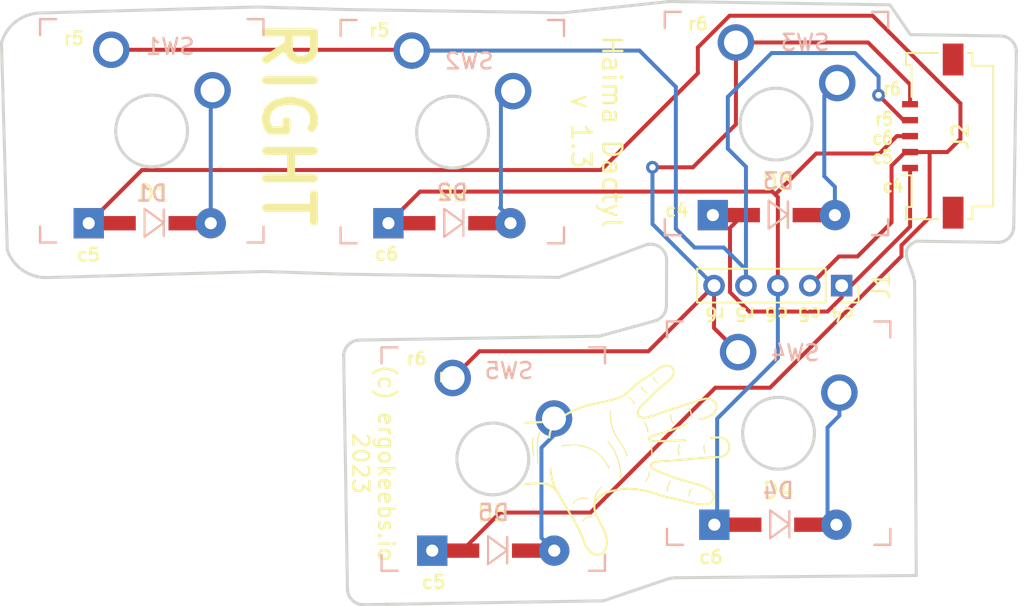
<source format=kicad_pcb>
(kicad_pcb (version 20221018) (generator pcbnew)
  (layers (0 "F.Cu" signal) (31 "B.Cu" signal) (34 "B.Paste" user) (35 "F.Paste" user) (36 "B.SilkS" user "B.Silkscreen") (37 "F.SilkS" user "F.Silkscreen") (38 "B.Mask" user) (39 "F.Mask" user) (44 "Edge.Cuts" user))
  (net 0 "")
  (net 1 "Net-(D1-A)")
  (net 2 "Net-(D2-A)")
  (net 3 "Net-(D3-A)")
  (net 4 "Net-(D4-A)")
  (net 5 "col4")
  (net 6 "Net-(D5-A)")
  (net 7 "col5")
  (net 8 "row5")
  (net 9 "col6")
  (net 10 "row6")
  (footprint "Connector_FFC-FPC:Molex_200528-0050_1x05-1MP_P1.00mm_Horizontal" (layer "F.Cu") (at 83.6556 129.1088 90)
    (fp_text reference "J2")
    (fp_text value "Thumb")
  )
  (footprint "Connector_PinSocket_2.00mm:PinSocket_1x05_P2.00mm_Vertical" (layer "F.Cu") (at 78.4596 138.4808 -90)
    (fp_text reference "J1")
    (fp_text value "Thumb")
  )
  (footprint "keyswitches:SW_MX" (layer "B.Cu") (at 74.5068 147.7272 180)
    (fp_text reference "SW4")
    (fp_text value "SW_Push")
  )
  (footprint "diodes_custom:THT-SOD123 - Diode" (layer "B.Cu") (at 70.4342 134.0104)
    (fp_text reference "D3")
    (fp_text value "1N4148")
  )
  (footprint "keyswitches:SW_MX" (layer "B.Cu") (at 56.6166 149.352 180)
    (fp_text reference "SW5")
    (fp_text value "SW_Push")
  )
  (footprint "keyswitches:SW_MX" (layer "B.Cu") (at 35.2144 128.7788 180)
    (fp_text reference "SW1")
    (fp_text value "SW_Push")
  )
  (footprint "keyswitches:SW_MX" (layer "B.Cu") (at 54.0512 128.8288 180)
    (fp_text reference "SW2")
    (fp_text value "SW_Push")
  )
  (footprint "keyswitches:SW_MX" (layer "B.Cu") (at 74.3712 128.3208 180)
    (fp_text reference "SW3")
    (fp_text value "SW_Push")
  )
  (footprint "diodes_custom:THT-SOD123 - Diode" (layer "B.Cu") (at 70.529 153.4168)
    (fp_text reference "D4")
    (fp_text value "1N4148")
  )
  (footprint "diodes_custom:THT-SOD123 - Diode" (layer "B.Cu") (at 50.0988 134.5184)
    (fp_text reference "D2")
    (fp_text value "1N4148")
  )
  (footprint "diodes_custom:THT-SOD123 - Diode" (layer "B.Cu") (at 52.842 155.0416)
    (fp_text reference "D5")
    (fp_text value "1N4148")
  )
  (footprint "diodes_custom:THT-SOD123 - Diode" (layer "B.Cu") (at 31.3128 134.5192)
    (fp_text reference "D1")
    (fp_text value "1N4148")
  )
  (gr_poly (pts (xy 66.288533 145.184337) (xy 66.288339 145.186332) (xy 66.288043 145.188332) (xy 66.287643 145.190334) (xy 66.287136 145.192333) (xy 66.286529 145.194305) (xy 66.28583 145.196222) (xy 66.285044 145.198084) (xy 66.284172 145.199889) (xy 66.283217 145.201635) (xy 66.282184 145.20332) (xy 66.281074 145.204943) (xy 66.279892 145.206501) (xy 66.27864 145.207993) (xy 66.277321 145.209418) (xy 66.275939 145.210773) (xy 66.274496 145.212057) (xy 66.272996 145.213268) (xy 66.271441 145.214404) (xy 66.269836 145.215464) (xy 66.268182 145.216446) (xy 66.266484 145.217347) (xy 66.264743 145.218168) (xy 66.262964 145.218904) (xy 66.26115 145.219556) (xy 66.259303 145.22012) (xy 66.257426 145.220596) (xy 66.255523 145.220982) (xy 66.253597 145.221275) (xy 66.251651 145.221474) (xy 66.249688 145.221578) (xy 66.247711 145.221585) (xy 66.245724 145.221492) (xy 66.243728 145.221299) (xy 66.241729 145.221003) (xy 66.239727 145.220602) (xy 66.237728 145.220096) (xy 66.224294 145.215985) (xy 66.21048 145.211108) (xy 66.196337 145.205479) (xy 66.181915 145.199113) (xy 66.167266 145.192024) (xy 66.152441 145.184229) (xy 66.137491 145.175741) (xy 66.122466 145.166576) (xy 66.107418 145.156748) (xy 66.092398 145.146273) (xy 66.077456 145.135165) (xy 66.062645 145.123438) (xy 66.048014 145.111109) (xy 66.033614 145.098192) (xy 66.019498 145.084701) (xy 66.005715 145.070652) (xy 65.994693 145.058726) (xy 65.983939 145.04643) (xy 65.973478 145.033771) (xy 65.963339 145.020758) (xy 65.953547 145.007397) (xy 65.944131 144.993696) (xy 65.935117 144.979663) (xy 65.926534 144.965306) (xy 65.918407 144.950632) (xy 65.910764 144.935649) (xy 65.903633 144.920364) (xy 65.89704 144.904786) (xy 65.891013 144.888921) (xy 65.885578 144.872777) (xy 65.880764 144.856363) (xy 65.876597 144.839685) (xy 65.876598 144.839685) (xy 65.876196 144.837664) (xy 65.875901 144.835646) (xy 65.87571 144.833636) (xy 65.875621 144.831635) (xy 65.875632 144.829648) (xy 65.875741 144.827676) (xy 65.875947 144.825723) (xy 65.876248 144.823792) (xy 65.876641 144.821886) (xy 65.877125 144.820008) (xy 65.877698 144.818161) (xy 65.878357 144.816348) (xy 65.879102 144.814572) (xy 65.87993 144.812835) (xy 65.880839 144.811142) (xy 65.881827 144.809495) (xy 65.882893 144.807896) (xy 65.884034 144.80635) (xy 65.885249 144.804859) (xy 65.886536 144.803425) (xy 65.887892 144.802053) (xy 65.889316 144.800745) (xy 65.890806 144.799503) (xy 65.892361 144.798332) (xy 65.893977 144.797234) (xy 65.895654 144.796212) (xy 65.897389 144.795269) (xy 65.89918 144.794408) (xy 65.901026 144.793632) (xy 65.902925 144.792944) (xy 65.904875 144.792347) (xy 65.906873 144.791844) (xy 65.908894 144.791443) (xy 65.910911 144.791148) (xy 65.912921 144.790957) (xy 65.914921 144.790868) (xy 65.916909 144.790879) (xy 65.91888 144.790989) (xy 65.920833 144.791195) (xy 65.922764 144.791496) (xy 65.92467 144.791889) (xy 65.926548 144.792373) (xy 65.928395 144.792946) (xy 65.930208 144.793605) (xy 65.931984 144.79435) (xy 65.93372 144.795178) (xy 65.935413 144.796087) (xy 65.937061 144.797075) (xy 65.938659 144.798141) (xy 65.940205 144.799282) (xy 65.941697 144.800496) (xy 65.94313 144.801783) (xy 65.944503 144.803139) (xy 65.945811 144.804563) (xy 65.947052 144.806053) (xy 65.948224 144.807608) (xy 65.949322 144.809224) (xy 65.950344 144.810901) (xy 65.951288 144.812636) (xy 65.952149 144.814427) (xy 65.952925 144.816273) (xy 65.953613 144.818172) (xy 65.95421 144.820121) (xy 65.954713 144.82212) (xy 65.958167 144.835911) (xy 65.962178 144.849508) (xy 65.966722 144.862903) (xy 65.971776 144.87609) (xy 65.977317 144.88906) (xy 65.983322 144.901807) (xy 65.989767 144.914324) (xy 65.996629 144.926604) (xy 66.003885 144.938639) (xy 66.011511 144.950422) (xy 66.019485 144.961946) (xy 66.027784 144.973205) (xy 66.036383 144.98419) (xy 66.045259 144.994895) (xy 66.05439 145.005313) (xy 66.063752 145.015436) (xy 66.075596 145.027523) (xy 66.087688 145.039118) (xy 66.099986 145.050209) (xy 66.112448 145.060784) (xy 66.125031 145.070831) (xy 66.137693 145.080336) (xy 66.150392 145.089288) (xy 66.163085 145.097675) (xy 66.175731 145.105484) (xy 66.188287 145.112702) (xy 66.200711 145.119317) (xy 66.212961 145.125318) (xy 66.224995 145.130691) (xy 66.236769 145.135425) (xy 66.248243 145.139506) (xy 66.259373 145.142923) (xy 66.261345 145.14353) (xy 66.263262 145.144228) (xy 66.265125 145.145015) (xy 66.266929 145.145887) (xy 66.268675 145.146842) (xy 66.27036 145.147875) (xy 66.271983 145.148985) (xy 66.273541 145.150167) (xy 66.275034 145.151419) (xy 66.276459 145.152738) (xy 66.277814 145.15412) (xy 66.279098 145.155563) (xy 66.280309 145.157063) (xy 66.281445 145.158618) (xy 66.282505 145.160223) (xy 66.283487 145.161877) (xy 66.284389 145.163576) (xy 66.285209 145.165316) (xy 66.285945 145.167095) (xy 66.286597 145.16891) (xy 66.287161 145.170757) (xy 66.287637 145.172634) (xy 66.288023 145.174537) (xy 66.288316 145.176463) (xy 66.288516 145.178409) (xy 66.288619 145.180372) (xy 66.288626 145.182349)) (fill solid) (layer "F.SilkS"))
  (gr_poly (pts (xy 62.842647 153.003994) (xy 62.842448 153.006005) (xy 62.842145 153.008023) (xy 62.841736 153.010045) (xy 62.841225 153.012043) (xy 62.84062 153.013992) (xy 62.839924 153.015889) (xy 62.83914 153.017734) (xy 62.838272 153.019524) (xy 62.837321 153.021257) (xy 62.836292 153.022931) (xy 62.835186 153.024544) (xy 62.834008 153.026095) (xy 62.83276 153.027582) (xy 62.831445 153.029002) (xy 62.830066 153.030354) (xy 62.828626 153.031636) (xy 62.827129 153.032846) (xy 62.825577 153.033983) (xy 62.823973 153.035043) (xy 62.82232 153.036026) (xy 62.820622 153.036929) (xy 62.818881 153.037751) (xy 62.8171 153.038489) (xy 62.815283 153.039142) (xy 62.813432 153.039709) (xy 62.81155 153.040186) (xy 62.809641 153.040572) (xy 62.807707 153.040865) (xy 62.805752 153.041064) (xy 62.803778 153.041166) (xy 62.801789 153.04117) (xy 62.799787 153.041073) (xy 62.797776 153.040874) (xy 62.795758 153.040571) (xy 62.793737 153.040162) (xy 62.773838 153.035834) (xy 62.754177 153.032145) (xy 62.734755 153.029099) (xy 62.715572 153.026705) (xy 62.696627 153.024968) (xy 62.677921 153.023896) (xy 62.659453 153.023494) (xy 62.641224 153.023771) (xy 62.623232 153.024731) (xy 62.605479 153.026384) (xy 62.587963 153.028733) (xy 62.570685 153.031788) (xy 62.553644 153.035554) (xy 62.536841 153.040038) (xy 62.520276 153.045246) (xy 62.503947 153.051186) (xy 62.487785 153.057891) (xy 62.471824 153.065359) (xy 62.456062 153.073595) (xy 62.440499 153.082607) (xy 62.425136 153.092402) (xy 62.40997 153.102986) (xy 62.395003 153.114366) (xy 62.380233 153.126548) (xy 62.365661 153.139541) (xy 62.351285 153.15335) (xy 62.337105 153.167982) (xy 62.323122 153.183444) (xy 62.309334 153.199744) (xy 62.295741 153.216886) (xy 62.282342 153.23488) (xy 62.269138 153.25373) (xy 62.267941 153.255404) (xy 62.266674 153.256998) (xy 62.265341 153.258512) (xy 62.263946 153.259944) (xy 62.262491 153.261295) (xy 62.26098 153.262563) (xy 62.259418 153.263748) (xy 62.257807 153.264849) (xy 62.25615 153.265866) (xy 62.254452 153.266798) (xy 62.252716 153.267643) (xy 62.250945 153.268403) (xy 62.249143 153.269075) (xy 62.247313 153.269659) (xy 62.245458 153.270155) (xy 62.243583 153.270562) (xy 62.241691 153.270879) (xy 62.239785 153.271105) (xy 62.237869 153.271241) (xy 62.235946 153.271284) (xy 62.23402 153.271235) (xy 62.232093 153.271093) (xy 62.230171 153.270856) (xy 62.228256 153.270526) (xy 62.226351 153.2701) (xy 62.224461 153.269578) (xy 62.222588 153.26896) (xy 62.220736 153.268244) (xy 62.218909 153.267431) (xy 62.217111 153.266519) (xy 62.215343 153.265507) (xy 62.213611 153.264396) (xy 62.211938 153.263199) (xy 62.210344 153.261932) (xy 62.20883 153.260599) (xy 62.207398 153.259204) (xy 62.206047 153.257749) (xy 62.204779 153.256239) (xy 62.203594 153.254676) (xy 62.202493 153.253065) (xy 62.201476 153.251408) (xy 62.200544 153.24971) (xy 62.199698 153.247974) (xy 62.198939 153.246203) (xy 62.198267 153.244401) (xy 62.197682 153.242571) (xy 62.197187 153.240717) (xy 62.19678 153.238842) (xy 62.196463 153.236949) (xy 62.196237 153.235043) (xy 62.196101 153.233127) (xy 62.196058 153.231204) (xy 62.196107 153.229278) (xy 62.19625 153.227352) (xy 62.196486 153.225429) (xy 62.196817 153.223514) (xy 62.197243 153.221609) (xy 62.197765 153.219719) (xy 62.198383 153.217846) (xy 62.199099 153.215995) (xy 62.199912 153.214168) (xy 62.200825 153.212369) (xy 62.201836 153.210602) (xy 62.202947 153.208869) (xy 62.217986 153.187421) (xy 62.233286 153.166932) (xy 62.248848 153.147394) (xy 62.264671 153.128801) (xy 62.280757 153.111143) (xy 62.297106 153.094415) (xy 62.313717 153.078607) (xy 62.330591 153.063713) (xy 62.347728 153.049725) (xy 62.365129 153.036634) (xy 62.382794 153.024434) (xy 62.400723 153.013117) (xy 62.418916 153.002675) (xy 62.437373 152.993101) (xy 62.456096 152.984386) (xy 62.475083 152.976524) (xy 62.49437 152.969493) (xy 62.513887 152.963316) (xy 62.533636 152.957984) (xy 62.553615 152.953489) (xy 62.573827 152.949825) (xy 62.59427 152.946983) (xy 62.614947 152.944954) (xy 62.635858 152.943733) (xy 62.657003 152.943309) (xy 62.678382 152.943677) (xy 62.699997 152.944827) (xy 62.721847 152.946752) (xy 62.743934 152.949444) (xy 62.766257 152.952896) (xy 62.788819 152.957099) (xy 62.811618 152.962046) (xy 62.811619 152.962046) (xy 62.813618 152.962557) (xy 62.815566 152.963162) (xy 62.817464 152.963857) (xy 62.819308 152.964641) (xy 62.821098 152.965509) (xy 62.822831 152.96646) (xy 62.824505 152.967489) (xy 62.826119 152.968595) (xy 62.827669 152.969773) (xy 62.829156 152.971021) (xy 62.830576 152.972336) (xy 62.831928 152.973715) (xy 62.83321 152.975154) (xy 62.83442 152.976651) (xy 62.835557 152.978203) (xy 62.836617 152.979807) (xy 62.8376 152.98146) (xy 62.838503 152.983158) (xy 62.839325 152.984899) (xy 62.840063 152.98668) (xy 62.840716 152.988497) (xy 62.841283 152.990348) (xy 62.84176 152.99223) (xy 62.842146 152.994139) (xy 62.842439 152.996073) (xy 62.842638 152.998028) (xy 62.84274 153.000002) (xy 62.842744 153.001992)) (fill solid) (layer "F.SilkS"))
  (gr_poly (pts (xy 66.993276 144.56874) (xy 66.993142 144.570722) (xy 66.992907 144.572708) (xy 66.99257 144.574698) (xy 66.992128 144.576686) (xy 66.991581 144.578671) (xy 66.990934 144.580625) (xy 66.990197 144.582524) (xy 66.989372 144.584365) (xy 66.988464 144.586148) (xy 66.987475 144.58787) (xy 66.986409 144.58953) (xy 66.985268 144.591125) (xy 66.984056 144.592656) (xy 66.982775 144.594118) (xy 66.981429 144.595512) (xy 66.980022 144.596835) (xy 66.978555 144.598086) (xy 66.977033 144.599263) (xy 66.975458 144.600364) (xy 66.973834 144.601388) (xy 66.972164 144.602333) (xy 66.97045 144.603197) (xy 66.968697 144.603979) (xy 66.966906 144.604676) (xy 66.965082 144.605288) (xy 66.963227 144.605813) (xy 66.961345 144.606248) (xy 66.959438 144.606593) (xy 66.95751 144.606846) (xy 66.955564 144.607004) (xy 66.953603 144.607067) (xy 66.95163 144.607032) (xy 66.949649 144.606898) (xy 66.947662 144.606663) (xy 66.945672 144.606326) (xy 66.943684 144.605884) (xy 66.941699 144.605337) (xy 66.928207 144.600873) (xy 66.914781 144.595753) (xy 66.901439 144.589995) (xy 66.888199 144.583619) (xy 66.875079 144.576645) (xy 66.862096 144.569091) (xy 66.849269 144.560977) (xy 66.836615 144.552321) (xy 66.824153 144.543143) (xy 66.8119 144.533462) (xy 66.799874 144.523297) (xy 66.788092 144.512667) (xy 66.776574 144.501592) (xy 66.765337 144.490091) (xy 66.754398 144.478182) (xy 66.743775 144.465886) (xy 66.733755 144.453561) (xy 66.72405 144.440887) (xy 66.714678 144.427882) (xy 66.705656 144.414563) (xy 66.697 144.400948) (xy 66.688728 144.387056) (xy 66.680855 144.372905) (xy 66.6734 144.358513) (xy 66.666377 144.343897) (xy 66.659806 144.329076) (xy 66.653701 144.314068) (xy 66.648081 144.29889) (xy 66.642962 144.283562) (xy 66.63836 144.268101) (xy 66.634293 144.252525) (xy 66.630777 144.236851) (xy 66.630776 144.236851) (xy 66.630416 144.234823) (xy 66.630161 144.232801) (xy 66.63001 144.230788) (xy 66.629961 144.228787) (xy 66.630012 144.226801) (xy 66.630161 144.224832) (xy 66.630406 144.222885) (xy 66.630745 144.220961) (xy 66.631176 144.219064) (xy 66.631697 144.217196) (xy 66.632306 144.215362) (xy 66.633001 144.213563) (xy 66.633781 144.211802) (xy 66.634643 144.210083) (xy 66.635586 144.208409) (xy 66.636606 144.206782) (xy 66.637703 144.205206) (xy 66.638875 144.203683) (xy 66.640119 144.202217) (xy 66.641433 144.20081) (xy 66.642816 144.199466) (xy 66.644266 144.198186) (xy 66.64578 144.196975) (xy 66.647357 144.195836) (xy 66.648994 144.19477) (xy 66.650691 144.193782) (xy 66.652444 144.192874) (xy 66.654252 144.192049) (xy 66.656112 144.19131) (xy 66.658024 144.190661) (xy 66.659984 144.190103) (xy 66.661992 144.18964) (xy 66.66402 144.18928) (xy 66.666042 144.189025) (xy 66.668055 144.188874) (xy 66.670056 144.188825) (xy 66.672042 144.188876) (xy 66.674011 144.189025) (xy 66.675958 144.18927) (xy 66.677882 144.189609) (xy 66.679779 144.19004) (xy 66.681647 144.190561) (xy 66.683481 144.19117) (xy 66.68528 144.191866) (xy 66.687041 144.192645) (xy 66.68876 144.193507) (xy 66.690434 144.19445) (xy 66.692061 144.19547) (xy 66.693637 144.196567) (xy 66.69516 144.197739) (xy 66.696626 144.198983) (xy 66.698033 144.200297) (xy 66.699378 144.20168) (xy 66.700657 144.203129) (xy 66.701868 144.204644) (xy 66.703007 144.20622) (xy 66.704073 144.207858) (xy 66.705061 144.209554) (xy 66.705969 144.211307) (xy 66.706794 144.213114) (xy 66.707533 144.214975) (xy 66.708183 144.216886) (xy 66.70874 144.218846) (xy 66.709203 144.220854) (xy 66.712156 144.233998) (xy 66.715582 144.247076) (xy 66.719469 144.26007) (xy 66.7238 144.272967) (xy 66.728562 144.28575) (xy 66.73374 144.298403) (xy 66.73932 144.310912) (xy 66.745288 144.323261) (xy 66.751629 144.335434) (xy 66.758329 144.347417) (xy 66.765373 144.359193) (xy 66.772748 144.370747) (xy 66.780438 144.382064) (xy 66.78843 144.393128) (xy 66.796709 144.403924) (xy 66.805261 144.414436) (xy 66.814062 144.42464) (xy 66.823088 144.434511) (xy 66.832326 144.444032) (xy 66.84176 144.453187) (xy 66.851376 144.461962) (xy 66.861158 144.47034) (xy 66.871093 144.478304) (xy 66.881165 144.48584) (xy 66.891359 144.492932) (xy 66.901662 144.499563) (xy 66.912057 144.505717) (xy 66.922531 144.511379) (xy 66.933068 144.516534) (xy 66.943654 144.521164) (xy 66.954274 144.525254) (xy 66.964914 144.528789) (xy 66.966868 144.529436) (xy 66.968767 144.530173) (xy 66.970609 144.530997) (xy 66.972391 144.531905) (xy 66.974113 144.532894) (xy 66.975773 144.533961) (xy 66.977369 144.535102) (xy 66.978899 144.536314) (xy 66.980362 144.537595) (xy 66.981756 144.538941) (xy 66.983079 144.540348) (xy 66.98433 144.541815) (xy 66.985507 144.543337) (xy 66.986608 144.544912) (xy 66.987632 144.546536) (xy 66.988577 144.548207) (xy 66.989441 144.54992) (xy 66.990223 144.551674) (xy 66.990921 144.553465) (xy 66.991533 144.555289) (xy 66.992058 144.557144) (xy 66.992493 144.559026) (xy 66.992838 144.560933) (xy 66.99309 144.562861) (xy 66.993249 144.564807) (xy 66.993311 144.566768)) (fill solid) (layer "F.SilkS"))
  (gr_poly (pts (xy 65.495231 145.859794) (xy 65.495093 145.861717) (xy 65.494864 145.863628) (xy 65.494544 145.865524) (xy 65.494134 145.8674) (xy 65.493635 145.869254) (xy 65.493048 145.871082) (xy 65.492375 145.872881) (xy 65.491616 145.874647) (xy 65.490772 145.876377) (xy 65.489844 145.878068) (xy 65.488833 145.879715) (xy 65.487741 145.881316) (xy 65.486568 145.882868) (xy 65.485315 145.884366) (xy 65.483983 145.885807) (xy 65.482574 145.887189) (xy 65.481088 145.888507) (xy 65.479526 145.889758) (xy 65.477889 145.890939) (xy 65.476179 145.892047) (xy 65.474396 145.893077) (xy 65.472563 145.894016) (xy 65.470705 145.894852) (xy 65.468825 145.895586) (xy 65.466926 145.896219) (xy 65.465013 145.896752) (xy 65.463088 145.897186) (xy 65.461154 145.897523) (xy 65.459216 145.897763) (xy 65.457276 145.897907) (xy 65.455339 145.897956) (xy 65.453406 145.897911) (xy 65.451483 145.897773) (xy 65.449572 145.897544) (xy 65.447677 145.897223) (xy 65.4458 145.896813) (xy 65.443946 145.896314) (xy 65.442118 145.895728) (xy 65.44032 145.895054) (xy 65.438554 145.894295) (xy 65.436824 145.893451) (xy 65.435133 145.892523) (xy 65.433486 145.891513) (xy 65.431885 145.89042) (xy 65.430334 145.889247) (xy 65.428836 145.887994) (xy 65.427394 145.886663) (xy 65.426013 145.885254) (xy 65.424695 145.883768) (xy 65.423444 145.882206) (xy 65.422263 145.880569) (xy 65.421155 145.878859) (xy 65.420125 145.877076) (xy 65.406814 145.853137) (xy 65.392846 145.828882) (xy 65.378183 145.804468) (xy 65.362789 145.780055) (xy 65.346629 145.755802) (xy 65.329666 145.731866) (xy 65.311864 145.708407) (xy 65.302637 145.696905) (xy 65.293186 145.685583) (xy 65.283805 145.674793) (xy 65.274201 145.664207) (xy 65.264371 145.653842) (xy 65.25431 145.643719) (xy 65.244015 145.633856) (xy 65.23348 145.624271) (xy 65.222703 145.614984) (xy 65.211678 145.606013) (xy 65.200402 145.597377) (xy 65.18887 145.589095) (xy 65.177078 145.581186) (xy 65.165022 145.573669) (xy 65.152698 145.566562) (xy 65.140101 145.559885) (xy 65.127228 145.553656) (xy 65.114074 145.547893) (xy 65.114074 145.547894) (xy 65.112189 145.547054) (xy 65.110369 145.546131) (xy 65.108614 145.545126) (xy 65.106927 145.544043) (xy 65.105307 145.542886) (xy 65.103758 145.541658) (xy 65.10228 145.540361) (xy 65.100874 145.539) (xy 65.099542 145.537578) (xy 65.098285 145.536098) (xy 65.097105 145.534563) (xy 65.096003 145.532976) (xy 65.09498 145.531341) (xy 65.094038 145.529661) (xy 65.093178 145.52794) (xy 65.092401 145.52618) (xy 65.09171 145.524386) (xy 65.091104 145.522559) (xy 65.090585 145.520705) (xy 65.090156 145.518825) (xy 65.089817 145.516923) (xy 65.089569 145.515003) (xy 65.089414 145.513067) (xy 65.089354 145.51112) (xy 65.089389 145.509163) (xy 65.089521 145.507202) (xy 65.089752 145.505238) (xy 65.090082 145.503276) (xy 65.090514 145.501318) (xy 65.091048 145.499367) (xy 65.091685 145.497428) (xy 65.092428 145.495504) (xy 65.093267 145.493619) (xy 65.094191 145.491799) (xy 65.095196 145.490044) (xy 65.096278 145.488356) (xy 65.097435 145.486737) (xy 65.098663 145.485188) (xy 65.099959 145.48371) (xy 65.10132 145.482304) (xy 65.102743 145.480972) (xy 65.104223 145.479715) (xy 65.105758 145.478535) (xy 65.107345 145.477433) (xy 65.10898 145.47641) (xy 65.110659 145.475468) (xy 65.112381 145.474608) (xy 65.11414 145.473831) (xy 65.115935 145.473139) (xy 65.117761 145.472533) (xy 65.119616 145.472015) (xy 65.121496 145.471585) (xy 65.123398 145.471246) (xy 65.125318 145.470998) (xy 65.127254 145.470843) (xy 65.129202 145.470783) (xy 65.131158 145.470818) (xy 65.13312 145.47095) (xy 65.135083 145.47118) (xy 65.137046 145.47151) (xy 65.139004 145.471942) (xy 65.140954 145.472475) (xy 65.142893 145.473113) (xy 65.144818 145.473856) (xy 65.160386 145.480666) (xy 65.175595 145.487997) (xy 65.190449 145.495828) (xy 65.204956 145.504139) (xy 65.21912 145.512907) (xy 65.232948 145.522111) (xy 65.246446 145.531731) (xy 65.25962 145.541745) (xy 65.272475 145.552131) (xy 65.285018 145.56287) (xy 65.297254 145.573939) (xy 65.30919 145.585318) (xy 65.320831 145.596985) (xy 65.332183 145.608919) (xy 65.343253 145.621099) (xy 65.354046 145.633504) (xy 65.364282 145.645764) (xy 65.374263 145.658194) (xy 65.393484 145.683485) (xy 65.411753 145.709216) (xy 65.429115 145.735223) (xy 65.445616 145.761347) (xy 65.461299 145.787426) (xy 65.476211 145.813299) (xy 65.490396 145.838804) (xy 65.491335 145.840636) (xy 65.492171 145.842495) (xy 65.492905 145.844375) (xy 65.493538 145.846273) (xy 65.494071 145.848187) (xy 65.494506 145.850112) (xy 65.494843 145.852046) (xy 65.495082 145.853984) (xy 65.495226 145.855924) (xy 65.495275 145.857861)) (fill solid) (layer "F.SilkS"))
  (gr_poly (pts (xy 64.650179 150.532354) (xy 64.650024 150.534393) (xy 64.649768 150.536403) (xy 64.649415 150.53838) (xy 64.648967 150.540323) (xy 64.648426 150.542229) (xy 64.647794 150.544094) (xy 64.647075 150.545918) (xy 64.646271 150.547697) (xy 64.645384 150.549428) (xy 64.644418 150.55111) (xy 64.643373 150.552739) (xy 64.642254 150.554313) (xy 64.641061 150.55583) (xy 64.639799 150.557287) (xy 64.63847 150.558682) (xy 64.637075 150.560012) (xy 64.635618 150.561274) (xy 64.634101 150.562466) (xy 64.632527 150.563586) (xy 64.630898 150.56463) (xy 64.629216 150.565597) (xy 64.627485 150.566484) (xy 64.625706 150.567288) (xy 64.623883 150.568007) (xy 64.622017 150.568638) (xy 64.620112 150.569179) (xy 64.618169 150.569628) (xy 64.616192 150.569981) (xy 64.614182 150.570236) (xy 64.612143 150.570391) (xy 64.610077 150.570444) (xy 64.608011 150.570391) (xy 64.605971 150.570236) (xy 64.603962 150.569981) (xy 64.601984 150.569628) (xy 64.600042 150.569179) (xy 64.598136 150.568638) (xy 64.59627 150.568007) (xy 64.594447 150.567288) (xy 64.592668 150.566484) (xy 64.590937 150.565597) (xy 64.589255 150.56463) (xy 64.587626 150.563586) (xy 64.586051 150.562466) (xy 64.584534 150.561274) (xy 64.583077 150.560012) (xy 64.581683 150.558682) (xy 64.580353 150.557287) (xy 64.579091 150.55583) (xy 64.577899 150.554313) (xy 64.576779 150.552739) (xy 64.575735 150.55111) (xy 64.574768 150.549428) (xy 64.573881 150.547697) (xy 64.573077 150.545918) (xy 64.572358 150.544094) (xy 64.571727 150.542229) (xy 64.571185 150.540323) (xy 64.570737 150.53838) (xy 64.570384 150.536403) (xy 64.570129 150.534393) (xy 64.569973 150.532354) (xy 64.569921 150.530287) (xy 64.569053 150.447481) (xy 64.566472 150.365655) (xy 64.562213 150.284813) (xy 64.556313 150.204958) (xy 64.539731 150.048225) (xy 64.517012 149.895482) (xy 64.488442 149.746758) (xy 64.454306 149.60208) (xy 64.41489 149.461476) (xy 64.37048 149.324974) (xy 64.343064 149.24907) (xy 64.314174 149.174502) (xy 64.283863 149.101273) (xy 64.252184 149.029391) (xy 64.219188 148.958859) (xy 64.18493 148.889683) (xy 64.149461 148.821869) (xy 64.112834 148.755422) (xy 64.075103 148.690347) (xy 64.03632 148.62665) (xy 63.996537 148.564336) (xy 63.955807 148.50341) (xy 63.871719 148.385745) (xy 63.784477 148.273697) (xy 63.784477 148.273698) (xy 63.783218 148.272067) (xy 63.782055 148.270392) (xy 63.780989 148.268677) (xy 63.780018 148.266926) (xy 63.779143 148.265141) (xy 63.778363 148.263327) (xy 63.777678 148.261487) (xy 63.777087 148.259624) (xy 63.77659 148.257743) (xy 63.776187 148.255846) (xy 63.775878 148.253937) (xy 63.775661 148.25202) (xy 63.775537 148.250098) (xy 63.775505 148.248175) (xy 63.775565 148.246254) (xy 63.775716 148.244339) (xy 63.775958 148.242434) (xy 63.776292 148.240541) (xy 63.776715 148.238665) (xy 63.777229 148.236809) (xy 63.777832 148.234976) (xy 63.778524 148.23317) (xy 63.779306 148.231396) (xy 63.780176 148.229655) (xy 63.781134 148.227952) (xy 63.78218 148.22629) (xy 63.783314 148.224673) (xy 63.784534 148.223104) (xy 63.785841 148.221587) (xy 63.787235 148.220126) (xy 63.788715 148.218723) (xy 63.79028 148.217383) (xy 63.791911 148.216124) (xy 63.793586 148.214962) (xy 63.795301 148.213895) (xy 63.797052 148.212925) (xy 63.798837 148.21205) (xy 63.800651 148.21127) (xy 63.802491 148.210585) (xy 63.804353 148.209994) (xy 63.806235 148.209498) (xy 63.808132 148.209095) (xy 63.810041 148.208785) (xy 63.811958 148.208568) (xy 63.81388 148.208444) (xy 63.815803 148.208412) (xy 63.817724 148.208472) (xy 63.819639 148.208623) (xy 63.821544 148.208866) (xy 63.823437 148.209199) (xy 63.825313 148.209622) (xy 63.827169 148.210136) (xy 63.829002 148.210739) (xy 63.830807 148.211431) (xy 63.832582 148.212213) (xy 63.834323 148.213082) (xy 63.836026 148.214041) (xy 63.837688 148.215086) (xy 63.839305 148.21622) (xy 63.840874 148.21744) (xy 63.84239 148.218748) (xy 63.843852 148.220141) (xy 63.845254 148.221621) (xy 63.846595 148.223186) (xy 63.891598 148.279781) (xy 63.935849 148.337818) (xy 63.979293 148.397291) (xy 64.021875 148.458194) (xy 64.063544 148.520523) (xy 64.104243 148.584271) (xy 64.143919 148.649433) (xy 64.182519 148.716004) (xy 64.219989 148.783977) (xy 64.256273 148.853349) (xy 64.29132 148.924113) (xy 64.325073 148.996263) (xy 64.357481 149.069795) (xy 64.388488 149.144703) (xy 64.41804 149.220981) (xy 64.446085 149.298624) (xy 64.491543 149.438318) (xy 64.53189 149.582149) (xy 64.550054 149.655606) (xy 64.566831 149.730086) (xy 64.582184 149.805585) (xy 64.596075 149.882099) (xy 64.608469 149.959625) (xy 64.61933 150.038157) (xy 64.628619 150.117693) (xy 64.636302 150.198228) (xy 64.642341 150.279759) (xy 64.6467 150.362282) (xy 64.649342 150.445793) (xy 64.650231 150.530287)) (fill solid) (layer "F.SilkS"))
  (gr_poly (pts (xy 69.112316 146.703334) (xy 69.112202 146.705273) (xy 69.111995 146.707199) (xy 69.111696 146.709109) (xy 69.111306 146.710998) (xy 69.110826 146.712864) (xy 69.110259 146.714704) (xy 69.109604 146.716514) (xy 69.108864 146.71829) (xy 69.10804 146.72003) (xy 69.107133 146.72173) (xy 69.106145 146.723387) (xy 69.105076 146.724997) (xy 69.103928 146.726557) (xy 69.102702 146.728065) (xy 69.101399 146.729515) (xy 69.100022 146.730906) (xy 69.09857 146.732234) (xy 69.097046 146.733496) (xy 69.095451 146.734687) (xy 69.093786 146.735806) (xy 69.092051 146.736848) (xy 69.09025 146.73781) (xy 69.088382 146.73869) (xy 69.086472 146.739473) (xy 69.084546 146.740152) (xy 69.082607 146.740727) (xy 69.080657 146.7412) (xy 69.078701 146.741571) (xy 69.076741 146.741843) (xy 69.074782 146.742017) (xy 69.072826 146.742093) (xy 69.070877 146.742074) (xy 69.068937 146.74196) (xy 69.067011 146.741753) (xy 69.065102 146.741453) (xy 69.063212 146.741063) (xy 69.061346 146.740584) (xy 69.059507 146.740016) (xy 69.057697 146.739362) (xy 69.055921 146.738622) (xy 69.054181 146.737798) (xy 69.052481 146.736891) (xy 69.050824 146.735902) (xy 69.049214 146.734833) (xy 69.047654 146.733685) (xy 69.046147 146.732459) (xy 69.044696 146.731157) (xy 69.043305 146.72978) (xy 69.041978 146.728328) (xy 69.040716 146.726804) (xy 69.039525 146.725209) (xy 69.038407 146.723543) (xy 69.037365 146.721809) (xy 69.036402 146.720008) (xy 69.035523 146.71814) (xy 69.03009 146.705322) (xy 69.025093 146.692617) (xy 69.020505 146.680015) (xy 69.016296 146.667507) (xy 69.012436 146.655084) (xy 69.008895 146.642738) (xy 69.002657 146.618241) (xy 68.997346 146.593944) (xy 68.992727 146.569777) (xy 68.984625 146.521549) (xy 68.978858 146.486717) (xy 68.972259 146.451525) (xy 68.968396 146.43374) (xy 68.964024 146.4158) (xy 68.959043 146.397686) (xy 68.953352 146.379375) (xy 68.94685 146.360845) (xy 68.939439 146.342077) (xy 68.931017 146.323048) (xy 68.921485 146.303737) (xy 68.910741 146.284123) (xy 68.898686 146.264185) (xy 68.885219 146.243901) (xy 68.870241 146.22325) (xy 68.869039 146.221572) (xy 68.867936 146.219853) (xy 68.866931 146.218098) (xy 68.866023 146.21631) (xy 68.865212 146.214492) (xy 68.864497 146.212648) (xy 68.863877 146.210781) (xy 68.863353 146.208896) (xy 68.862924 146.206995) (xy 68.862589 146.205081) (xy 68.862348 146.20316) (xy 68.862201 146.201233) (xy 68.862146 146.199305) (xy 68.862183 146.197379) (xy 68.862312 146.195459) (xy 68.862533 146.193548) (xy 68.862844 146.191649) (xy 68.863246 146.189767) (xy 68.863738 146.187905) (xy 68.864319 146.186065) (xy 68.864989 146.184253) (xy 68.865747 146.182471) (xy 68.866593 146.180723) (xy 68.867527 146.179012) (xy 68.868547 146.177342) (xy 68.869654 146.175717) (xy 68.870847 146.17414) (xy 68.872125 146.172614) (xy 68.873488 146.171143) (xy 68.874936 146.16973) (xy 68.876468 146.16838) (xy 68.878083 146.167096) (xy 68.879761 146.165894) (xy 68.881479 146.164791) (xy 68.883234 146.163786) (xy 68.885023 146.162878) (xy 68.88684 146.162067) (xy 68.888684 146.161352) (xy 68.890551 146.160732) (xy 68.892437 146.160208) (xy 68.894338 146.159779) (xy 68.896251 146.159444) (xy 68.898173 146.159203) (xy 68.900099 146.159056) (xy 68.902027 146.159001) (xy 68.903953 146.159038) (xy 68.905874 146.159168) (xy 68.907785 146.159388) (xy 68.909683 146.1597) (xy 68.911565 146.160102) (xy 68.913428 146.160593) (xy 68.915267 146.161175) (xy 68.917079 146.161845) (xy 68.918861 146.162603) (xy 68.92061 146.163449) (xy 68.92232 146.164383) (xy 68.92399 146.165404) (xy 68.925616 146.166511) (xy 68.927193 146.167704) (xy 68.928719 146.168982) (xy 68.93019 146.170346) (xy 68.931602 146.171793) (xy 68.932952 146.173325) (xy 68.934237 146.174941) (xy 68.951311 146.198453) (xy 68.966651 146.22148) (xy 68.98037 146.24405) (xy 68.992585 146.266192) (xy 69.00341 146.287934) (xy 69.01296 146.309306) (xy 69.021351 146.330336) (xy 69.028698 146.351053) (xy 69.035115 146.371487) (xy 69.040718 146.391665) (xy 69.045622 146.411618) (xy 69.049941 146.431373) (xy 69.057289 146.470407) (xy 69.063681 146.508999) (xy 69.071071 146.553056) (xy 69.075247 146.575046) (xy 69.080011 146.597052) (xy 69.085561 146.619103) (xy 69.088694 146.630155) (xy 69.092098 146.641229) (xy 69.095799 146.65233) (xy 69.099822 146.663461) (xy 69.104191 146.674626) (xy 69.108932 146.685828) (xy 69.109716 146.687738) (xy 69.110394 146.689664) (xy 69.110969 146.691604) (xy 69.111442 146.693553) (xy 69.111814 146.69551) (xy 69.112086 146.697469) (xy 69.112259 146.699428) (xy 69.112336 146.701384)) (fill solid) (layer "F.SilkS"))
  (gr_poly (pts (xy 67.937632 147.105505) (xy 67.937497 147.10742) (xy 67.937271 147.109326) (xy 67.936954 147.111219) (xy 67.936547 147.113096) (xy 67.936051 147.114952) (xy 67.935465 147.116785) (xy 67.934791 147.118592) (xy 67.934029 147.120367) (xy 67.93318 147.122109) (xy 67.932243 147.123813) (xy 67.931219 147.125476) (xy 67.93011 147.127094) (xy 67.928915 147.128664) (xy 67.927635 147.130182) (xy 67.92627 147.131646) (xy 67.924821 147.133051) (xy 67.923289 147.134393) (xy 67.921673 147.13567) (xy 67.919996 147.136863) (xy 67.918278 147.137958) (xy 67.916524 147.138955) (xy 67.914737 147.139856) (xy 67.912921 147.14066) (xy 67.91108 147.141367) (xy 67.909216 147.141979) (xy 67.907333 147.142496) (xy 67.905435 147.142918) (xy 67.903525 147.143246) (xy 67.901607 147.143481) (xy 67.899685 147.143622) (xy 67.897761 147.143671) (xy 67.89584 147.143628) (xy 67.893925 147.143493) (xy 67.892019 147.143267) (xy 67.890126 147.14295) (xy 67.888249 147.142543) (xy 67.886393 147.142047) (xy 67.884559 147.141462) (xy 67.882753 147.140788) (xy 67.880978 147.140025) (xy 67.879237 147.139176) (xy 67.877533 147.138239) (xy 67.87587 147.137215) (xy 67.874252 147.136106) (xy 67.872682 147.134911) (xy 67.871163 147.133631) (xy 67.8697 147.132266) (xy 67.868296 147.130817) (xy 67.866954 147.129285) (xy 67.865677 147.127669) (xy 67.85325 147.110562) (xy 67.841466 147.093346) (xy 67.830306 147.076028) (xy 67.819753 147.058617) (xy 67.809789 147.041119) (xy 67.800394 147.023542) (xy 67.791552 147.005895) (xy 67.783244 146.988184) (xy 67.775452 146.970417) (xy 67.768157 146.952602) (xy 67.761341 146.934746) (xy 67.754988 146.916858) (xy 67.749077 146.898944) (xy 67.743591 146.881012) (xy 67.738513 146.86307) (xy 67.733823 146.845126) (xy 67.725664 146.809858) (xy 67.718808 146.774701) (xy 67.713114 146.739708) (xy 67.708439 146.704937) (xy 67.704642 146.670443) (xy 67.701582 146.636282) (xy 67.699116 146.602511) (xy 67.697104 146.569184) (xy 67.697044 146.567123) (xy 67.697087 146.565083) (xy 67.697232 146.563068) (xy 67.697476 146.561079) (xy 67.697816 146.559119) (xy 67.698251 146.557192) (xy 67.698778 146.555299) (xy 67.699395 146.553443) (xy 67.700098 146.551628) (xy 67.700887 146.549854) (xy 67.701758 146.548127) (xy 67.70271 146.546447) (xy 67.703739 146.544817) (xy 67.704843 146.543241) (xy 67.70602 146.541721) (xy 67.707269 146.540259) (xy 67.708585 146.538858) (xy 67.709967 146.537521) (xy 67.711413 146.536251) (xy 67.71292 146.53505) (xy 67.714485 146.53392) (xy 67.716107 146.532865) (xy 67.717783 146.531887) (xy 67.719511 146.530989) (xy 67.721288 146.530173) (xy 67.723111 146.529442) (xy 67.72498 146.528799) (xy 67.72689 146.528246) (xy 67.72884 146.527786) (xy 67.730828 146.527422) (xy 67.73285 146.527156) (xy 67.734906 146.526991) (xy 67.736967 146.526931) (xy 67.739006 146.526974) (xy 67.741022 146.527119) (xy 67.743011 146.527362) (xy 67.74497 146.527703) (xy 67.746898 146.528138) (xy 67.748791 146.528665) (xy 67.750647 146.529282) (xy 67.752462 146.529986) (xy 67.754236 146.530775) (xy 67.755964 146.531646) (xy 67.757644 146.532597) (xy 67.759273 146.533626) (xy 67.760849 146.534731) (xy 67.76237 146.535909) (xy 67.763832 146.537157) (xy 67.765232 146.538473) (xy 67.766569 146.539855) (xy 67.76784 146.541301) (xy 67.769041 146.542808) (xy 67.770171 146.544374) (xy 67.771226 146.545996) (xy 67.772204 146.547672) (xy 67.773102 146.5494) (xy 67.773918 146.551177) (xy 67.774648 146.553001) (xy 67.775292 146.554869) (xy 67.775844 146.556779) (xy 67.776304 146.55873) (xy 67.776668 146.560717) (xy 67.776934 146.56274) (xy 67.777098 146.564795) (xy 67.77901 146.596486) (xy 67.781344 146.628567) (xy 67.784234 146.660976) (xy 67.78781 146.693647) (xy 67.792205 146.726517) (xy 67.797551 146.759521) (xy 67.80398 146.792595) (xy 67.811623 146.825675) (xy 67.820448 146.858132) (xy 67.825392 146.874333) (xy 67.830712 146.890506) (xy 67.836423 146.906643) (xy 67.842542 146.922737) (xy 67.849084 146.93878) (xy 67.856067 146.954766) (xy 67.863505 146.970686) (xy 67.871414 146.986533) (xy 67.879811 147.0023) (xy 67.888712 147.017979) (xy 67.898133 147.033564) (xy 67.908089 147.049045) (xy 67.918598 147.064417) (xy 67.929673 147.079671) (xy 67.930867 147.081349) (xy 67.931962 147.083066) (xy 67.932959 147.08482) (xy 67.93386 147.086607) (xy 67.934663 147.088423) (xy 67.935371 147.090265) (xy 67.935983 147.092129) (xy 67.9365 147.094011) (xy 67.936922 147.095909) (xy 67.93725 147.097819) (xy 67.937485 147.099737) (xy 67.937626 147.10166) (xy 67.937675 147.103583)) (fill solid) (layer "F.SilkS"))
  (gr_poly (pts (xy 62.573499 151.833644) (xy 62.573386 151.835641) (xy 62.57317 151.837647) (xy 62.57285 151.839658) (xy 62.572425 151.841671) (xy 62.571898 151.843661) (xy 62.571278 151.845601) (xy 62.570567 151.847489) (xy 62.56977 151.849323) (xy 62.568887 151.851101) (xy 62.567924 151.852823) (xy 62.566883 151.854484) (xy 62.565766 151.856085) (xy 62.564577 151.857623) (xy 62.563319 151.859096) (xy 62.561995 151.860502) (xy 62.560607 151.86184) (xy 62.55916 151.863107) (xy 62.557655 151.864302) (xy 62.556097 151.865422) (xy 62.554487 151.866467) (xy 62.55283 151.867434) (xy 62.551128 151.86832) (xy 62.549383 151.869126) (xy 62.5476 151.869848) (xy 62.545781 151.870484) (xy 62.543929 151.871033) (xy 62.542048 151.871493) (xy 62.540139 151.871862) (xy 62.538207 151.872139) (xy 62.536254 151.87232) (xy 62.534283 151.872405) (xy 62.532298 151.872392) (xy 62.530301 151.872278) (xy 62.528296 151.872063) (xy 62.526284 151.871743) (xy 62.524271 151.871317) (xy 62.494249 151.864616) (xy 62.463318 151.858705) (xy 62.431577 151.853638) (xy 62.399126 151.849467) (xy 62.366063 151.846248) (xy 62.332489 151.844034) (xy 62.298503 151.842879) (xy 62.264205 151.842836) (xy 62.229693 151.843959) (xy 62.195067 151.846303) (xy 62.160427 151.84992) (xy 62.125871 151.854866) (xy 62.0915 151.861192) (xy 62.057413 151.868954) (xy 62.02371 151.878205) (xy 61.990489 151.888999) (xy 61.965461 151.898338) (xy 61.940822 151.908652) (xy 61.916619 151.919963) (xy 61.892897 151.932298) (xy 61.869704 151.945681) (xy 61.847084 151.960137) (xy 61.825085 151.975691) (xy 61.803753 151.992368) (xy 61.783135 152.010192) (xy 61.763276 152.029189) (xy 61.744222 152.049383) (xy 61.726022 152.0708) (xy 61.708719 152.093464) (xy 61.692362 152.1174) (xy 61.676996 152.142632) (xy 61.662667 152.169187) (xy 61.661692 152.171004) (xy 61.660639 152.17275) (xy 61.659508 152.174425) (xy 61.658306 152.176027) (xy 61.657034 152.177556) (xy 61.655696 152.17901) (xy 61.654296 152.180388) (xy 61.652836 152.181689) (xy 61.651321 152.182912) (xy 61.649753 152.184055) (xy 61.648137 152.185119) (xy 61.646475 152.1861) (xy 61.64477 152.187) (xy 61.643027 152.187815) (xy 61.641248 152.188546) (xy 61.639438 152.189191) (xy 61.637598 152.189748) (xy 61.635734 152.190218) (xy 61.633847 152.190598) (xy 61.631942 152.190888) (xy 61.630022 152.191086) (xy 61.62809 152.191192) (xy 61.626149 152.191204) (xy 61.624204 152.191121) (xy 61.622257 152.190942) (xy 61.620312 152.190667) (xy 61.618372 152.190293) (xy 61.616441 152.189819) (xy 61.614521 152.189245) (xy 61.612617 152.18857) (xy 61.610732 152.187792) (xy 61.608868 152.18691) (xy 61.607052 152.185936) (xy 61.605305 152.184882) (xy 61.60363 152.183752) (xy 61.602028 152.182549) (xy 61.600499 152.181277) (xy 61.599046 152.179939) (xy 61.597668 152.178539) (xy 61.596367 152.17708) (xy 61.595144 152.175565) (xy 61.594 152.173997) (xy 61.592937 152.172381) (xy 61.591955 152.170718) (xy 61.591056 152.169014) (xy 61.59024 152.167271) (xy 61.589509 152.165493) (xy 61.588865 152.163682) (xy 61.588307 152.161843) (xy 61.587837 152.159978) (xy 61.587457 152.158091) (xy 61.587167 152.156186) (xy 61.586968 152.154266) (xy 61.586862 152.152334) (xy 61.58685 152.150394) (xy 61.586933 152.148448) (xy 61.587112 152.146502) (xy 61.587387 152.144556) (xy 61.587761 152.142616) (xy 61.588234 152.140685) (xy 61.588808 152.138765) (xy 61.589483 152.136861) (xy 61.590261 152.134975) (xy 61.591142 152.133111) (xy 61.607517 152.102753) (xy 61.62506 152.073911) (xy 61.643721 152.046558) (xy 61.663447 152.020666) (xy 61.684185 151.996204) (xy 61.705883 151.973145) (xy 61.728488 151.95146) (xy 61.751949 151.93112) (xy 61.776213 151.912097) (xy 61.801227 151.894361) (xy 61.826939 151.877886) (xy 61.853297 151.86264) (xy 61.880248 151.848597) (xy 61.907739 151.835727) (xy 61.93572 151.824002) (xy 61.964136 151.813393) (xy 62.000297 151.801637) (xy 62.036958 151.791555) (xy 62.074011 151.783087) (xy 62.11135 151.776178) (xy 62.148868 151.770766) (xy 62.186457 151.766796) (xy 62.224011 151.764208) (xy 62.261423 151.762944) (xy 62.298587 151.762947) (xy 62.335394 151.764157) (xy 62.371739 151.766516) (xy 62.407514 151.769967) (xy 62.442612 151.774451) (xy 62.476927 151.77991) (xy 62.510351 151.786285) (xy 62.542779 151.793519) (xy 62.542779 151.793518) (xy 62.544769 151.794044) (xy 62.546708 151.794664) (xy 62.548596 151.795375) (xy 62.550431 151.796173) (xy 62.55221 151.797055) (xy 62.553931 151.798018) (xy 62.555593 151.79906) (xy 62.557194 151.800176) (xy 62.558731 151.801365) (xy 62.560204 151.802623) (xy 62.561611 151.803948) (xy 62.562948 151.805335) (xy 62.564215 151.806782) (xy 62.56541 151.808287) (xy 62.566531 151.809845) (xy 62.567575 151.811455) (xy 62.568542 151.813112) (xy 62.569429 151.814815) (xy 62.570234 151.816559) (xy 62.570955 151.818342) (xy 62.571592 151.820161) (xy 62.572141 151.822013) (xy 62.572601 151.823895) (xy 62.57297 151.825803) (xy 62.573246 151.827735) (xy 62.573428 151.829688) (xy 62.573513 151.831659)) (fill solid) (layer "F.SilkS"))
  (gr_poly (pts (xy 66.350326 147.646402) (xy 66.350189 147.648419) (xy 66.349953 147.650409) (xy 66.34962 147.65237) (xy 66.349192 147.6543) (xy 66.348673 147.656195) (xy 66.348063 147.658054) (xy 66.347366 147.659873) (xy 66.346584 147.661649) (xy 66.34572 147.663381) (xy 66.344775 147.665065) (xy 66.343752 147.666699) (xy 66.342653 147.66828) (xy 66.341481 147.669805) (xy 66.340239 147.671272) (xy 66.338927 147.672678) (xy 66.33755 147.674021) (xy 66.336109 147.675297) (xy 66.334606 147.676505) (xy 66.333045 147.67764) (xy 66.331427 147.678702) (xy 66.329754 147.679687) (xy 66.328029 147.680592) (xy 66.326255 147.681415) (xy 66.324434 147.682154) (xy 66.322568 147.682804) (xy 66.320659 147.683365) (xy 66.31871 147.683832) (xy 66.316724 147.684204) (xy 66.314702 147.684478) (xy 66.312647 147.684651) (xy 66.310585 147.68472) (xy 66.308545 147.684685) (xy 66.306529 147.684549) (xy 66.304538 147.684313) (xy 66.302577 147.68398) (xy 66.300647 147.683552) (xy 66.298752 147.683033) (xy 66.296893 147.682424) (xy 66.295075 147.681727) (xy 66.293298 147.680945) (xy 66.291566 147.68008) (xy 66.289882 147.679135) (xy 66.288248 147.678112) (xy 66.286667 147.677014) (xy 66.285142 147.675842) (xy 66.283675 147.6746) (xy 66.282269 147.673288) (xy 66.280926 147.671911) (xy 66.27965 147.67047) (xy 66.278442 147.668968) (xy 66.277307 147.667406) (xy 66.276245 147.665788) (xy 66.27526 147.664115) (xy 66.274355 147.662391) (xy 66.273532 147.660617) (xy 66.272794 147.658795) (xy 66.272143 147.656929) (xy 66.271582 147.65502) (xy 66.271115 147.653072) (xy 66.270743 147.651085) (xy 66.270469 147.649063) (xy 66.270296 147.647008) (xy 66.267042 147.606069) (xy 66.262244 147.565374) (xy 66.255906 147.524982) (xy 66.248035 147.484951) (xy 66.238636 147.445342) (xy 66.227713 147.406213) (xy 66.215274 147.367623) (xy 66.201323 147.329631) (xy 66.194003 147.311413) (xy 66.18633 147.29336) (xy 66.178303 147.275478) (xy 66.169924 147.257773) (xy 66.161193 147.240254) (xy 66.152112 147.222926) (xy 66.14268 147.205797) (xy 66.132898 147.188873) (xy 66.122767 147.172161) (xy 66.112288 147.155669) (xy 66.10146 147.139402) (xy 66.090286 147.123369) (xy 66.078765 147.107574) (xy 66.066899 147.092026) (xy 66.054687 147.076732) (xy 66.042131 147.061697) (xy 66.042131 147.061698) (xy 66.04083 147.060098) (xy 66.039626 147.058453) (xy 66.038516 147.056764) (xy 66.037502 147.055037) (xy 66.036582 147.053274) (xy 66.035756 147.051479) (xy 66.035025 147.049656) (xy 66.034387 147.047808) (xy 66.033843 147.045939) (xy 66.033393 147.044052) (xy 66.033035 147.04215) (xy 66.03277 147.040239) (xy 66.032598 147.03832) (xy 66.032518 147.036397) (xy 66.032529 147.034474) (xy 66.032633 147.032555) (xy 66.032827 147.030644) (xy 66.033113 147.028742) (xy 66.03349 147.026855) (xy 66.033957 147.024986) (xy 66.034514 147.023138) (xy 66.035161 147.021315) (xy 66.035898 147.01952) (xy 66.036725 147.017757) (xy 66.03764 147.01603) (xy 66.038645 147.014341) (xy 66.039738 147.012696) (xy 66.040919 147.011096) (xy 66.042188 147.009546) (xy 66.043545 147.008049) (xy 66.04499 147.00661) (xy 66.046522 147.00523) (xy 66.048121 147.003929) (xy 66.049767 147.002724) (xy 66.051456 147.001615) (xy 66.053183 147.0006) (xy 66.054946 146.99968) (xy 66.056741 146.998854) (xy 66.058564 146.998123) (xy 66.060412 146.997485) (xy 66.062281 146.996941) (xy 66.064168 146.99649) (xy 66.066069 146.996132) (xy 66.067981 146.995867) (xy 66.0699 146.995695) (xy 66.071823 146.995615) (xy 66.073746 146.995626) (xy 66.075665 146.995729) (xy 66.077576 146.995924) (xy 66.079478 146.99621) (xy 66.081365 146.996586) (xy 66.083234 146.997053) (xy 66.085082 146.997611) (xy 66.086905 146.998258) (xy 66.0887 146.998995) (xy 66.090463 146.999821) (xy 66.09219 147.000737) (xy 66.093878 147.001741) (xy 66.095524 147.002834) (xy 66.097124 147.004016) (xy 66.098673 147.005285) (xy 66.10017 147.006642) (xy 66.10161 147.008087) (xy 66.102989 147.009619) (xy 66.116662 147.025988) (xy 66.129957 147.042632) (xy 66.142873 147.059545) (xy 66.155409 147.076718) (xy 66.167565 147.094145) (xy 66.17934 147.111818) (xy 66.190733 147.12973) (xy 66.201744 147.147873) (xy 66.212372 147.166239) (xy 66.222616 147.184823) (xy 66.232476 147.203615) (xy 66.24195 147.22261) (xy 66.25104 147.241798) (xy 66.259742 147.261174) (xy 66.268058 147.28073) (xy 66.275986 147.300458) (xy 66.291017 147.341387) (xy 66.304419 147.382959) (xy 66.316186 147.425109) (xy 66.326312 147.467774) (xy 66.334792 147.510889) (xy 66.341619 147.554391) (xy 66.346788 147.598216) (xy 66.350292 147.642301) (xy 66.350361 147.644362)) (fill solid) (layer "F.SilkS"))
  (gr_poly (pts (xy 67.76345 150.754108) (xy 67.763336 150.756031) (xy 67.76313 150.757951) (xy 67.76283 150.759862) (xy 67.762437 150.761763) (xy 67.761951 150.763648) (xy 67.76137 150.765515) (xy 67.760695 150.76736) (xy 67.759925 150.769179) (xy 67.759059 150.77097) (xy 67.758098 150.772727) (xy 67.75704 150.774449) (xy 67.755886 150.776131) (xy 67.754636 150.77777) (xy 67.744395 150.791064) (xy 67.734285 150.805212) (xy 67.724325 150.820168) (xy 67.71453 150.835882) (xy 67.704919 150.852306) (xy 67.695508 150.869394) (xy 67.686315 150.887096) (xy 67.677356 150.905364) (xy 67.668649 150.924151) (xy 67.660211 150.943409) (xy 67.652059 150.963089) (xy 67.64421 150.983143) (xy 67.636683 151.003524) (xy 67.629492 151.024183) (xy 67.622657 151.045072) (xy 67.616193 151.066144) (xy 67.60487 151.107022) (xy 67.595153 151.147934) (xy 67.587163 151.188534) (xy 67.581027 151.228474) (xy 67.578692 151.248088) (xy 67.576866 151.267408) (xy 67.575565 151.286389) (xy 67.574804 151.30499) (xy 67.5746 151.323165) (xy 67.574966 151.340873) (xy 67.575919 151.358069) (xy 67.577475 151.374711) (xy 67.577649 151.376766) (xy 67.577718 151.378807) (xy 67.577685 151.380829) (xy 67.577551 151.382829) (xy 67.577318 151.384806) (xy 67.57699 151.386756) (xy 67.576568 151.388676) (xy 67.576054 151.390564) (xy 67.57545 151.392417) (xy 67.57476 151.394232) (xy 67.573985 151.396006) (xy 67.573127 151.397737) (xy 67.572188 151.399422) (xy 67.571171 151.401057) (xy 67.570078 151.402641) (xy 67.568912 151.40417) (xy 67.567673 151.405642) (xy 67.566366 151.407054) (xy 67.564991 151.408403) (xy 67.563552 151.409686) (xy 67.562049 151.410901) (xy 67.560487 151.412044) (xy 67.558866 151.413113) (xy 67.557189 151.414106) (xy 67.555458 151.415019) (xy 67.553676 151.415849) (xy 67.551845 151.416595) (xy 67.549966 151.417252) (xy 67.548043 151.417819) (xy 67.546077 151.418292) (xy 67.54407 151.418669) (xy 67.542026 151.418947) (xy 67.53997 151.419121) (xy 67.53793 151.41919) (xy 67.535908 151.419156) (xy 67.533908 151.419022) (xy 67.531931 151.418789) (xy 67.529982 151.418461) (xy 67.528062 151.418038) (xy 67.526174 151.417524) (xy 67.524321 151.416921) (xy 67.522506 151.41623) (xy 67.520732 151.415455) (xy 67.519001 151.414596) (xy 67.517317 151.413658) (xy 67.515681 151.412641) (xy 67.514097 151.411548) (xy 67.512568 151.410381) (xy 67.511096 151.409143) (xy 67.509685 151.407835) (xy 67.508336 151.406461) (xy 67.507053 151.405021) (xy 67.505838 151.403519) (xy 67.504695 151.401956) (xy 67.503625 151.400335) (xy 67.502633 151.398658) (xy 67.50172 151.396928) (xy 67.50089 151.395146) (xy 67.500144 151.393314) (xy 67.499487 151.391436) (xy 67.49892 151.389513) (xy 67.498447 151.387547) (xy 67.49807 151.38554) (xy 67.497792 151.383496) (xy 67.496037 151.364843) (xy 67.49494 151.345626) (xy 67.494485 151.325891) (xy 67.494656 151.305685) (xy 67.495434 151.285055) (xy 67.496805 151.264049) (xy 67.498749 151.242712) (xy 67.501252 151.221092) (xy 67.504296 151.199235) (xy 67.507864 151.177189) (xy 67.511939 151.155) (xy 67.516505 151.132715) (xy 67.521544 151.110381) (xy 67.52704 151.088045) (xy 67.539336 151.043554) (xy 67.553787 150.99805) (xy 67.569868 150.953426) (xy 67.58743 150.9101) (xy 67.59672 150.889054) (xy 67.606324 150.86849) (xy 67.616223 150.84846) (xy 67.626398 150.829015) (xy 67.636831 150.810208) (xy 67.647504 150.792092) (xy 67.658396 150.774718) (xy 67.66949 150.758139) (xy 67.680766 150.742407) (xy 67.692207 150.727574) (xy 67.692207 150.727575) (xy 67.693539 150.726002) (xy 67.694934 150.724514) (xy 67.696388 150.723112) (xy 67.697899 150.721796) (xy 67.699461 150.720566) (xy 67.701073 150.719423) (xy 67.70273 150.718367) (xy 67.704428 150.717399) (xy 67.706165 150.716519) (xy 67.707937 150.715728) (xy 67.709739 150.715025) (xy 67.71157 150.714411) (xy 67.713424 150.713887) (xy 67.715299 150.713453) (xy 67.71719 150.713109) (xy 67.719096 150.712856) (xy 67.721011 150.712694) (xy 67.722932 150.712624) (xy 67.724857 150.712645) (xy 67.72678 150.712759) (xy 67.7287 150.712965) (xy 67.730611 150.713265) (xy 67.732511 150.713657) (xy 67.734397 150.714144) (xy 67.736264 150.714724) (xy 67.738109 150.7154) (xy 67.739928 150.71617) (xy 67.741719 150.717035) (xy 67.743476 150.717997) (xy 67.745198 150.719054) (xy 67.74688 150.720208) (xy 67.748519 150.721458) (xy 67.750093 150.72279) (xy 67.751581 150.724185) (xy 67.752983 150.72564) (xy 67.7543 150.72715) (xy 67.75553 150.728713) (xy 67.756673 150.730324) (xy 67.757728 150.731981) (xy 67.758696 150.73368) (xy 67.759576 150.735416) (xy 67.760368 150.737188) (xy 67.761071 150.73899) (xy 67.761684 150.740821) (xy 67.762208 150.742675) (xy 67.762642 150.74455) (xy 67.762986 150.746442) (xy 67.763239 150.748347) (xy 67.763401 150.750262) (xy 67.763471 150.752183)) (fill solid) (layer "F.SilkS"))
  (gr_poly (pts (xy 68.321645 149.085176) (xy 68.321503 149.087105) (xy 68.32127 149.089023) (xy 68.320945 149.090924) (xy 68.32053 149.092806) (xy 68.320026 149.094665) (xy 68.319434 149.096499) (xy 68.318754 149.098302) (xy 68.317989 149.100073) (xy 68.317139 149.101807) (xy 68.316205 149.103502) (xy 68.315188 149.105153) (xy 68.314089 149.106757) (xy 68.312908 149.108312) (xy 68.311648 149.109813) (xy 68.310309 149.111257) (xy 68.308893 149.11264) (xy 68.307399 149.11396) (xy 68.305829 149.115212) (xy 68.304185 149.116394) (xy 68.302466 149.117502) (xy 68.300675 149.118533) (xy 68.298834 149.119471) (xy 68.296968 149.120307) (xy 68.295079 149.12104) (xy 68.293173 149.121671) (xy 68.291252 149.122203) (xy 68.289319 149.122635) (xy 68.287378 149.122969) (xy 68.285433 149.123206) (xy 68.283486 149.123347) (xy 68.281542 149.123393) (xy 68.279603 149.123344) (xy 68.277673 149.123202) (xy 68.275756 149.122969) (xy 68.273854 149.122644) (xy 68.271972 149.122229) (xy 68.270113 149.121725) (xy 68.268279 149.121133) (xy 68.266476 149.120454) (xy 68.264705 149.119688) (xy 68.262971 149.118838) (xy 68.261276 149.117904) (xy 68.259625 149.116887) (xy 68.258021 149.115788) (xy 68.256466 149.114608) (xy 68.254965 149.113348) (xy 68.253521 149.112009) (xy 68.252137 149.110592) (xy 68.250818 149.109098) (xy 68.249565 149.107529) (xy 68.248383 149.105884) (xy 68.247275 149.104166) (xy 68.246244 149.102375) (xy 68.237886 149.086096) (xy 68.230124 149.069223) (xy 68.222948 149.051799) (xy 68.216351 149.033865) (xy 68.210324 149.015463) (xy 68.204858 148.996637) (xy 68.199947 148.977427) (xy 68.19558 148.957877) (xy 68.191751 148.938029) (xy 68.18845 148.917925) (xy 68.185669 148.897607) (xy 68.183401 148.877117) (xy 68.181636 148.856498) (xy 68.180367 148.835793) (xy 68.179585 148.815042) (xy 68.179281 148.794289) (xy 68.179493 148.771517) (xy 68.180267 148.748816) (xy 68.181592 148.726244) (xy 68.183457 148.703857) (xy 68.185851 148.681715) (xy 68.188761 148.659873) (xy 68.192178 148.638391) (xy 68.19609 148.617325) (xy 68.200486 148.596733) (xy 68.205354 148.576673) (xy 68.210683 148.557202) (xy 68.216462 148.538378) (xy 68.22268 148.520259) (xy 68.229326 148.502903) (xy 68.236388 148.486366) (xy 68.243854 148.470706) (xy 68.244829 148.46889) (xy 68.245883 148.467144) (xy 68.247013 148.465469) (xy 68.248216 148.463866) (xy 68.249488 148.462338) (xy 68.250826 148.460884) (xy 68.252226 148.459506) (xy 68.253686 148.458205) (xy 68.255201 148.456982) (xy 68.256768 148.455838) (xy 68.258385 148.454775) (xy 68.260047 148.453793) (xy 68.261752 148.452894) (xy 68.263495 148.452078) (xy 68.265273 148.451348) (xy 68.267084 148.450703) (xy 68.268924 148.450145) (xy 68.270788 148.449676) (xy 68.272675 148.449295) (xy 68.27458 148.449005) (xy 68.2765 148.448807) (xy 68.278432 148.448701) (xy 68.280372 148.448689) (xy 68.282318 148.448772) (xy 68.284265 148.44895) (xy 68.28621 148.449226) (xy 68.28815 148.4496) (xy 68.290081 148.450073) (xy 68.292001 148.450647) (xy 68.293905 148.451322) (xy 68.29579 148.452099) (xy 68.297654 148.452981) (xy 68.299471 148.453956) (xy 68.301217 148.45501) (xy 68.302892 148.45614) (xy 68.304494 148.457343) (xy 68.306023 148.458615) (xy 68.307477 148.459953) (xy 68.308855 148.461354) (xy 68.310156 148.462814) (xy 68.311378 148.464329) (xy 68.312522 148.465896) (xy 68.313585 148.467513) (xy 68.314567 148.469175) (xy 68.315466 148.47088) (xy 68.316282 148.472623) (xy 68.317013 148.474402) (xy 68.317657 148.476212) (xy 68.318215 148.478052) (xy 68.318685 148.479916) (xy 68.319065 148.481803) (xy 68.319355 148.483708) (xy 68.319554 148.485628) (xy 68.319659 148.48756) (xy 68.319672 148.4895) (xy 68.319589 148.491446) (xy 68.31941 148.493393) (xy 68.319135 148.495338) (xy 68.318761 148.497278) (xy 68.318288 148.49921) (xy 68.317714 148.501129) (xy 68.317039 148.503034) (xy 68.316261 148.504919) (xy 68.31538 148.506783) (xy 68.30889 148.52042) (xy 68.302753 148.534873) (xy 68.296977 148.550092) (xy 68.291574 148.566026) (xy 68.286551 148.582622) (xy 68.28192 148.59983) (xy 68.27769 148.617599) (xy 68.273871 148.635877) (xy 68.270473 148.654613) (xy 68.267504 148.673756) (xy 68.264976 148.693254) (xy 68.262897 148.713057) (xy 68.261278 148.733114) (xy 68.260128 148.753372) (xy 68.259457 148.773781) (xy 68.259275 148.79429) (xy 68.259538 148.812679) (xy 68.260212 148.831041) (xy 68.261304 148.849339) (xy 68.262823 148.867535) (xy 68.264774 148.88559) (xy 68.267164 148.903468) (xy 68.270002 148.921129) (xy 68.273294 148.938536) (xy 68.277047 148.955652) (xy 68.281269 148.972437) (xy 68.285966 148.988855) (xy 68.291146 149.004868) (xy 68.296815 149.020437) (xy 68.302982 149.035525) (xy 68.309652 149.050093) (xy 68.316834 149.064105) (xy 68.317772 149.065946) (xy 68.318608 149.067812) (xy 68.319341 149.0697) (xy 68.319972 149.071606) (xy 68.320504 149.073527) (xy 68.320936 149.07546) (xy 68.32127 149.0774) (xy 68.321507 149.079346) (xy 68.321648 149.081292) (xy 68.321694 149.083237)) (fill solid) (layer "F.SilkS"))
  (gr_poly (pts (xy 65.045542 149.149116) (xy 65.045439 149.151079) (xy 65.045239 149.153025) (xy 65.044946 149.154951) (xy 65.04456 149.156853) (xy 65.044084 149.15873) (xy 65.04352 149.160577) (xy 65.042868 149.162392) (xy 65.042132 149.164171) (xy 65.041312 149.165911) (xy 65.04041 149.16761) (xy 65.039428 149.169264) (xy 65.038368 149.170869) (xy 65.037232 149.172424) (xy 65.036021 149.173924) (xy 65.034737 149.175367) (xy 65.033382 149.176749) (xy 65.031957 149.178068) (xy 65.030464 149.17932) (xy 65.028906 149.180503) (xy 65.027283 149.181612) (xy 65.025598 149.182646) (xy 65.023852 149.183601) (xy 65.022048 149.184473) (xy 65.020186 149.18526) (xy 65.018268 149.185959) (xy 65.016297 149.186566) (xy 65.014297 149.187072) (xy 65.012296 149.187473) (xy 65.010296 149.187769) (xy 65.008301 149.187962) (xy 65.006313 149.188055) (xy 65.004336 149.188048) (xy 65.002373 149.187944) (xy 65.000427 149.187745) (xy 64.998501 149.187451) (xy 64.996598 149.187066) (xy 64.994721 149.18659) (xy 64.992874 149.186025) (xy 64.991059 149.185374) (xy 64.98928 149.184637) (xy 64.98754 149.183817) (xy 64.985841 149.182915) (xy 64.984187 149.181934) (xy 64.982582 149.180874) (xy 64.981027 149.179737) (xy 64.979527 149.178526) (xy 64.978084 149.177242) (xy 64.976701 149.175887) (xy 64.975383 149.174462) (xy 64.97413 149.17297) (xy 64.972948 149.171411) (xy 64.971838 149.169789) (xy 64.970805 149.168103) (xy 64.96985 149.166357) (xy 64.968978 149.164552) (xy 64.968191 149.16269) (xy 64.967493 149.160772) (xy 64.966886 149.158801) (xy 64.948757 149.098396) (xy 64.928823 149.039437) (xy 64.907194 148.981813) (xy 64.883983 148.925415) (xy 64.859302 148.870134) (xy 64.833262 148.815861) (xy 64.805974 148.762486) (xy 64.777552 148.7099) (xy 64.717748 148.60666) (xy 64.654745 148.505266) (xy 64.589436 148.404843) (xy 64.522716 148.304518) (xy 64.402611 148.122545) (xy 64.343468 148.029089) (xy 64.285739 147.933156) (xy 64.230032 147.834124) (xy 64.176954 147.731368) (xy 64.127112 147.624268) (xy 64.081112 147.512198) (xy 64.039561 147.394537) (xy 64.003068 147.270662) (xy 63.972237 147.139949) (xy 63.947677 147.001776) (xy 63.937938 146.929697) (xy 63.929994 146.85552) (xy 63.923922 146.779166) (xy 63.919796 146.700557) (xy 63.917693 146.619617) (xy 63.917688 146.536266) (xy 63.919858 146.450427) (xy 63.924279 146.362023) (xy 63.924452 146.359968) (xy 63.924726 146.357946) (xy 63.925098 146.355959) (xy 63.925566 146.35401) (xy 63.926126 146.352101) (xy 63.926777 146.350235) (xy 63.927515 146.348414) (xy 63.928338 146.346639) (xy 63.929243 146.344915) (xy 63.930228 146.343242) (xy 63.93129 146.341624) (xy 63.932426 146.340062) (xy 63.933633 146.33856) (xy 63.934909 146.337118) (xy 63.936252 146.335741) (xy 63.937658 146.33443) (xy 63.939125 146.333187) (xy 63.940651 146.332015) (xy 63.942232 146.330916) (xy 63.943865 146.329893) (xy 63.945549 146.328948) (xy 63.947281 146.328084) (xy 63.949058 146.327302) (xy 63.950877 146.326605) (xy 63.952735 146.325995) (xy 63.95463 146.325476) (xy 63.95656 146.325048) (xy 63.958521 146.324715) (xy 63.960512 146.324479) (xy 63.962528 146.324343) (xy 63.964569 146.324308) (xy 63.96663 146.324377) (xy 63.968685 146.32455) (xy 63.970707 146.324824) (xy 63.972693 146.325196) (xy 63.974642 146.325663) (xy 63.976551 146.326224) (xy 63.978417 146.326874) (xy 63.980238 146.327613) (xy 63.982012 146.328436) (xy 63.983737 146.329341) (xy 63.98541 146.330326) (xy 63.987028 146.331387) (xy 63.988589 146.332523) (xy 63.990092 146.333731) (xy 63.991533 146.335007) (xy 63.99291 146.33635) (xy 63.994221 146.337756) (xy 63.995464 146.339223) (xy 63.996636 146.340748) (xy 63.997734 146.342329) (xy 63.998757 146.343963) (xy 63.999702 146.345647) (xy 64.000567 146.347379) (xy 64.001348 146.349155) (xy 64.002045 146.350974) (xy 64.002655 146.352833) (xy 64.003174 146.354728) (xy 64.003602 146.356658) (xy 64.003934 146.358619) (xy 64.00417 146.360609) (xy 64.004307 146.362626) (xy 64.004342 146.364666) (xy 64.004273 146.366727) (xy 63.997884 146.53616) (xy 63.999987 146.695969) (xy 64.009989 146.846757) (xy 64.027297 146.989127) (xy 64.05132 147.123679) (xy 64.081464 147.251016) (xy 64.117136 147.371739) (xy 64.157746 147.486452) (xy 64.202699 147.595755) (xy 64.251403 147.70025) (xy 64.303266 147.80054) (xy 64.357695 147.897226) (xy 64.471882 148.082196) (xy 64.589223 148.259974) (xy 64.657329 148.362388) (xy 64.724012 148.464963) (xy 64.788375 148.568651) (xy 64.819408 148.621211) (xy 64.849524 148.674407) (xy 64.878613 148.728357) (xy 64.906562 148.783182) (xy 64.93326 148.839) (xy 64.958595 148.89593) (xy 64.982454 148.954091) (xy 65.004725 149.013603) (xy 65.025298 149.074585) (xy 65.044059 149.137155) (xy 65.044566 149.139155) (xy 65.044966 149.141156) (xy 65.045263 149.143156) (xy 65.045456 149.145151) (xy 65.045549 149.147139)) (fill solid) (layer "F.SilkS"))
  (gr_poly (pts (xy 63.923296 149.944091) (xy 63.92314 149.94602) (xy 63.922891 149.947935) (xy 63.922551 149.949832) (xy 63.922122 149.951709) (xy 63.921603 149.953561) (xy 63.920997 149.955385) (xy 63.920305 149.957179) (xy 63.919528 149.958938) (xy 63.918667 149.96066) (xy 63.917723 149.962341) (xy 63.916697 149.963977) (xy 63.915592 149.965565) (xy 63.914407 149.967103) (xy 63.913144 149.968586) (xy 63.911805 149.970011) (xy 63.91039 149.971376) (xy 63.908901 149.972675) (xy 63.907339 149.973907) (xy 63.905705 149.975068) (xy 63.904 149.976154) (xy 63.902226 149.977163) (xy 63.900384 149.97809) (xy 63.898497 149.978922) (xy 63.896591 149.979651) (xy 63.894669 149.980276) (xy 63.892734 149.980799) (xy 63.89079 149.981221) (xy 63.888841 149.981544) (xy 63.886888 149.981769) (xy 63.884937 149.981897) (xy 63.882989 149.981928) (xy 63.881049 149.981865) (xy 63.87912 149.981709) (xy 63.877206 149.98146) (xy 63.875308 149.98112) (xy 63.873432 149.98069) (xy 63.87158 149.980172) (xy 63.869755 149.979566) (xy 63.867962 149.978874) (xy 63.866202 149.978096) (xy 63.864481 149.977235) (xy 63.8628 149.976291) (xy 63.861164 149.975266) (xy 63.859576 149.97416) (xy 63.858038 149.972975) (xy 63.856555 149.971713) (xy 63.85513 149.970373) (xy 63.853766 149.968958) (xy 63.852466 149.967469) (xy 63.851235 149.965907) (xy 63.850074 149.964273) (xy 63.848988 149.962569) (xy 63.84798 149.960794) (xy 63.847053 149.958952) (xy 63.794087 149.851876) (xy 63.738674 149.749033) (xy 63.680811 149.65041) (xy 63.620494 149.555995) (xy 63.557722 149.465776) (xy 63.492491 149.379739) (xy 63.424798 149.297872) (xy 63.35464 149.220162) (xy 63.282015 149.146598) (xy 63.206918 149.077166) (xy 63.129349 149.011855) (xy 63.049302 148.95065) (xy 62.966776 148.893541) (xy 62.881768 148.840514) (xy 62.794274 148.791557) (xy 62.704292 148.746657) (xy 62.611556 148.705689) (xy 62.516274 148.668749) (xy 62.418443 148.635823) (xy 62.31806 148.6069) (xy 62.215122 148.581966) (xy 62.109626 148.56101) (xy 62.00157 148.544019) (xy 61.89095 148.530979) (xy 61.777764 148.52188) (xy 61.662009 148.516707) (xy 61.543682 148.515449) (xy 61.42278 148.518093) (xy 61.2993 148.524627) (xy 61.17324 148.535038) (xy 61.044597 148.549313) (xy 60.913368 148.56744) (xy 60.911318 148.567695) (xy 60.90928 148.567844) (xy 60.907256 148.56789) (xy 60.905249 148.567834) (xy 60.903263 148.567679) (xy 60.901299 148.567427) (xy 60.899361 148.56708) (xy 60.897453 148.56664) (xy 60.895575 148.56611) (xy 60.893732 148.56549) (xy 60.891927 148.564784) (xy 60.890162 148.563994) (xy 60.888439 148.563121) (xy 60.886763 148.562168) (xy 60.885136 148.561137) (xy 60.88356 148.56003) (xy 60.882039 148.55885) (xy 60.880575 148.557597) (xy 60.879172 148.556275) (xy 60.877832 148.554885) (xy 60.876558 148.55343) (xy 60.875353 148.551912) (xy 60.874219 148.550333) (xy 60.87316 148.548694) (xy 60.872179 148.546999) (xy 60.871278 148.545249) (xy 60.870461 148.543446) (xy 60.869729 148.541593) (xy 60.869087 148.539691) (xy 60.868536 148.537743) (xy 60.86808 148.535751) (xy 60.867722 148.533716) (xy 60.867467 148.531666) (xy 60.867318 148.529628) (xy 60.867272 148.527604) (xy 60.867328 148.525597) (xy 60.867483 148.523611) (xy 60.867734 148.521647) (xy 60.868081 148.519709) (xy 60.868521 148.517801) (xy 60.869052 148.515923) (xy 60.869671 148.51408) (xy 60.870377 148.512275) (xy 60.871168 148.51051) (xy 60.87204 148.508787) (xy 60.872993 148.507111) (xy 60.874024 148.505484) (xy 60.875131 148.503908) (xy 60.876312 148.502387) (xy 60.877564 148.500923) (xy 60.878887 148.49952) (xy 60.880276 148.49818) (xy 60.881731 148.496906) (xy 60.883249 148.4957) (xy 60.884829 148.494567) (xy 60.886467 148.493508) (xy 60.888163 148.492527) (xy 60.889913 148.491626) (xy 60.891715 148.490809) (xy 60.893569 148.490077) (xy 60.89547 148.489435) (xy 60.897419 148.488884) (xy 60.899411 148.488428) (xy 60.901445 148.48807) (xy 61.035595 148.469555) (xy 61.16715 148.454999) (xy 61.296113 148.444415) (xy 61.422487 148.437817) (xy 61.546275 148.435217) (xy 61.667481 148.436628) (xy 61.786107 148.442063) (xy 61.902157 148.451535) (xy 62.015633 148.465057) (xy 62.126539 148.482641) (xy 62.234878 148.504302) (xy 62.340653 148.53005) (xy 62.443867 148.559901) (xy 62.544523 148.593865) (xy 62.642625 148.631957) (xy 62.738174 148.67419) (xy 62.831384 148.720685) (xy 62.921996 148.771342) (xy 63.010014 148.826174) (xy 63.09544 148.885193) (xy 63.178278 148.948413) (xy 63.258531 149.015846) (xy 63.336201 149.087505) (xy 63.411292 149.163404) (xy 63.483806 149.243555) (xy 63.553747 149.327971) (xy 63.621118 149.416665) (xy 63.685921 149.50965) (xy 63.748159 149.606938) (xy 63.807837 149.708544) (xy 63.864955 149.814479) (xy 63.919519 149.924757) (xy 63.920351 149.926643) (xy 63.92108 149.928549) (xy 63.921705 149.930471) (xy 63.922229 149.932406) (xy 63.922651 149.93435) (xy 63.922975 149.9363) (xy 63.923199 149.938252) (xy 63.923327 149.940203) (xy 63.923359 149.942151)) (fill solid) (layer "F.SilkS"))
  (gr_poly (pts (xy 66.598959 148.951454) (xy 66.597001 148.998427) (xy 66.593539 149.044066) (xy 66.588586 149.08781) (xy 66.582158 149.129093) (xy 66.578395 149.148637) (xy 66.574269 149.167355) (xy 66.569781 149.185176) (xy 66.564933 149.202031) (xy 66.564278 149.203985) (xy 66.563532 149.205883) (xy 66.5627 149.207724) (xy 66.561784 149.209505) (xy 66.560787 149.211225) (xy 66.559713 149.212883) (xy 66.558565 149.214476) (xy 66.557345 149.216003) (xy 66.556057 149.217463) (xy 66.554705 149.218853) (xy 66.55329 149.220173) (xy 66.551817 149.22142) (xy 66.550289 149.222592) (xy 66.548708 149.223689) (xy 66.547078 149.224707) (xy 66.545402 149.225647) (xy 66.543683 149.226506) (xy 66.541925 149.227281) (xy 66.540129 149.227973) (xy 66.538301 149.228579) (xy 66.536442 149.229097) (xy 66.534556 149.229526) (xy 66.532646 149.229864) (xy 66.530715 149.230109) (xy 66.528766 149.23026) (xy 66.526802 149.230315) (xy 66.524828 149.230272) (xy 66.522845 149.23013) (xy 66.520856 149.229887) (xy 66.518866 149.229542) (xy 66.516877 149.229092) (xy 66.514892 149.228536) (xy 66.512938 149.227881) (xy 66.51104 149.227136) (xy 66.509199 149.226304) (xy 66.507418 149.225388) (xy 66.505698 149.224391) (xy 66.50404 149.223318) (xy 66.502447 149.222169) (xy 66.50092 149.22095) (xy 66.49946 149.219662) (xy 66.49807 149.21831) (xy 66.49675 149.216895) (xy 66.495503 149.215423) (xy 66.494331 149.213894) (xy 66.493234 149.212313) (xy 66.492215 149.210684) (xy 66.491276 149.209008) (xy 66.490417 149.207289) (xy 66.489641 149.20553) (xy 66.488949 149.203735) (xy 66.488344 149.201907) (xy 66.487825 149.200048) (xy 66.487397 149.198162) (xy 66.487059 149.196252) (xy 66.486813 149.194321) (xy 66.486662 149.192372) (xy 66.486607 149.190409) (xy 66.486649 149.188434) (xy 66.486791 149.186451) (xy 66.487034 149.184463) (xy 66.487379 149.182473) (xy 66.487829 149.180484) (xy 66.488384 149.178499) (xy 66.492768 149.163223) (xy 66.496823 149.147012) (xy 66.50055 149.129932) (xy 66.503946 149.112048) (xy 66.507009 149.093426) (xy 66.509738 149.074132) (xy 66.514187 149.033786) (xy 66.517281 148.991534) (xy 66.519008 148.947901) (xy 66.519355 148.903408) (xy 66.518309 148.858581) (xy 66.516069 148.817016) (xy 66.512602 148.776196) (xy 66.507898 148.736558) (xy 66.501947 148.698538) (xy 66.494739 148.662571) (xy 66.490661 148.645493) (xy 66.486265 148.629093) (xy 66.48155 148.613423) (xy 66.476514 148.59854) (xy 66.471156 148.584497) (xy 66.465476 148.571348) (xy 66.465477 148.571348) (xy 66.464661 148.569454) (xy 66.463949 148.567541) (xy 66.463341 148.565614) (xy 66.462835 148.563674) (xy 66.462429 148.561726) (xy 66.462123 148.559773) (xy 66.461916 148.557819) (xy 66.461805 148.555866) (xy 66.461791 148.553918) (xy 66.461871 148.551978) (xy 66.462044 148.55005) (xy 66.46231 148.548137) (xy 66.462666 148.546242) (xy 66.463112 148.544369) (xy 66.463647 148.542521) (xy 66.464269 148.540701) (xy 66.464977 148.538913) (xy 66.46577 148.53716) (xy 66.466647 148.535445) (xy 66.467605 148.533773) (xy 66.468645 148.532145) (xy 66.469765 148.530566) (xy 66.470963 148.529038) (xy 66.472239 148.527566) (xy 66.473591 148.526152) (xy 66.475018 148.5248) (xy 66.476518 148.523513) (xy 66.478091 148.522295) (xy 66.479736 148.521149) (xy 66.48145 148.520077) (xy 66.483233 148.519085) (xy 66.485084 148.518174) (xy 66.486978 148.517358) (xy 66.488891 148.516646) (xy 66.490819 148.516038) (xy 66.492758 148.515531) (xy 66.494707 148.515126) (xy 66.49666 148.51482) (xy 66.498614 148.514612) (xy 66.500568 148.514501) (xy 66.502516 148.514487) (xy 66.504456 148.514567) (xy 66.506384 148.51474) (xy 66.508297 148.515006) (xy 66.510192 148.515362) (xy 66.512065 148.515809) (xy 66.513914 148.516343) (xy 66.515733 148.516965) (xy 66.517521 148.517674) (xy 66.519274 148.518466) (xy 66.520989 148.519343) (xy 66.522662 148.520302) (xy 66.524289 148.521341) (xy 66.525869 148.522461) (xy 66.527396 148.523659) (xy 66.528869 148.524935) (xy 66.530282 148.526287) (xy 66.531634 148.527714) (xy 66.532921 148.529215) (xy 66.53414 148.530788) (xy 66.535286 148.532432) (xy 66.536357 148.534146) (xy 66.53735 148.53593) (xy 66.538261 148.53778) (xy 66.54476 148.552776) (xy 66.550885 148.568697) (xy 66.556638 148.585484) (xy 66.562021 148.603078) (xy 66.567035 148.62142) (xy 66.571682 148.640452) (xy 66.575964 148.660115) (xy 66.579881 148.68035) (xy 66.583436 148.701098) (xy 66.586631 148.7223) (xy 66.589465 148.743898) (xy 66.591942 148.765832) (xy 66.595829 148.810475) (xy 66.598304 148.85576) (xy 66.599398 148.90371)) (fill solid) (layer "F.SilkS"))
  (gr_poly (pts (xy 69.103893 151.176626) (xy 69.103704 151.178561) (xy 69.103421 151.180492) (xy 69.10304 151.182416) (xy 69.102562 151.184329) (xy 69.101986 151.186229) (xy 69.10131 151.188111) (xy 69.100534 151.189973) (xy 69.099657 151.19181) (xy 69.098677 151.19362) (xy 69.08743 151.212891) (xy 69.077672 151.229167) (xy 69.069244 151.242802) (xy 69.061987 151.254149) (xy 69.055742 151.263564) (xy 69.05035 151.271399) (xy 69.041488 151.283751) (xy 69.036759 151.290319) (xy 69.034499 151.2936) (xy 69.032218 151.297076) (xy 69.029851 151.300895) (xy 69.027329 151.305205) (xy 69.024587 151.310152) (xy 69.021557 151.315885) (xy 69.018173 151.322552) (xy 69.014367 151.3303) (xy 69.010072 151.339277) (xy 69.005223 151.34963) (xy 68.999751 151.361508) (xy 68.99359 151.375057) (xy 68.986672 151.390427) (xy 68.978932 151.407763) (xy 68.976934 151.412557) (xy 68.974812 151.418221) (xy 68.970287 151.431899) (xy 68.965534 151.448285) (xy 68.960729 151.466863) (xy 68.956048 151.487121) (xy 68.951667 151.508545) (xy 68.947762 151.53062) (xy 68.946044 151.541741) (xy 68.944511 151.552833) (xy 68.942849 151.566786) (xy 68.941567 151.580196) (xy 68.940717 151.592879) (xy 68.940349 151.604653) (xy 68.940362 151.610143) (xy 68.940516 151.615338) (xy 68.940815 151.620214) (xy 68.941268 151.624749) (xy 68.94188 151.628921) (xy 68.942657 151.632706) (xy 68.943606 151.636081) (xy 68.944735 151.639025) (xy 68.945526 151.640927) (xy 68.946213 151.642846) (xy 68.946797 151.644778) (xy 68.947279 151.646721) (xy 68.94766 151.648671) (xy 68.947941 151.650625) (xy 68.948125 151.65258) (xy 68.948211 151.654532) (xy 68.948202 151.656477) (xy 68.948098 151.658413) (xy 68.947901 151.660336) (xy 68.947612 151.662244) (xy 68.947233 151.664131) (xy 68.946764 151.665996) (xy 68.946207 151.667835) (xy 68.945564 151.669645) (xy 68.944835 151.671421) (xy 68.944022 151.673162) (xy 68.943125 151.674863) (xy 68.942147 151.676522) (xy 68.941089 151.678135) (xy 68.939951 151.679698) (xy 68.938736 151.681208) (xy 68.937444 151.682663) (xy 68.936076 151.684058) (xy 68.934635 151.68539) (xy 68.93312 151.686657) (xy 68.931535 151.687854) (xy 68.929878 151.688979) (xy 68.928153 151.690027) (xy 68.92636 151.690997) (xy 68.924501 151.691884) (xy 68.922599 151.692675) (xy 68.92068 151.693363) (xy 68.918748 151.693947) (xy 68.916805 151.694429) (xy 68.914855 151.69481) (xy 68.912901 151.695091) (xy 68.910946 151.695275) (xy 68.908994 151.695361) (xy 68.907049 151.695352) (xy 68.905113 151.695248) (xy 68.903189 151.695051) (xy 68.901282 151.694763) (xy 68.899394 151.694383) (xy 68.897529 151.693915) (xy 68.89569 151.693358) (xy 68.893881 151.692714) (xy 68.892104 151.691985) (xy 68.890363 151.691172) (xy 68.888662 151.690276) (xy 68.887003 151.689298) (xy 68.885391 151.688239) (xy 68.883827 151.687102) (xy 68.882317 151.685886) (xy 68.880862 151.684594) (xy 68.879467 151.683227) (xy 68.878134 151.681785) (xy 68.876867 151.680271) (xy 68.87567 151.678685) (xy 68.874545 151.677029) (xy 68.873496 151.675304) (xy 68.872527 151.673511) (xy 68.87164 151.671652) (xy 68.869313 151.665891) (xy 68.867291 151.659701) (xy 68.865563 151.65311) (xy 68.86412 151.646144) (xy 68.86295 151.638829) (xy 68.862043 151.63119) (xy 68.861389 151.623255) (xy 68.860977 151.615049) (xy 68.860797 151.606598) (xy 68.860838 151.597929) (xy 68.861089 151.589068) (xy 68.861541 151.58004) (xy 68.862183 151.570873) (xy 68.863005 151.561592) (xy 68.865143 151.542793) (xy 68.868848 151.517691) (xy 68.873372 151.492555) (xy 68.878503 151.467994) (xy 68.884029 151.444617) (xy 68.889737 151.423034) (xy 68.895417 151.403852) (xy 68.900855 151.387683) (xy 68.90584 151.375134) (xy 68.921627 151.339953) (xy 68.934281 151.31243) (xy 68.944382 151.29129) (xy 68.952508 151.275256) (xy 68.95924 151.263055) (xy 68.965157 151.253411) (xy 68.970839 151.245049) (xy 68.976865 151.236694) (xy 68.980596 151.231548) (xy 68.984821 151.225597) (xy 68.989697 151.218498) (xy 68.995382 151.209908) (xy 69.002032 151.199484) (xy 69.009804 151.186883) (xy 69.018857 151.171762) (xy 69.029347 151.153779) (xy 69.030416 151.152022) (xy 69.031562 151.150338) (xy 69.032779 151.14873) (xy 69.034065 151.147199) (xy 69.035416 151.145744) (xy 69.036828 151.144368) (xy 69.038298 151.14307) (xy 69.039824 151.141853) (xy 69.0414 151.140716) (xy 69.043025 151.139662) (xy 69.044694 151.13869) (xy 69.046404 151.137801) (xy 69.048151 151.136998) (xy 69.049933 151.136279) (xy 69.051745 151.135648) (xy 69.053585 151.135103) (xy 69.055448 151.134647) (xy 69.057332 151.134281) (xy 69.059233 151.134004) (xy 69.061147 151.133818) (xy 69.063072 151.133725) (xy 69.065003 151.133724) (xy 69.066938 151.133817) (xy 69.068872 151.134005) (xy 69.070803 151.134289) (xy 69.072727 151.134669) (xy 69.07464 151.135147) (xy 69.07654 151.135724) (xy 69.078422 151.1364) (xy 69.080283 151.137176) (xy 69.082121 151.138053) (xy 69.08393 151.139033) (xy 69.085688 151.140103) (xy 69.087371 151.141248) (xy 69.088979 151.142466) (xy 69.090511 151.143752) (xy 69.091966 151.145102) (xy 69.093342 151.146515) (xy 69.09464 151.147985) (xy 69.095857 151.149511) (xy 69.096993 151.151087) (xy 69.098048 151.152712) (xy 69.09902 151.154381) (xy 69.099909 151.156091) (xy 69.100712 151.157838) (xy 69.10143 151.15962) (xy 69.102062 151.161432) (xy 69.102606 151.163272) (xy 69.103062 151.165136) (xy 69.103429 151.16702) (xy 69.103706 151.168921) (xy 69.103892 151.170835) (xy 69.103985 151.17276) (xy 69.103986 151.174691)) (fill solid) (layer "F.SilkS"))
  (gr_poly (pts (xy 59.178927 149.119981) (xy 59.178812 149.122015) (xy 59.178597 149.124022) (xy 59.178284 149.125998) (xy 59.177875 149.127942) (xy 59.177373 149.12985) (xy 59.176781 149.131721) (xy 59.1761 149.133552) (xy 59.175334 149.135339) (xy 59.174484 149.137081) (xy 59.173554 149.138775) (xy 59.172545 149.140418) (xy 59.171461 149.142009) (xy 59.170303 149.143543) (xy 59.169074 149.145019) (xy 59.167777 149.146434) (xy 59.166414 149.147786) (xy 59.164987 149.149072) (xy 59.1635 149.150289) (xy 59.161953 149.151435) (xy 59.160351 149.152507) (xy 59.158695 149.153503) (xy 59.156988 149.154421) (xy 59.155232 149.155256) (xy 59.153429 149.156008) (xy 59.151583 149.156674) (xy 59.149696 149.15725) (xy 59.14777 149.157735) (xy 59.145807 149.158125) (xy 59.143811 149.158419) (xy 59.141782 149.158613) (xy 59.139725 149.158705) (xy 59.137666 149.158693) (xy 59.135632 149.158578) (xy 59.133626 149.158363) (xy 59.131649 149.15805) (xy 59.129705 149.157641) (xy 59.127797 149.157139) (xy 59.125926 149.156546) (xy 59.124096 149.155866) (xy 59.122308 149.155099) (xy 59.120566 149.15425) (xy 59.118873 149.153319) (xy 59.117229 149.152311) (xy 59.115639 149.151226) (xy 59.114105 149.150069) (xy 59.112629 149.14884) (xy 59.111214 149.147543) (xy 59.109862 149.14618) (xy 59.108577 149.144753) (xy 59.10736 149.143266) (xy 59.106214 149.141719) (xy 59.105142 149.140117) (xy 59.104146 149.138461) (xy 59.103229 149.136754) (xy 59.102393 149.134998) (xy 59.101641 149.133196) (xy 59.100976 149.13135) (xy 59.1004 149.129462) (xy 59.099915 149.127536) (xy 59.099525 149.125574) (xy 59.099232 149.123577) (xy 59.099038 149.121549) (xy 59.098945 149.119492) (xy 59.097084 149.063238) (xy 59.094145 149.009339) (xy 59.090295 148.957568) (xy 59.085705 148.907699) (xy 59.080542 148.859505) (xy 59.074975 148.812761) (xy 59.063307 148.722714) (xy 59.052617 148.640425) (xy 59.043364 148.559249) (xy 59.036631 148.477628) (xy 59.034547 148.436162) (xy 59.033499 148.394) (xy 59.033622 148.350946) (xy 59.035051 148.306804) (xy 59.037922 148.261381) (xy 59.04237 148.214481) (xy 59.04853 148.165909) (xy 59.056538 148.11547) (xy 59.066529 148.062969) (xy 59.078638 148.00821) (xy 59.078637 148.00821) (xy 59.079155 148.006212) (xy 59.079768 148.004264) (xy 59.080471 148.002367) (xy 59.081263 148.000524) (xy 59.082139 147.998736) (xy 59.083097 147.997005) (xy 59.084133 147.995333) (xy 59.085246 147.993723) (xy 59.086431 147.992175) (xy 59.087686 147.990692) (xy 59.089007 147.989275) (xy 59.090392 147.987927) (xy 59.091838 147.986649) (xy 59.093341 147.985444) (xy 59.094899 147.984313) (xy 59.096508 147.983258) (xy 59.098166 147.98228) (xy 59.099869 147.981383) (xy 59.101615 147.980567) (xy 59.1034 147.979834) (xy 59.105221 147.979188) (xy 59.107076 147.978628) (xy 59.108961 147.978158) (xy 59.110873 147.977778) (xy 59.11281 147.977492) (xy 59.114768 147.9773) (xy 59.116744 147.977205) (xy 59.118735 147.977209) (xy 59.120738 147.977314) (xy 59.122751 147.97752) (xy 59.124769 147.977831) (xy 59.126791 147.978248) (xy 59.128789 147.978767) (xy 59.130737 147.97938) (xy 59.132634 147.980083) (xy 59.134477 147.980875) (xy 59.136265 147.981751) (xy 59.137996 147.982709) (xy 59.139667 147.983746) (xy 59.141278 147.984859) (xy 59.142826 147.986044) (xy 59.144309 147.987299) (xy 59.145726 147.98862) (xy 59.147074 147.990005) (xy 59.148351 147.991451) (xy 59.149557 147.992955) (xy 59.150688 147.994512) (xy 59.151743 147.996122) (xy 59.152721 147.997779) (xy 59.153618 147.999483) (xy 59.154434 148.001228) (xy 59.155166 148.003013) (xy 59.155813 148.004835) (xy 59.156373 148.00669) (xy 59.156843 148.008575) (xy 59.157223 148.010487) (xy 59.157509 148.012424) (xy 59.157701 148.014382) (xy 59.157795 148.016358) (xy 59.157791 148.018349) (xy 59.157687 148.020352) (xy 59.15748 148.022365) (xy 59.157169 148.024383) (xy 59.156752 148.026405) (xy 59.145201 148.078679) (xy 59.135676 148.128841) (xy 59.128048 148.177077) (xy 59.122189 148.22357) (xy 59.117968 148.268503) (xy 59.115257 148.312059) (xy 59.113925 148.354424) (xy 59.113844 148.39578) (xy 59.114883 148.436311) (xy 59.116914 148.4762) (xy 59.123433 148.554791) (xy 59.132364 148.63302) (xy 59.142672 148.712359) (xy 59.154529 148.803892) (xy 59.160187 148.851478) (xy 59.165437 148.90062) (xy 59.170108 148.951577) (xy 59.174029 149.004608) (xy 59.177029 149.05997) (xy 59.178939 149.117922)) (fill solid) (layer "F.SilkS"))
  (gr_poly (pts (xy 69.960152 148.951837) (xy 69.960001 148.953752) (xy 69.959759 148.955658) (xy 69.959426 148.95755) (xy 69.959002 148.959427) (xy 69.958489 148.961283) (xy 69.957886 148.963116) (xy 69.957193 148.964921) (xy 69.956412 148.966696) (xy 69.955542 148.968437) (xy 69.954584 148.97014) (xy 69.953538 148.971802) (xy 69.952404 148.973419) (xy 69.951184 148.974988) (xy 69.949877 148.976504) (xy 69.948483 148.977966) (xy 69.947003 148.979369) (xy 69.945438 148.980709) (xy 69.943807 148.981968) (xy 69.942133 148.98313) (xy 69.940418 148.984196) (xy 69.938666 148.985167) (xy 69.936882 148.986042) (xy 69.935067 148.986821) (xy 69.933227 148.987506) (xy 69.931365 148.988097) (xy 69.929483 148.988594) (xy 69.927586 148.988997) (xy 69.925677 148.989306) (xy 69.92376 148.989523) (xy 69.921838 148.989647) (xy 69.919915 148.989679) (xy 69.917995 148.98962) (xy 69.91608 148.989468) (xy 69.914174 148.989226) (xy 69.912281 148.988893) (xy 69.910405 148.988469) (xy 69.908549 148.987956) (xy 69.906716 148.987353) (xy 69.904911 148.98666) (xy 69.903136 148.985879) (xy 69.901395 148.985009) (xy 69.899692 148.984051) (xy 69.89803 148.983005) (xy 69.896413 148.981872) (xy 69.894844 148.980651) (xy 69.893328 148.979344) (xy 69.891866 148.97795) (xy 69.890463 148.976471) (xy 69.889123 148.974906) (xy 69.878745 148.961282) (xy 69.868951 148.946736) (xy 69.859739 148.931332) (xy 69.851103 148.915133) (xy 69.843038 148.898202) (xy 69.835541 148.880602) (xy 69.828605 148.862397) (xy 69.822226 148.843651) (xy 69.8164 148.824426) (xy 69.811122 148.804787) (xy 69.806388 148.784795) (xy 69.802191 148.764515) (xy 69.798529 148.744011) (xy 69.795396 148.723344) (xy 69.792787 148.70258) (xy 69.790698 148.68178) (xy 69.788972 148.658496) (xy 69.787889 148.635259) (xy 69.787442 148.61216) (xy 69.787623 148.58929) (xy 69.788427 148.56674) (xy 69.789846 148.544601) (xy 69.791873 148.522964) (xy 69.794503 148.50192) (xy 69.797729 148.481561) (xy 69.801543 148.461976) (xy 69.805938 148.443258) (xy 69.81091 148.425497) (xy 69.816449 148.408785) (xy 69.822551 148.393212) (xy 69.829207 148.378869) (xy 69.836412 148.365848) (xy 69.837522 148.364115) (xy 69.838706 148.362459) (xy 69.839959 148.360879) (xy 69.84128 148.359377) (xy 69.842663 148.357954) (xy 69.844107 148.356611) (xy 69.845606 148.355347) (xy 69.847159 148.354165) (xy 69.848761 148.353065) (xy 69.850409 148.352048) (xy 69.852099 148.351115) (xy 69.853829 148.350266) (xy 69.855594 148.349503) (xy 69.857391 148.348826) (xy 69.859217 148.348236) (xy 69.861068 148.347734) (xy 69.862942 148.347321) (xy 69.864833 148.346997) (xy 69.866739 148.346764) (xy 69.868657 148.346623) (xy 69.870583 148.346574) (xy 69.872513 148.346617) (xy 69.874445 148.346755) (xy 69.876374 148.346987) (xy 69.878298 148.347315) (xy 69.880212 148.347739) (xy 69.882113 148.348261) (xy 69.883999 148.348881) (xy 69.885864 148.349599) (xy 69.887707 148.350418) (xy 69.889523 148.351337) (xy 69.89131 148.352358) (xy 69.893042 148.353468) (xy 69.894699 148.354651) (xy 69.896279 148.355904) (xy 69.89778 148.357225) (xy 69.899204 148.358608) (xy 69.900547 148.360051) (xy 69.90181 148.361551) (xy 69.902992 148.363103) (xy 69.904092 148.364705) (xy 69.905109 148.366353) (xy 69.906043 148.368043) (xy 69.906892 148.369772) (xy 69.907655 148.371538) (xy 69.908332 148.373335) (xy 69.908922 148.375161) (xy 69.909424 148.377012) (xy 69.909837 148.378885) (xy 69.91016 148.380777) (xy 69.910393 148.382683) (xy 69.910535 148.384601) (xy 69.910584 148.386527) (xy 69.910541 148.388457) (xy 69.910403 148.390389) (xy 69.910171 148.392318) (xy 69.909843 148.394242) (xy 69.909418 148.396156) (xy 69.908897 148.398058) (xy 69.908277 148.399943) (xy 69.907558 148.401809) (xy 69.90674 148.403652) (xy 69.905821 148.405469) (xy 69.9048 148.407255) (xy 69.899157 148.417562) (xy 69.893961 148.429088) (xy 69.889215 148.441757) (xy 69.884925 148.455489) (xy 69.881096 148.470208) (xy 69.877731 148.485834) (xy 69.874837 148.502291) (xy 69.872416 148.5195) (xy 69.870475 148.537382) (xy 69.869017 148.555861) (xy 69.868048 148.574858) (xy 69.867572 148.594294) (xy 69.867594 148.614093) (xy 69.868118 148.634176) (xy 69.869149 148.654464) (xy 69.870692 148.674881) (xy 69.872499 148.693044) (xy 69.87472 148.711127) (xy 69.87736 148.729075) (xy 69.880422 148.74683) (xy 69.883908 148.764337) (xy 69.887822 148.781539) (xy 69.892168 148.79838) (xy 69.896948 148.814804) (xy 69.902166 148.830753) (xy 69.907826 148.846172) (xy 69.913931 148.861005) (xy 69.920484 148.875194) (xy 69.927488 148.888684) (xy 69.934946 148.901418) (xy 69.942863 148.91334) (xy 69.951241 148.924394) (xy 69.9525 148.926025) (xy 69.953663 148.927699) (xy 69.954729 148.929414) (xy 69.955699 148.931166) (xy 69.956574 148.93295) (xy 69.957354 148.934764) (xy 69.958039 148.936605) (xy 69.95863 148.938467) (xy 69.959127 148.940349) (xy 69.95953 148.942246) (xy 69.959839 148.944154) (xy 69.960056 148.946071) (xy 69.96018 148.947993) (xy 69.960212 148.949916)) (fill solid) (layer "F.SilkS"))
  (gr_poly (pts (xy 71.477883 148.60446) (xy 71.477316 148.623366) (xy 71.476256 148.642259) (xy 71.474704 148.661126) (xy 71.472658 148.679954) (xy 71.470121 148.69873) (xy 71.467092 148.717442) (xy 71.463571 148.736076) (xy 71.459559 148.754619) (xy 71.455056 148.773059) (xy 71.450063 148.791383) (xy 71.444579 148.809578) (xy 71.438605 148.827631) (xy 71.432142 148.845528) (xy 71.42519 148.863258) (xy 71.405678 148.906824) (xy 71.383162 148.949107) (xy 71.357648 148.989907) (xy 71.343769 149.009689) (xy 71.329143 149.029026) (xy 71.313769 149.047893) (xy 71.29765 149.066266) (xy 71.280786 149.084119) (xy 71.263177 149.101429) (xy 71.244825 149.118169) (xy 71.225729 149.134316) (xy 71.205891 149.149845) (xy 71.185312 149.16473) (xy 71.163991 149.178947) (xy 71.141931 149.192472) (xy 71.119131 149.205279) (xy 71.095592 149.217343) (xy 71.071316 149.228641) (xy 71.046302 149.239147) (xy 71.020551 149.248836) (xy 70.994065 149.257683) (xy 70.966843 149.265664) (xy 70.938887 149.272755) (xy 70.910197 149.278929) (xy 70.880775 149.284163) (xy 70.85062 149.288432) (xy 70.819733 149.29171) (xy 70.788116 149.293974) (xy 70.755768 149.295198) (xy 70.560972 149.300326) (xy 70.37209 149.307312) (xy 70.186517 149.31623) (xy 70.001645 149.327154) (xy 69.81574 149.340102) (xy 69.626511 149.355135) (xy 69.431295 149.372332) (xy 69.227428 149.391768) (xy 68.704324 149.441646) (xy 68.148893 149.490403) (xy 67.865575 149.513117) (xy 67.584453 149.533866) (xy 67.309991 149.551995) (xy 67.046652 149.566854) (xy 67.04613 149.566854) (xy 67.006228 149.568862) (xy 66.968077 149.571579) (xy 66.93167 149.574982) (xy 66.896998 149.579051) (xy 66.864051 149.583762) (xy 66.832823 149.589095) (xy 66.803303 149.595028) (xy 66.775483 149.601539) (xy 66.749355 149.608607) (xy 66.724909 149.616209) (xy 66.702138 149.624325) (xy 66.681033 149.632933) (xy 66.661585 149.64201) (xy 66.643785 149.651535) (xy 66.627624 149.661487) (xy 66.613095 149.671844) (xy 66.607993 149.675895) (xy 66.603185 149.679972) (xy 66.59867 149.684074) (xy 66.594448 149.688197) (xy 66.590517 149.692342) (xy 66.586879 149.696505) (xy 66.58353 149.700685) (xy 66.580472 149.704881) (xy 66.577704 149.70909) (xy 66.575224 149.713311) (xy 66.573032 149.717543) (xy 66.571128 149.721783) (xy 66.56951 149.726029) (xy 66.568179 149.73028) (xy 66.567133 149.734535) (xy 66.566372 149.738791) (xy 66.565873 149.743211) (xy 66.56565 149.747712) (xy 66.565703 149.752292) (xy 66.56603 149.756949) (xy 66.566631 149.761681) (xy 66.567505 149.766486) (xy 66.568652 149.771361) (xy 66.57007 149.776305) (xy 66.57176 149.781316) (xy 66.573721 149.786391) (xy 66.575951 149.791528) (xy 66.578451 149.796726) (xy 66.58122 149.801982) (xy 66.584257 149.807294) (xy 66.587561 149.812661) (xy 66.591131 149.818079) (xy 66.601765 149.832577) (xy 66.613982 149.847133) (xy 66.627779 149.861724) (xy 66.643147 149.876325) (xy 66.660083 149.890914) (xy 66.678578 149.905465) (xy 66.698628 149.919957) (xy 66.720227 149.934364) (xy 66.743367 149.948664) (xy 66.768044 149.962832) (xy 66.79425 149.976845) (xy 66.821981 149.990679) (xy 66.85123 150.00431) (xy 66.881991 150.017715) (xy 66.914257 150.03087) (xy 66.948024 150.043752) (xy 66.949591 150.044537) (xy 67.267815 150.170901) (xy 67.618748 150.309181) (xy 67.792187 150.375363) (xy 67.966826 150.439438) (xy 68.14458 150.501306) (xy 68.32736 150.560866) (xy 68.517082 150.618016) (xy 68.715658 150.672656) (xy 68.71618 150.672656) (xy 68.878934 150.716232) (xy 69.198504 150.802761) (xy 69.358377 150.848887) (xy 69.516862 150.898049) (xy 69.672872 150.951094) (xy 69.825323 151.008869) (xy 69.899875 151.039794) (xy 69.973131 151.07222) (xy 70.044953 151.106251) (xy 70.115208 151.141994) (xy 70.146584 151.159287) (xy 70.176597 151.177304) (xy 70.205253 151.196012) (xy 70.23256 151.215376) (xy 70.258525 151.235359) (xy 70.283154 151.255928) (xy 70.306455 151.277048) (xy 70.328434 151.298682) (xy 70.3491 151.320798) (xy 70.368457 151.343359) (xy 70.386515 151.366331) (xy 70.403278 151.389678) (xy 70.418756 151.413366) (xy 70.432953 151.43736) (xy 70.445879 151.461625) (xy 70.457538 151.486125) (xy 70.465835 151.505561) (xy 70.473355 151.525097) (xy 70.4801 151.544716) (xy 70.486076 151.564402) (xy 70.491284 151.58414) (xy 70.495729 151.603913) (xy 70.499415 151.623705) (xy 70.502344 151.6435) (xy 70.504521 151.663281) (xy 70.505949 151.683034) (xy 70.50663 151.70274) (xy 70.50657 151.722385) (xy 70.505771 151.741952) (xy 70.504237 151.761425) (xy 70.501971 151.780788) (xy 70.498978 151.800025) (xy 70.495246 151.819181) (xy 70.490791 151.838174) (xy 70.485615 151.856986) (xy 70.479722 151.875601) (xy 70.473115 151.894004) (xy 70.465799 151.912178) (xy 70.457776 151.930107) (xy 70.449051 151.947774) (xy 70.439626 151.965164) (xy 70.429505 151.98226) (xy 70.418693 151.999046) (xy 70.407191 152.015506) (xy 70.395005 152.031624) (xy 70.382137 152.047383) (xy 70.368591 152.062767) (xy 70.354371 152.07776) (xy 70.336031 152.095574) (xy 70.316699 152.112731) (xy 70.296383 152.1292) (xy 70.27509 152.144949) (xy 70.252827 152.159948) (xy 70.229602 152.174164) (xy 70.205422 152.187568) (xy 70.180294 152.200127) (xy 70.154226 152.211811) (xy 70.127224 152.222588) (xy 70.099297 152.232428) (xy 70.07045 152.241298) (xy 70.040693 152.249168) (xy 70.010032 152.256007) (xy 69.978474 152.261783) (xy 69.946026 152.266465) (xy 69.923199 152.268817) (xy 69.898286 152.270423) (xy 69.87135 152.271295) (xy 69.842456 152.271445) (xy 69.779041 152.269624) (xy 69.70855 152.265056) (xy 69.631487 152.257833) (xy 69.54836 152.248051) (xy 69.459674 152.235802) (xy 69.365937 152.221182) (xy 69.267197 152.204218) (xy 69.164228 152.185051) (xy 69.057558 152.163781) (xy 68.947719 152.140504) (xy 68.835238 152.115319) (xy 68.720645 152.088326) (xy 68.604469 152.059622) (xy 68.487241 152.029305) (xy 68.305356 151.982916) (xy 68.136925 151.942839) (xy 67.978859 151.907271) (xy 67.828069 151.874414) (xy 67.624051 151.8297) (xy 67.522179 151.806409) (xy 67.418855 151.781647) (xy 67.312923 151.754777) (xy 67.203225 151.725164) (xy 67.088604 151.692173) (xy 66.967904 151.655166) (xy 66.965815 151.654381) (xy 66.851603 151.614481) (xy 66.745078 151.578457) (xy 66.645566 151.546026) (xy 66.552392 151.516903) (xy 66.464882 151.490804) (xy 66.382362 151.467445) (xy 66.304157 151.446541) (xy 66.229592 151.427807) (xy 66.158074 151.410982) (xy 66.088572 151.395692) (xy 66.020444 151.381661) (xy 65.953049 151.368614) (xy 65.81789 151.344361) (xy 65.677965 151.320723) (xy 65.594561 151.308297) (xy 65.50773 151.298276) (xy 65.417826 151.290646) (xy 65.325207 151.285393) (xy 65.230227 151.282502) (xy 65.133242 151.281959) (xy 65.034608 151.28375) (xy 64.93468 151.28786) (xy 64.833814 151.294275) (xy 64.732366 151.302981) (xy 64.630691 151.313963) (xy 64.529145 151.327206) (xy 64.428083 151.342697) (xy 64.327862 151.360422) (xy 64.228836 151.380365) (xy 64.131362 151.402513) (xy 64.049331 151.423229) (xy 63.969018 151.445505) (xy 63.890655 151.46933) (xy 63.814475 151.494694) (xy 63.740713 151.521584) (xy 63.669602 151.549991) (xy 63.601376 151.579904) (xy 63.536266 151.61131) (xy 63.474509 151.6442) (xy 63.416335 151.678563) (xy 63.36198 151.714387) (xy 63.311677 151.751661) (xy 63.265659 151.790375) (xy 63.224159 151.830518) (xy 63.187411 151.872078) (xy 63.155649 151.915044) (xy 63.128724 151.958102) (xy 63.105175 152.001563) (xy 63.084899 152.045426) (xy 63.067793 152.089688) (xy 63.053755 152.134349) (xy 63.042682 152.179405) (xy 63.034471 152.224855) (xy 63.02902 152.270698) (xy 63.026224 152.316931) (xy 63.025983 152.363552) (xy 63.028192 152.410561) (xy 63.032749 152.457954) (xy 63.039552 152.50573) (xy 63.048497 152.553888) (xy 63.072404 152.651339) (xy 63.103647 152.750293) (xy 63.141405 152.850735) (xy 63.184855 152.952649) (xy 63.233174 153.056022) (xy 63.285541 153.160839) (xy 63.341133 153.267084) (xy 63.458703 153.483801) (xy 63.518352 153.592986) (xy 63.578448 153.709463) (xy 63.63081 153.823329) (xy 63.675694 153.934442) (xy 63.713358 154.042662) (xy 63.744057 154.147848) (xy 63.76805 154.24986) (xy 63.785592 154.348557) (xy 63.79694 154.443798) (xy 63.802352 154.535444) (xy 63.802083 154.623352) (xy 63.796391 154.707383) (xy 63.785532 154.787397) (xy 63.769764 154.863251) (xy 63.749343 154.934807) (xy 63.724525 155.001923) (xy 63.695568 155.064458) (xy 63.682301 155.089217) (xy 63.668375 155.113167) (xy 63.653807 155.1363) (xy 63.638615 155.158608) (xy 63.622816 155.180079) (xy 63.606429 155.200706) (xy 63.589469 155.220478) (xy 63.571955 155.239387) (xy 63.553905 155.257423) (xy 63.535335 155.274577) (xy 63.516264 155.290839) (xy 63.496708 155.306201) (xy 63.476686 155.320653) (xy 63.456214 155.334185) (xy 63.43531 155.346789) (xy 63.413992 155.358455) (xy 63.391984 155.369315) (xy 63.369606 155.379187) (xy 63.346877 155.388062) (xy 63.323815 155.395931) (xy 63.300436 155.402784) (xy 63.276759 155.408613) (xy 63.252802 155.413407) (xy 63.228582 155.417158) (xy 63.204116 155.419855) (xy 63.179424 155.421489) (xy 63.154522 155.422052) (xy 63.129429 155.421533) (xy 63.104161 155.419923) (xy 63.078738 155.417212) (xy 63.053176 155.413393) (xy 63.027493 155.408453) (xy 62.974562 155.394761) (xy 62.921376 155.376175) (xy 62.868104 155.35261) (xy 62.814914 155.323982) (xy 62.761974 155.290206) (xy 62.709453 155.251198) (xy 62.65752 155.206871) (xy 62.606341 155.157142) (xy 62.556087 155.101926) (xy 62.506925 155.041137) (xy 62.459022 154.974691) (xy 62.412549 154.902504) (xy 62.367673 154.824489) (xy 62.324562 154.740564) (xy 62.283385 154.650641) (xy 62.244309 154.554637) (xy 62.225707 154.505285) (xy 62.207768 154.456333) (xy 62.173227 154.359743) (xy 62.139288 154.26491) (xy 62.121904 154.21767) (xy 62.10388 154.170243) (xy 62.084946 154.122399) (xy 62.064828 154.07391) (xy 62.043254 154.024547) (xy 62.019953 153.97408) (xy 61.987633 153.906934) (xy 61.953677 153.838174) (xy 61.881193 153.696296) (xy 61.803187 153.549426) (xy 61.720341 153.398545) (xy 61.625561 153.231033) (xy 61.52677 153.061182) (xy 61.424839 152.890239) (xy 61.320635 152.719448) (xy 61.20504 152.529344) (xy 61.100776 152.353311) (xy 60.91946 152.039234) (xy 60.718648 151.694427) (xy 60.627563 151.549284) (xy 60.538845 151.421456) (xy 60.494472 151.363834) (xy 60.449609 151.310298) (xy 60.403895 151.260769) (xy 60.35697 151.215166) (xy 60.308474 151.173408) (xy 60.258044 151.135416) (xy 60.205322 151.101107) (xy 60.149945 151.070402) (xy 60.091554 151.043221) (xy 60.029788 151.019482) (xy 59.964287 150.999105) (xy 59.894689 150.98201) (xy 59.820634 150.968116) (xy 59.741761 150.957342) (xy 59.657711 150.949609) (xy 59.568121 150.944834) (xy 59.472632 150.942939) (xy 59.370883 150.943842) (xy 59.147162 150.953721) (xy 58.894073 150.973827) (xy 58.608731 151.003515) (xy 58.605305 151.003805) (xy 58.601904 151.00392) (xy 58.598534 151.003864) (xy 58.5952 151.003641) (xy 58.591906 151.003253) (xy 58.588656 151.002706) (xy 58.585456 151.002002) (xy 58.582309 151.001145) (xy 58.579221 151.000139) (xy 58.576196 150.998989) (xy 58.573239 150.997696) (xy 58.570354 150.996266) (xy 58.567546 150.994702) (xy 58.564821 150.993007) (xy 58.562181 150.991185) (xy 58.559632 150.989241) (xy 58.557179 150.987177) (xy 58.554827 150.984998) (xy 58.552579 150.982706) (xy 58.55044 150.980307) (xy 58.548416 150.977803) (xy 58.546511 150.975199) (xy 58.544729 150.972497) (xy 58.543075 150.969703) (xy 58.541553 150.966818) (xy 58.540169 150.963848) (xy 58.538927 150.960796) (xy 58.537832 150.957665) (xy 58.536888 150.95446) (xy 58.5361 150.951183) (xy 58.535472 150.947839) (xy 58.535009 150.944432) (xy 58.534719 150.941005) (xy 58.534604 150.937605) (xy 58.53466 150.934235) (xy 58.534884 150.9309) (xy 58.535271 150.927606) (xy 58.535819 150.924356) (xy 58.536523 150.921156) (xy 58.537379 150.918009) (xy 58.538385 150.914921) (xy 58.539536 150.911896) (xy 58.540828 150.908939) (xy 58.542259 150.906054) (xy 58.543823 150.903247) (xy 58.545518 150.900521) (xy 58.547339 150.897881) (xy 58.549284 150.895333) (xy 58.551348 150.89288) (xy 58.553527 150.890527) (xy 58.555818 150.888279) (xy 58.558217 150.886141) (xy 58.560721 150.884117) (xy 58.563326 150.882212) (xy 58.566027 150.88043) (xy 58.568822 150.878776) (xy 58.571706 150.877254) (xy 58.574676 150.87587) (xy 58.577728 150.874628) (xy 58.580859 150.873533) (xy 58.584065 150.872589) (xy 58.587341 150.871801) (xy 58.590685 150.871173) (xy 58.594092 150.87071) (xy 58.941887 150.835174) (xy 59.244055 150.813639) (xy 59.379545 150.808464) (xy 59.505448 150.807198) (xy 59.62237 150.80998) (xy 59.730918 150.816944) (xy 59.831696 150.828228) (xy 59.925313 150.843969) (xy 60.012374 150.864302) (xy 60.093486 150.889364) (xy 60.169255 150.919293) (xy 60.240288 150.954224) (xy 60.30719 150.994294) (xy 60.370568 151.039639) (xy 60.356994 151.004443) (xy 60.343839 150.969136) (xy 60.331102 150.933735) (xy 60.318785 150.898259) (xy 60.30689 150.862724) (xy 60.295417 150.827148) (xy 60.284367 150.791547) (xy 60.273741 150.755939) (xy 60.244528 150.649693) (xy 60.219116 150.543968) (xy 60.197536 150.439218) (xy 60.179815 150.335898) (xy 60.165981 150.234465) (xy 60.156065 150.135371) (xy 60.150094 150.039074) (xy 60.148098 149.946027) (xy 60.148185 149.942583) (xy 60.148443 149.939185) (xy 60.148869 149.935835) (xy 60.149457 149.93254) (xy 60.150205 149.929302) (xy 60.151107 149.926126) (xy 60.152159 149.923016) (xy 60.153357 149.919977) (xy 60.154698 149.917013) (xy 60.156176 149.914127) (xy 60.157787 149.911324) (xy 60.159528 149.908609) (xy 60.161394 149.905985) (xy 60.163381 149.903457) (xy 60.165484 149.901028) (xy 60.1677 149.898704) (xy 60.170025 149.896488) (xy 60.172453 149.894384) (xy 60.174981 149.892397) (xy 60.177605 149.890532) (xy 60.180321 149.888791) (xy 60.183124 149.887179) (xy 60.186009 149.885701) (xy 60.188974 149.884361) (xy 60.192013 149.883162) (xy 60.195123 149.88211) (xy 60.198298 149.881208) (xy 60.201536 149.880461) (xy 60.204832 149.879872) (xy 60.208181 149.879447) (xy 60.21158 149.879188) (xy 60.215024 149.879101) (xy 60.218468 149.879188) (xy 60.221866 149.879447) (xy 60.225215 149.879872) (xy 60.228511 149.880461) (xy 60.231749 149.881208) (xy 60.234925 149.88211) (xy 60.238034 149.883162) (xy 60.241073 149.884361) (xy 60.244038 149.885701) (xy 60.246924 149.887179) (xy 60.249726 149.888791) (xy 60.252442 149.890532) (xy 60.255066 149.892397) (xy 60.257594 149.894384) (xy 60.260022 149.896488) (xy 60.262346 149.898704) (xy 60.264562 149.901028) (xy 60.266666 149.903457) (xy 60.268653 149.905985) (xy 60.270519 149.908609) (xy 60.27226 149.911324) (xy 60.273871 149.914127) (xy 60.275349 149.917013) (xy 60.276689 149.919977) (xy 60.277888 149.923016) (xy 60.27894 149.926126) (xy 60.279842 149.929302) (xy 60.280589 149.93254) (xy 60.281178 149.935835) (xy 60.281603 149.939185) (xy 60.281862 149.942583) (xy 60.281949 149.946027) (xy 60.283854 150.034803) (xy 60.289551 150.126682) (xy 60.299013 150.22123) (xy 60.312213 150.318013) (xy 60.329123 150.416597) (xy 60.349716 150.516548) (xy 60.373964 150.617432) (xy 60.401841 150.718814) (xy 60.430079 150.810355) (xy 60.461213 150.901614) (xy 60.495224 150.992274) (xy 60.532092 151.082016) (xy 60.571795 151.170524) (xy 60.614314 151.257479) (xy 60.659627 151.342564) (xy 60.707716 151.42546) (xy 60.745557 151.483287) (xy 60.783908 151.544048) (xy 60.822962 151.607791) (xy 60.862913 151.674562) (xy 60.946274 151.817367) (xy 61.035534 151.972832) (xy 61.123747 152.126569) (xy 61.219077 152.290913) (xy 61.322274 152.465355) (xy 61.434089 152.649385) (xy 61.539322 152.821851) (xy 61.642129 152.99424) (xy 61.741627 153.165284) (xy 61.836934 153.333714) (xy 61.921177 153.487119) (xy 62.000361 153.636159) (xy 62.073781 153.779819) (xy 62.140733 153.917087) (xy 62.165088 153.969809) (xy 62.187553 154.021148) (xy 62.208425 154.071375) (xy 62.227999 154.12076) (xy 62.246571 154.169575) (xy 62.264437 154.218089) (xy 62.299233 154.315299) (xy 62.332518 154.408331) (xy 62.350286 154.456743) (xy 62.36927 154.507058) (xy 62.404665 154.594313) (xy 62.441717 154.675985) (xy 62.480286 154.752154) (xy 62.520228 154.822899) (xy 62.561403 154.8883) (xy 62.603669 154.948435) (xy 62.646885 155.003386) (xy 62.690909 155.053231) (xy 62.735599 155.09805) (xy 62.780815 155.137923) (xy 62.826413 155.172929) (xy 62.872254 155.203147) (xy 62.918195 155.228658) (xy 62.964094 155.249541) (xy 63.009811 155.265875) (xy 63.055203 155.27774) (xy 63.075018 155.281553) (xy 63.094731 155.284508) (xy 63.114327 155.286612) (xy 63.133792 155.287872) (xy 63.153115 155.288295) (xy 63.17228 155.287888) (xy 63.191274 155.286659) (xy 63.210084 155.284614) (xy 63.228696 155.281761) (xy 63.247096 155.278107) (xy 63.265271 155.27366) (xy 63.283208 155.268426) (xy 63.300892 155.262412) (xy 63.318311 155.255627) (xy 63.33545 155.248076) (xy 63.352296 155.239768) (xy 63.36914 155.230538) (xy 63.385674 155.220533) (xy 63.401884 155.209762) (xy 63.417757 155.198231) (xy 63.433279 155.185948) (xy 63.448435 155.17292) (xy 63.463213 155.159154) (xy 63.477598 155.144658) (xy 63.491576 155.129439) (xy 63.505134 155.113504) (xy 63.518257 155.096862) (xy 63.530933 155.079518) (xy 63.543147 155.061481) (xy 63.554885 155.042758) (xy 63.566133 155.023356) (xy 63.576878 155.003283) (xy 63.60269 154.947303) (xy 63.624683 154.887009) (xy 63.642625 154.822521) (xy 63.656282 154.753957) (xy 63.665422 154.681438) (xy 63.669812 154.605082) (xy 63.669219 154.525009) (xy 63.66341 154.441339) (xy 63.652152 154.35419) (xy 63.635213 154.263681) (xy 63.61236 154.169934) (xy 63.58336 154.073065) (xy 63.547979 153.973196) (xy 63.505986 153.870445) (xy 63.457147 153.764932) (xy 63.40123 153.656775) (xy 63.34158 153.547591) (xy 63.239644 153.360194) (xy 63.143721 153.176499) (xy 63.099229 153.085985) (xy 63.057699 152.996332) (xy 63.019616 152.907518) (xy 62.985466 152.819522) (xy 62.955737 152.732322) (xy 62.930913 152.645897) (xy 62.911481 152.560225) (xy 62.897926 152.475286) (xy 62.890736 152.391056) (xy 62.890396 152.307515) (xy 62.897391 152.224642) (xy 62.903792 152.183449) (xy 62.912209 152.142415) (xy 62.916977 152.068275) (xy 62.924222 151.99542) (xy 62.933938 151.923949) (xy 62.946119 151.85396) (xy 62.960761 151.785549) (xy 62.977858 151.718814) (xy 62.997403 151.653855) (xy 63.019392 151.590767) (xy 63.035062 151.550635) (xy 63.051769 151.511366) (xy 63.069513 151.472987) (xy 63.08829 151.435524) (xy 63.108101 151.399004) (xy 63.128943 151.363454) (xy 63.150814 151.3289) (xy 63.173714 151.295369) (xy 63.197641 151.262889) (xy 63.222593 151.231485) (xy 63.248568 151.201184) (xy 63.275566 151.172014) (xy 63.303585 151.144001) (xy 63.332622 151.117171) (xy 63.362678 151.091551) (xy 63.393749 151.067169) (xy 63.395427 151.065976) (xy 63.397144 151.064881) (xy 63.398898 151.063883) (xy 63.400685 151.062983) (xy 63.402501 151.062179) (xy 63.404343 151.061472) (xy 63.406207 151.06086) (xy 63.408089 151.060343) (xy 63.409987 151.059921) (xy 63.411897 151.059593) (xy 63.413815 151.059358) (xy 63.415737 151.059217) (xy 63.417661 151.059168) (xy 63.419582 151.059212) (xy 63.421498 151.059347) (xy 63.423403 151.059573) (xy 63.425296 151.05989) (xy 63.427173 151.060296) (xy 63.429029 151.060793) (xy 63.430863 151.061378) (xy 63.432669 151.062052) (xy 63.434444 151.062814) (xy 63.436185 151.063664) (xy 63.437889 151.064601) (xy 63.439552 151.065624) (xy 63.44117 151.066733) (xy 63.44274 151.067928) (xy 63.444258 151.069208) (xy 63.445722 151.070573) (xy 63.447126 151.072022) (xy 63.448468 151.073554) (xy 63.449745 151.075169) (xy 63.450938 151.076847) (xy 63.452034 151.078564) (xy 63.453031 151.080318) (xy 63.453932 151.082105) (xy 63.454736 151.083921) (xy 63.455443 151.085763) (xy 63.456055 151.087627) (xy 63.456572 151.08951) (xy 63.456995 151.091408) (xy 63.457323 151.093317) (xy 63.457557 151.095235) (xy 63.457699 151.097158) (xy 63.457747 151.099081) (xy 63.457704 151.101003) (xy 63.457569 151.102918) (xy 63.457343 151.104824) (xy 63.457027 151.106717) (xy 63.45662 151.108594) (xy 63.456124 151.11045) (xy 63.455538 151.112283) (xy 63.454864 151.114089) (xy 63.454102 151.115865) (xy 63.453253 151.117607) (xy 63.452316 151.119311) (xy 63.451292 151.120974) (xy 63.450183 151.122592) (xy 63.448988 151.124162) (xy 63.447708 151.125681) (xy 63.446343 151.127144) (xy 63.444895 151.128549) (xy 63.443363 151.129891) (xy 63.441747 151.131168) (xy 63.413018 151.153723) (xy 63.385217 151.17745) (xy 63.358346 151.202324) (xy 63.332407 151.228321) (xy 63.307402 151.255415) (xy 63.28333 151.283581) (xy 63.260196 151.312794) (xy 63.237998 151.343029) (xy 63.216741 151.374261) (xy 63.196424 151.406464) (xy 63.177049 151.439614) (xy 63.158619 151.473686) (xy 63.141134 151.508654) (xy 63.124596 151.544494) (xy 63.109006 151.58118) (xy 63.094367 151.618687) (xy 63.083452 151.648949) (xy 63.073136 151.679696) (xy 63.063417 151.710916) (xy 63.054298 151.742596) (xy 63.045777 151.774724) (xy 63.037857 151.807289) (xy 63.030536 151.840277) (xy 63.023817 151.873677) (xy 63.028913 151.86545) (xy 63.034097 151.857227) (xy 63.039387 151.84901) (xy 63.044803 151.840801) (xy 63.061975 151.816334) (xy 63.080477 151.792291) (xy 63.100276 151.768672) (xy 63.121344 151.745477) (xy 63.167158 151.700368) (xy 63.217672 151.656972) (xy 63.272639 151.615296) (xy 63.331812 151.57535) (xy 63.394944 151.537142) (xy 63.461788 151.50068) (xy 63.532096 151.465972) (xy 63.605621 151.433027) (xy 63.682118 151.401853) (xy 63.761338 151.372458) (xy 63.843034 151.344852) (xy 63.926959 151.319041) (xy 64.012867 151.295035) (xy 64.100511 151.272842) (xy 64.201126 151.249986) (xy 64.303371 151.22941) (xy 64.406878 151.211129) (xy 64.511278 151.195157) (xy 64.616205 151.181509) (xy 64.721289 151.1702) (xy 64.826165 151.161244) (xy 64.930463 151.154656) (xy 65.033815 151.150451) (xy 65.135855 151.148643) (xy 65.236214 151.149247) (xy 65.334525 151.152278) (xy 65.430419 151.157751) (xy 65.523529 151.165679) (xy 65.613487 151.176078) (xy 65.699925 151.188962) (xy 65.840971 151.212799) (xy 65.977723 151.237376) (xy 66.046255 151.250676) (xy 66.115834 151.265041) (xy 66.187167 151.280764) (xy 66.260961 151.298139) (xy 66.337361 151.317322) (xy 66.41728 151.338653) (xy 66.501386 151.362416) (xy 66.590349 151.388894) (xy 66.684838 151.418371) (xy 66.785522 151.45113) (xy 66.89307 151.487455) (xy 67.008153 151.527628) (xy 67.008167 151.527589) (xy 67.126958 151.564007) (xy 67.239842 151.596491) (xy 67.347947 151.625664) (xy 67.452402 151.652149) (xy 67.654877 151.699556) (xy 67.856297 151.743701) (xy 68.00684 151.776509) (xy 68.165329 151.812203) (xy 68.335535 151.85276) (xy 68.42621 151.875482) (xy 68.521228 151.900161) (xy 68.637056 151.93012) (xy 68.751766 151.958472) (xy 68.864836 151.98512) (xy 68.975747 152.009969) (xy 69.083977 152.03292) (xy 69.189005 152.053878) (xy 69.29031 152.072746) (xy 69.387372 152.089427) (xy 69.476384 152.103349) (xy 69.560304 152.115052) (xy 69.638649 152.124446) (xy 69.710936 152.131442) (xy 69.77668 152.13595) (xy 69.835397 152.137882) (xy 69.886605 152.137148) (xy 69.929818 152.133658) (xy 69.956362 152.129847) (xy 69.982134 152.125184) (xy 70.007131 152.119694) (xy 70.031346 152.113401) (xy 70.054774 152.106331) (xy 70.077412 152.098506) (xy 70.099254 152.089952) (xy 70.120295 152.080693) (xy 70.140531 152.070754) (xy 70.159956 152.060158) (xy 70.178566 152.048931) (xy 70.196355 152.037096) (xy 70.213319 152.024678) (xy 70.229453 152.011702) (xy 70.244752 151.998192) (xy 70.259212 151.984172) (xy 70.26984 151.972968) (xy 70.279963 151.961475) (xy 70.289579 151.949705) (xy 70.298685 151.937671) (xy 70.307279 151.925384) (xy 70.315357 151.912857) (xy 70.322917 151.900101) (xy 70.329957 151.887129) (xy 70.336473 151.873953) (xy 70.342464 151.860585) (xy 70.347926 151.847037) (xy 70.352856 151.833322) (xy 70.357254 151.81945) (xy 70.361114 151.805435) (xy 70.364436 151.791287) (xy 70.367216 151.777021) (xy 70.369462 151.762578) (xy 70.371158 151.748033) (xy 70.372302 151.733398) (xy 70.372891 151.718686) (xy 70.372923 151.703909) (xy 70.372394 151.689078) (xy 70.371302 151.674206) (xy 70.369645 151.659305) (xy 70.36742 151.644387) (xy 70.364623 151.629464) (xy 70.361254 151.614548) (xy 70.357308 151.599652) (xy 70.352783 151.584787) (xy 70.347677 151.569966) (xy 70.341987 151.555201) (xy 70.33571 151.540503) (xy 70.326327 151.520832) (xy 70.31587 151.50132) (xy 70.304332 151.481993) (xy 70.291707 151.462879) (xy 70.277987 151.444006) (xy 70.263167 151.425401) (xy 70.247239 151.407092) (xy 70.230198 151.389107) (xy 70.212036 151.371471) (xy 70.192748 151.354215) (xy 70.172326 151.337364) (xy 70.150764 151.320946) (xy 70.128055 151.304989) (xy 70.104194 151.289521) (xy 70.079172 151.274568) (xy 70.052985 151.260159) (xy 69.985153 151.225671) (xy 69.915629 151.192786) (xy 69.844557 151.161405) (xy 69.77208 151.131429) (xy 69.623484 151.075296) (xy 69.470988 151.023599) (xy 69.315739 150.975549) (xy 69.158884 150.930355) (xy 68.844942 150.845379) (xy 68.681672 150.801804) (xy 68.681706 150.801674) (xy 68.480579 150.746331) (xy 68.288582 150.68851) (xy 68.103757 150.628306) (xy 67.924146 150.565812) (xy 67.74779 150.501123) (xy 67.572729 150.434333) (xy 67.218663 150.294823) (xy 66.902059 150.169098) (xy 66.902009 150.16924) (xy 66.863184 150.154373) (xy 66.825981 150.139045) (xy 66.79041 150.123287) (xy 66.75648 150.107129) (xy 66.724201 150.090602) (xy 66.693582 150.073739) (xy 66.664633 150.056568) (xy 66.637363 150.039123) (xy 66.611782 150.021433) (xy 66.587899 150.003531) (xy 66.565725 149.985446) (xy 66.545268 149.967209) (xy 66.526538 149.948853) (xy 66.509545 149.930408) (xy 66.494298 149.911905) (xy 66.480807 149.893374) (xy 66.473737 149.882568) (xy 66.467215 149.871736) (xy 66.461242 149.860883) (xy 66.455819 149.850014) (xy 66.450947 149.839134) (xy 66.446628 149.828246) (xy 66.442862 149.817356) (xy 66.439652 149.806467) (xy 66.436997 149.795585) (xy 66.4349 149.784714) (xy 66.433361 149.773858) (xy 66.432382 149.763022) (xy 66.431964 149.752211) (xy 66.432109 149.741428) (xy 66.432816 149.730679) (xy 66.434088 149.719967) (xy 66.43594 149.709216) (xy 66.438352 149.698595) (xy 66.441324 149.688108) (xy 66.444858 149.677761) (xy 66.448956 149.667558) (xy 66.453617 149.657504) (xy 66.458845 149.647604) (xy 66.464639 149.637863) (xy 66.471001 149.628285) (xy 66.477931 149.618876) (xy 66.485432 149.609639) (xy 66.493504 149.600581) (xy 66.502149 149.591706) (xy 66.511367 149.583018) (xy 66.52116 149.574523) (xy 66.531529 149.566225) (xy 66.54997 149.55297) (xy 66.570168 149.540246) (xy 66.592127 149.528081) (xy 66.615854 149.516504) (xy 66.641353 149.505542) (xy 66.66863 149.495223) (xy 66.69769 149.485575) (xy 66.728539 149.476626) (xy 66.761182 149.468404) (xy 66.795625 149.460937) (xy 66.831873 149.454252) (xy 66.869931 149.448379) (xy 66.909805 149.443343) (xy 66.9515 149.439175) (xy 66.995022 149.4359) (xy 67.040375 149.433548) (xy 67.298614 149.418919) (xy 67.570845 149.400848) (xy 67.852225 149.380009) (xy 68.137909 149.357076) (xy 68.702785 149.307636) (xy 69.214358 149.258961) (xy 69.42086 149.239262) (xy 69.617782 149.221888) (xy 69.807721 149.206767) (xy 69.993275 149.193827) (xy 70.177414 149.182972) (xy 70.363672 149.174079) (xy 70.554701 149.16707) (xy 70.753154 149.161871) (xy 70.80577 149.159035) (xy 70.855955 149.152924) (xy 70.903705 149.143698) (xy 70.949016 149.131516) (xy 70.991885 149.11654) (xy 71.032308 149.098928) (xy 71.070282 149.078841) (xy 71.105804 149.056438) (xy 71.138869 149.03188) (xy 71.169475 149.005327) (xy 71.197618 148.976939) (xy 71.223295 148.946875) (xy 71.246502 148.915296) (xy 71.267235 148.882361) (xy 71.285492 148.848231) (xy 71.301268 148.813066) (xy 71.306966 148.798543) (xy 71.312262 148.783894) (xy 71.317158 148.769128) (xy 71.321653 148.754257) (xy 71.325746 148.739291) (xy 71.329438 148.724239) (xy 71.332728 148.709114) (xy 71.335616 148.693924) (xy 71.338101 148.678681) (xy 71.340184 148.663396) (xy 71.341863 148.648077) (xy 71.34314 148.632738) (xy 71.344012 148.617386) (xy 71.344481 148.602034) (xy 71.344546 148.586691) (xy 71.344207 148.571369) (xy 71.343466 148.556116) (xy 71.342325 148.5409) (xy 71.340783 148.525731) (xy 71.338839 148.51062) (xy 71.336494 148.495577) (xy 71.333747 148.480612) (xy 71.330598 148.465737) (xy 71.327047 148.45096) (xy 71.323093 148.436294) (xy 71.318736 148.421748) (xy 71.313976 148.407333) (xy 71.308813 148.39306) (xy 71.303246 148.378938) (xy 71.297276 148.364978) (xy 71.290901 148.351191) (xy 71.284122 148.337587) (xy 71.275505 148.321627) (xy 71.266295 148.305959) (xy 71.256491 148.2906) (xy 71.246093 148.275568) (xy 71.235099 148.260881) (xy 71.22351 148.246558) (xy 71.211325 148.232615) (xy 71.198543 148.21907) (xy 71.185163 148.205941) (xy 71.171185 148.193247) (xy 71.156608 148.181004) (xy 71.141432 148.169232) (xy 71.125655 148.157946) (xy 71.109278 148.147166) (xy 71.092299 148.136908) (xy 71.074718 148.127192) (xy 71.056534 148.118034) (xy 71.037747 148.109452) (xy 71.018356 148.101465) (xy 70.998359 148.09409) (xy 70.977758 148.087344) (xy 70.956551 148.081246) (xy 70.934737 148.075813) (xy 70.912315 148.071064) (xy 70.889286 148.067015) (xy 70.865648 148.063685) (xy 70.841401 148.061092) (xy 70.816544 148.059253) (xy 70.791076 148.058186) (xy 70.764997 148.057909) (xy 70.738306 148.05844) (xy 70.711003 148.059796) (xy 70.581063 148.069669) (xy 70.436672 148.082976) (xy 70.120864 148.115623) (xy 69.926815 148.136026) (xy 69.736366 148.154996) (xy 69.556219 148.170771) (xy 69.472102 148.176909) (xy 69.393073 148.181588) (xy 69.255037 148.189197) (xy 69.114861 148.197885) (xy 68.829598 148.217147) (xy 68.554842 148.235724) (xy 68.275043 148.252414) (xy 67.98883 148.265075) (xy 67.84289 148.269227) (xy 67.694832 148.271568) (xy 67.575555 148.273751) (xy 67.458698 148.277683) (xy 67.235286 148.288148) (xy 67.10969 148.294304) (xy 67.048686 148.296921) (xy 66.988471 148.299051) (xy 66.88289 148.300497) (xy 66.786412 148.298213) (xy 66.741594 148.295747) (xy 66.699059 148.292437) (xy 66.658811 148.288312) (xy 66.620852 148.283403) (xy 66.585184 148.277739) (xy 66.551811 148.27135) (xy 66.520735 148.264265) (xy 66.491959 148.256513) (xy 66.465484 148.248124) (xy 66.441315 148.239129) (xy 66.419453 148.229555) (xy 66.399902 148.219434) (xy 66.38927 148.213136) (xy 66.379269 148.206607) (xy 66.369899 148.19985) (xy 66.36116 148.19287) (xy 66.353052 148.18567) (xy 66.345575 148.178255) (xy 66.33873 148.170628) (xy 66.332515 148.162793) (xy 66.326932 148.154754) (xy 66.32198 148.146516) (xy 66.31766 148.138082) (xy 66.313971 148.129455) (xy 66.310913 148.120641) (xy 66.308487 148.111642) (xy 66.306693 148.102464) (xy 66.30553 148.093109) (xy 66.305024 148.083988) (xy 66.305144 148.074881) (xy 66.30589 148.065789) (xy 66.307262 148.056718) (xy 66.309259 148.04767) (xy 66.311883 148.03865) (xy 66.315133 148.029661) (xy 66.319008 148.020707) (xy 66.323509 148.011792) (xy 66.328637 148.002919) (xy 66.33439 147.994092) (xy 66.340769 147.985316) (xy 66.347774 147.976593) (xy 66.355405 147.967927) (xy 66.363662 147.959323) (xy 66.372545 147.950783) (xy 66.390554 147.935273) (xy 66.411131 147.919709) (xy 66.434272 147.904126) (xy 66.459974 147.88856) (xy 66.488235 147.873044) (xy 66.519051 147.857616) (xy 66.552419 147.842308) (xy 66.588336 147.827157) (xy 66.626799 147.812198) (xy 66.667806 147.797465) (xy 66.711353 147.782994) (xy 66.757437 147.768819) (xy 66.806055 147.754977) (xy 66.857204 147.741501) (xy 66.910881 147.728427) (xy 66.967083 147.71579) (xy 67.05755 147.694766) (xy 67.14853 147.670987) (xy 67.238946 147.645196) (xy 67.32772 147.618134) (xy 67.496023 147.563169) (xy 67.644813 147.512032) (xy 67.727251 147.483558) (xy 67.763473 147.4713) (xy 67.796035 147.460608) (xy 67.796031 147.460599) (xy 67.796027 147.460589) (xy 67.796023 147.460579) (xy 67.796019 147.460569) (xy 69.203598 146.929642) (xy 69.249376 146.912738) (xy 69.296096 146.896037) (xy 69.391946 146.86309) (xy 69.490323 146.830489) (xy 69.590397 146.79792) (xy 69.735689 146.750491) (xy 69.879428 146.701873) (xy 69.949657 146.676932) (xy 70.018229 146.651471) (xy 70.08472 146.625416) (xy 70.148709 146.598692) (xy 70.191868 146.578728) (xy 70.232416 146.55738) (xy 70.27038 146.534741) (xy 70.305788 146.510902) (xy 70.338667 146.485955) (xy 70.369046 146.459993) (xy 70.396952 146.433106) (xy 70.422412 146.405387) (xy 70.445454 146.376928) (xy 70.466107 146.34782) (xy 70.484396 146.318155) (xy 70.500351 146.288025) (xy 70.513999 146.257523) (xy 70.525366 146.226739) (xy 70.534482 146.195766) (xy 70.541374 146.164695) (xy 70.543782 146.150545) (xy 70.545739 146.136397) (xy 70.547246 146.12226) (xy 70.548308 146.108145) (xy 70.548925 146.09406) (xy 70.549102 146.080014) (xy 70.548841 146.066016) (xy 70.548143 146.052075) (xy 70.547013 146.038201) (xy 70.545452 146.024403) (xy 70.543464 146.01069) (xy 70.54105 145.997071) (xy 70.538213 145.983555) (xy 70.534957 145.970151) (xy 70.531283 145.956868) (xy 70.527194 145.943717) (xy 70.522725 145.9308) (xy 70.517847 145.918028) (xy 70.512563 145.905411) (xy 70.506876 145.892958) (xy 70.500787 145.880677) (xy 70.4943 145.868578) (xy 70.487417 145.85667) (xy 70.480141 145.844962) (xy 70.472475 145.833463) (xy 70.464421 145.822181) (xy 70.455981 145.811127) (xy 70.447158 145.800309) (xy 70.437956 145.789736) (xy 70.428376 145.779418) (xy 70.418421 145.769363) (xy 70.408095 145.75958) (xy 70.38453 145.73943) (xy 70.359241 145.720678) (xy 70.332251 145.703412) (xy 70.303583 145.687719) (xy 70.273261 145.673687) (xy 70.241308 145.661404) (xy 70.207748 145.650956) (xy 70.172605 145.642432) (xy 70.135902 145.635919) (xy 70.097662 145.631504) (xy 70.057909 145.629276) (xy 70.016668 145.629321) (xy 69.97396 145.631728) (xy 69.92981 145.636583) (xy 69.884242 145.643974) (xy 69.837278 145.65399) (xy 69.752316 145.675216) (xy 69.664037 145.699027) (xy 69.572831 145.725079) (xy 69.479089 145.753029) (xy 69.285562 145.813258) (xy 69.086579 145.876973) (xy 68.976397 145.912369) (xy 68.827533 145.961041) (xy 68.678358 146.011398) (xy 68.382981 146.113702) (xy 68.170675 146.187458) (xy 67.967045 146.256517) (xy 67.775093 146.318155) (xy 67.684435 146.345341) (xy 67.597824 146.36965) (xy 67.532329 146.388231) (xy 67.4649 146.409042) (xy 67.395776 146.431776) (xy 67.3252 146.456129) (xy 67.18065 146.508471) (xy 67.033177 146.563628) (xy 66.822617 146.641975) (xy 66.61463 146.71448) (xy 66.513002 146.74649) (xy 66.413697 146.77458) (xy 66.317275 146.797928) (xy 66.224296 146.815715) (xy 66.13532 146.827121) (xy 66.050908 146.831325) (xy 65.971619 146.827508) (xy 65.934071 146.822335) (xy 65.898014 146.814849) (xy 65.863517 146.804948) (xy 65.830651 146.792528) (xy 65.799486 146.777489) (xy 65.770092 146.759726) (xy 65.742539 146.739138) (xy 65.716896 146.715622) (xy 65.693234 146.689075) (xy 65.671623 146.659395) (xy 65.668913 146.655273) (xy 65.666919 146.651029) (xy 65.652183 146.616466) (xy 65.640499 146.582102) (xy 65.631744 146.547954) (xy 65.625796 146.514038) (xy 65.622534 146.480369) (xy 65.621835 146.446963) (xy 65.623578 146.413836) (xy 65.627639 146.381004) (xy 65.633897 146.348482) (xy 65.642231 146.316287) (xy 65.652517 146.284434) (xy 65.664634 146.252939) (xy 65.67846 146.221817) (xy 65.693872 146.191086) (xy 65.710749 146.16076) (xy 65.728969 146.130856) (xy 65.747002 146.103475) (xy 65.765995 146.076523) (xy 65.785838 146.050014) (xy 65.806423 146.023962) (xy 65.827642 145.998381) (xy 65.849386 145.973286) (xy 65.871547 145.94869) (xy 65.894016 145.924607) (xy 65.939445 145.878038) (xy 65.984805 145.833691) (xy 66.07185 145.752112) (xy 66.074987 145.749236) (xy 66.13437 145.6996) (xy 66.188045 145.652433) (xy 66.236981 145.607215) (xy 66.282144 145.563429) (xy 66.3245 145.520557) (xy 66.365017 145.478081) (xy 66.444398 145.392246) (xy 66.495708 145.336473) (xy 66.550513 145.27791) (xy 66.610679 145.215543) (xy 66.678074 145.148353) (xy 66.754565 145.075326) (xy 66.796805 145.036306) (xy 66.842019 144.995445) (xy 66.890441 144.952616) (xy 66.942305 144.907692) (xy 66.997843 144.860547) (xy 67.057289 144.811053) (xy 67.057225 144.810977) (xy 67.563801 144.382512) (xy 67.567463 144.379635) (xy 67.607163 144.34888) (xy 67.643844 144.317186) (xy 67.677541 144.284677) (xy 67.708291 144.251475) (xy 67.736128 144.217704) (xy 67.761088 144.183487) (xy 67.783209 144.148946) (xy 67.802525 144.114205) (xy 67.819072 144.079387) (xy 67.832886 144.044615) (xy 67.844004 144.010012) (xy 67.852461 143.9757) (xy 67.858293 143.941803) (xy 67.861535 143.908445) (xy 67.862224 143.875747) (xy 67.860396 143.843833) (xy 67.858942 143.831166) (xy 67.857074 143.818666) (xy 67.854795 143.806341) (xy 67.852106 143.7942) (xy 67.849011 143.782252) (xy 67.845513 143.770508) (xy 67.841613 143.758977) (xy 67.837315 143.747666) (xy 67.832621 143.736587) (xy 67.827534 143.725748) (xy 67.822057 143.715159) (xy 67.816192 143.704829) (xy 67.809942 143.694766) (xy 67.80331 143.684982) (xy 67.796297 143.675484) (xy 67.788908 143.666282) (xy 67.781223 143.657478) (xy 67.773155 143.648973) (xy 67.764705 143.640774) (xy 67.755878 143.632892) (xy 67.746674 143.625335) (xy 67.737098 143.618113) (xy 67.72715 143.611234) (xy 67.716834 143.604708) (xy 67.706152 143.598544) (xy 67.695107 143.592751) (xy 67.683702 143.587338) (xy 67.671937 143.582314) (xy 67.659818 143.577688) (xy 67.647345 143.57347) (xy 67.634521 143.569668) (xy 67.621349 143.566292) (xy 67.583982 143.559299) (xy 67.544274 143.555568) (xy 67.502262 143.555255) (xy 67.457986 143.55852) (xy 67.411483 143.565519) (xy 67.362791 143.57641) (xy 67.31195 143.591352) (xy 67.258996 143.610501) (xy 67.20397 143.634017) (xy 67.146907 143.662056) (xy 67.087848 143.694776) (xy 67.026831 143.732336) (xy 66.963893 143.774893) (xy 66.899073 143.822605) (xy 66.832409 143.875629) (xy 66.76394 143.934124) (xy 66.763154 143.934906) (xy 66.69014 143.995825) (xy 66.622436 144.049139) (xy 66.559055 144.096067) (xy 66.499009 144.137831) (xy 66.441314 144.175652) (xy 66.384981 144.210748) (xy 66.272456 144.277653) (xy 66.206958 144.316257) (xy 66.138042 144.357813) (xy 66.101884 144.380239) (xy 66.064368 144.404054) (xy 66.025326 144.429474) (xy 65.984591 144.456716) (xy 65.935537 144.49067) (xy 65.886482 144.525961) (xy 65.788606 144.599974) (xy 65.691447 144.677605) (xy 65.595485 144.757704) (xy 65.501204 144.83912) (xy 65.409086 144.920703) (xy 65.233263 145.079772) (xy 65.140095 145.16439) (xy 65.05196 145.2434) (xy 65.009933 145.280342) (xy 64.969348 145.315327) (xy 64.930268 145.348174) (xy 64.892752 145.378695) (xy 64.832477 145.421032) (xy 64.759887 145.462299) (xy 64.6762 145.502483) (xy 64.582631 145.541572) (xy 64.480395 145.579553) (xy 64.370709 145.616414) (xy 64.254788 145.652143) (xy 64.133847 145.686726) (xy 63.88177 145.752407) (xy 63.624204 145.813355) (xy 63.131506 145.920657) (xy 62.961531 145.956898) (xy 62.818239 145.988246) (xy 62.689869 146.018649) (xy 62.565356 146.051147) (xy 62.444688 146.085547) (xy 62.32785 146.121653) (xy 62.21483 146.159271) (xy 62.105614 146.198206) (xy 62.00019 146.238266) (xy 61.898543 146.279254) (xy 61.800555 146.321019) (xy 61.706404 146.363285) (xy 61.616068 146.405861) (xy 61.529527 146.448558) (xy 61.446758 146.491183) (xy 61.367743 146.533546) (xy 61.292458 146.575456) (xy 61.220884 146.616724) (xy 61.097292 146.690116) (xy 60.990081 146.755344) (xy 60.817769 146.86287) (xy 60.810957 146.867158) (xy 60.81001 146.867959) (xy 60.809046 146.868745) (xy 60.808064 146.869515) (xy 60.807065 146.870269) (xy 60.806047 146.871007) (xy 60.805011 146.871729) (xy 60.803957 146.872434) (xy 60.802886 146.873122) (xy 60.774616 146.891722) (xy 60.746198 146.912019) (xy 60.71771 146.933979) (xy 60.689228 146.957568) (xy 60.66083 146.982752) (xy 60.632591 147.009498) (xy 60.60459 147.037772) (xy 60.576902 147.067539) (xy 60.549604 147.098767) (xy 60.522774 147.131421) (xy 60.496489 147.165467) (xy 60.470824 147.200873) (xy 60.445858 147.237603) (xy 60.421666 147.275625) (xy 60.398326 147.314904) (xy 60.375914 147.355407) (xy 60.357921 147.39024) (xy 60.340691 147.425872) (xy 60.32427 147.462285) (xy 60.308704 147.499459) (xy 60.294037 147.537372) (xy 60.280315 147.576006) (xy 60.267583 147.615339) (xy 60.255887 147.655352) (xy 60.245272 147.696025) (xy 60.235783 147.737338) (xy 60.227466 147.77927) (xy 60.220365 147.821801) (xy 60.214527 147.864911) (xy 60.209997 147.908581) (xy 60.20682 147.95279) (xy 60.205041 147.997518) (xy 60.204873 148.000946) (xy 60.204536 148.004325) (xy 60.204034 148.007651) (xy 60.203371 148.01092) (xy 60.202551 148.014128) (xy 60.201578 148.01727) (xy 60.200457 148.020343) (xy 60.199192 148.023342) (xy 60.197788 148.026263) (xy 60.196248 148.029103) (xy 60.194577 148.031857) (xy 60.192779 148.034521) (xy 60.190859 148.037091) (xy 60.188821 148.039562) (xy 60.186669 148.041932) (xy 60.184407 148.044195) (xy 60.18204 148.046348) (xy 60.179571 148.048386) (xy 60.177006 148.050306) (xy 60.174349 148.052103) (xy 60.171603 148.053773) (xy 60.168774 148.055313) (xy 60.165865 148.056717) (xy 60.16288 148.057983) (xy 60.159825 148.059105) (xy 60.156703 148.060081) (xy 60.153518 148.060905) (xy 60.150276 148.061573) (xy 60.146979 148.062082) (xy 60.143633 148.062428) (xy 60.140241 148.062606) (xy 60.136809 148.062612) (xy 60.133381 148.062445) (xy 60.130002 148.062108) (xy 60.126676 148.061606) (xy 60.123407 148.060942) (xy 60.120199 148.060122) (xy 60.117057 148.059149) (xy 60.113985 148.058028) (xy 60.110986 148.056764) (xy 60.108064 148.055359) (xy 60.105225 148.053819) (xy 60.102471 148.052148) (xy 60.099807 148.050351) (xy 60.097237 148.048431) (xy 60.094765 148.046392) (xy 60.092396 148.04424) (xy 60.090132 148.041978) (xy 60.08798 148.039611) (xy 60.085941 148.037143) (xy 60.084021 148.034578) (xy 60.082224 148.03192) (xy 60.080554 148.029175) (xy 60.079014 148.026345) (xy 60.077609 148.023436) (xy 60.076344 148.020452) (xy 60.075221 148.017396) (xy 60.074246 148.014274) (xy 60.073422 148.011089) (xy 60.072753 148.007847) (xy 60.072244 148.00455) (xy 60.071898 148.001204) (xy 60.07172 147.997812) (xy 60.071714 147.99438) (xy 60.073658 147.945456) (xy 60.077129 147.897106) (xy 60.082077 147.849352) (xy 60.088452 147.802215) (xy 60.096204 147.755718) (xy 60.105285 147.709881) (xy 60.115646 147.664727) (xy 60.127235 147.620277) (xy 60.140004 147.576554) (xy 60.153904 147.53358) (xy 60.168885 147.491375) (xy 60.184897 147.449962) (xy 60.201891 147.409362) (xy 60.219817 147.369598) (xy 60.238626 147.330691) (xy 60.258269 147.292663) (xy 60.275197 147.26174) (xy 60.292646 147.231443) (xy 60.310589 147.201783) (xy 60.328997 147.172773) (xy 60.347842 147.144426) (xy 60.367094 147.116753) (xy 60.386726 147.089768) (xy 60.406708 147.063483) (xy 60.388244 147.066872) (xy 60.369188 147.069911) (xy 60.328906 147.075049) (xy 60.28508 147.079111) (xy 60.236925 147.082312) (xy 60.183659 147.084866) (xy 60.124499 147.086986) (xy 59.985362 147.090785) (xy 59.786106 147.096239) (xy 59.666284 147.100214) (xy 59.53101 147.10546) (xy 58.806994 147.134047) (xy 58.583376 147.142785) (xy 58.579942 147.142846) (xy 58.576545 147.142735) (xy 58.573191 147.142454) (xy 58.569883 147.14201) (xy 58.566626 147.141404) (xy 58.563424 147.140643) (xy 58.560282 147.139728) (xy 58.557203 147.138665) (xy 58.554192 147.137457) (xy 58.551255 147.136109) (xy 58.548394 147.134624) (xy 58.545614 147.133007) (xy 58.54292 147.131261) (xy 58.540317 147.12939) (xy 58.537808 147.127399) (xy 58.535397 147.125291) (xy 58.53309 147.123071) (xy 58.53089 147.120743) (xy 58.528803 147.11831) (xy 58.526831 147.115776) (xy 58.524981 147.113146) (xy 58.523255 147.110424) (xy 58.521659 147.107613) (xy 58.520197 147.104717) (xy 58.518872 147.101742) (xy 58.517691 147.098689) (xy 58.516656 147.095565) (xy 58.515773 147.092372) (xy 58.515045 147.089114) (xy 58.514477 147.085797) (xy 58.514074 147.082423) (xy 58.513839 147.078996) (xy 58.513778 147.075562) (xy 58.51389 147.072166) (xy 58.51417 147.068812) (xy 58.514614 147.065504) (xy 58.515219 147.062247) (xy 58.515981 147.059045) (xy 58.516896 147.055902) (xy 58.517959 147.052824) (xy 58.519166 147.049813) (xy 58.520515 147.046875) (xy 58.522 147.044014) (xy 58.523617 147.041235) (xy 58.525363 147.038541) (xy 58.527233 147.035937) (xy 58.529224 147.033428) (xy 58.531332 147.031018) (xy 58.533552 147.02871) (xy 58.53588 147.026511) (xy 58.538313 147.024423) (xy 58.540846 147.022451) (xy 58.543476 147.020601) (xy 58.546199 147.018875) (xy 58.549009 147.017279) (xy 58.551905 147.015816) (xy 58.55488 147.014492) (xy 58.557932 147.01331) (xy 58.561057 147.012275) (xy 58.56425 147.011392) (xy 58.567507 147.010664) (xy 58.570825 147.010096) (xy 58.574199 147.009692) (xy 58.577625 147.009458) (xy 58.802287 147.00072) (xy 59.525778 146.972133) (xy 59.659672 146.966953) (xy 59.779809 146.962987) (xy 59.982224 146.957458) (xy 60.138384 146.953101) (xy 60.202298 146.950561) (xy 60.258331 146.947357) (xy 60.307654 146.94317) (xy 60.351436 146.937681) (xy 60.39085 146.930573) (xy 60.427067 146.921526) (xy 60.443298 146.916519) (xy 60.459464 146.910902) (xy 60.475685 146.904644) (xy 60.492082 146.897711) (xy 60.508777 146.89007) (xy 60.525889 146.88169) (xy 60.543541 146.872536) (xy 60.561854 146.862576) (xy 60.600944 146.840106) (xy 60.64413 146.814018) (xy 60.746663 146.749932) (xy 60.826026 146.700091) (xy 60.918739 146.642582) (xy 61.027107 146.576689) (xy 61.153435 146.501697) (xy 61.227055 146.459244) (xy 61.304402 146.416166) (xy 61.385487 146.372665) (xy 61.470318 146.328942) (xy 61.558906 146.285199) (xy 61.65126 146.241636) (xy 61.74739 146.198456) (xy 61.847305 146.15586) (xy 61.951215 146.113963) (xy 62.059033 146.073005) (xy 62.170775 146.033184) (xy 62.28646 145.994697) (xy 62.406103 145.957743) (xy 62.529722 145.92252) (xy 62.657335 145.889225) (xy 62.788959 145.858057) (xy 62.941588 145.824559) (xy 63.103794 145.789943) (xy 63.585885 145.68512) (xy 63.837369 145.625996) (xy 64.082828 145.562761) (xy 64.312522 145.495684) (xy 64.418413 145.46079) (xy 64.516711 145.425038) (xy 64.606199 145.388462) (xy 64.685657 145.351095) (xy 64.753871 145.312972) (xy 64.809621 145.274127) (xy 64.845783 145.244691) (xy 64.883717 145.212779) (xy 64.92333 145.178599) (xy 64.96453 145.142358) (xy 65.051316 145.064528) (xy 65.143332 144.980951) (xy 65.321154 144.8201) (xy 65.414525 144.737462) (xy 65.510331 144.654824) (xy 65.608168 144.573292) (xy 65.707631 144.493973) (xy 65.808317 144.417972) (xy 65.858992 144.381562) (xy 65.909821 144.346396) (xy 65.952109 144.318108) (xy 65.992452 144.291823) (xy 66.031052 144.267298) (xy 66.068113 144.244293) (xy 66.138424 144.201873) (xy 66.205006 144.162626) (xy 66.313205 144.098296) (xy 66.367358 144.064563) (xy 66.422803 144.028226) (xy 66.480483 143.988117) (xy 66.510456 143.966283) (xy 66.541341 143.943068) (xy 66.573257 143.918326) (xy 66.60632 143.89191) (xy 66.640649 143.863675) (xy 66.676362 143.833475) (xy 66.676374 143.833489) (xy 66.676386 143.833503) (xy 66.676409 143.83353) (xy 66.751993 143.769183) (xy 66.825899 143.710931) (xy 66.89807 143.658596) (xy 66.968448 143.612001) (xy 67.036975 143.57097) (xy 67.103594 143.535324) (xy 67.168248 143.504888) (xy 67.230879 143.479482) (xy 67.291429 143.458931) (xy 67.349842 143.443057) (xy 67.406059 143.431682) (xy 67.460023 143.42463) (xy 67.511677 143.421723) (xy 67.560963 143.422784) (xy 67.607823 143.427636) (xy 67.652201 143.436102) (xy 67.670794 143.44088) (xy 67.688918 143.446286) (xy 67.706572 143.452308) (xy 67.72375 143.458932) (xy 67.74045 143.466144) (xy 67.756666 143.473932) (xy 67.772395 143.482281) (xy 67.787633 143.49118) (xy 67.802376 143.500614) (xy 67.81662 143.510571) (xy 67.830362 143.521036) (xy 67.843597 143.531997) (xy 67.856321 143.543441) (xy 67.86853 143.555353) (xy 67.880222 143.567721) (xy 67.89139 143.580532) (xy 67.901942 143.593662) (xy 67.911953 143.607191) (xy 67.921419 143.621108) (xy 67.930337 143.635398) (xy 67.938702 143.65005) (xy 67.946512 143.665049) (xy 67.953762 143.680383) (xy 67.960448 143.696038) (xy 67.966567 143.712002) (xy 67.972116 143.728261) (xy 67.977089 143.744802) (xy 67.981484 143.761613) (xy 67.985296 143.778679) (xy 67.988522 143.795988) (xy 67.991159 143.813528) (xy 67.993201 143.831283) (xy 67.995563 143.871061) (xy 67.994938 143.911706) (xy 67.991286 143.953065) (xy 67.984561 143.994983) (xy 67.974722 144.037307) (xy 67.961725 144.079884) (xy 67.945526 144.12256) (xy 67.926084 144.16518) (xy 67.903354 144.207592) (xy 67.877294 144.249642) (xy 67.84786 144.291176) (xy 67.81501 144.33204) (xy 67.7787 144.372081) (xy 67.738888 144.411146) (xy 67.695529 144.44908) (xy 67.648581 144.485729) (xy 67.143497 144.912935) (xy 67.142712 144.913456) (xy 67.030505 145.007757) (xy 66.93254 145.093498) (xy 66.847011 145.171651) (xy 66.772112 145.243192) (xy 66.706037 145.309094) (xy 66.64698 145.370331) (xy 66.542695 145.482703) (xy 66.461071 145.570945) (xy 66.419302 145.614702) (xy 66.375513 145.658973) (xy 66.328667 145.704327) (xy 66.277728 145.751331) (xy 66.250398 145.775629) (xy 66.221657 145.800552) (xy 66.191374 145.826172) (xy 66.15942 145.852559) (xy 66.119483 145.889656) (xy 66.077965 145.928953) (xy 66.035693 145.970299) (xy 65.993492 146.013543) (xy 65.972675 146.03583) (xy 65.952187 146.058534) (xy 65.932128 146.081638) (xy 65.912604 146.105123) (xy 65.893716 146.128969) (xy 65.875568 146.153158) (xy 65.858264 146.177671) (xy 65.841907 146.202489) (xy 65.827878 146.225441) (xy 65.814834 146.248639) (xy 65.802863 146.272067) (xy 65.792055 146.295707) (xy 65.782499 146.319543) (xy 65.774283 146.343558) (xy 65.767498 146.367734) (xy 65.762232 146.392055) (xy 65.758575 146.416503) (xy 65.756616 146.441062) (xy 65.756444 146.465715) (xy 65.758148 146.490444) (xy 65.761818 146.515233) (xy 65.764418 146.527644) (xy 65.767542 146.540065) (xy 65.771203 146.552491) (xy 65.775411 146.564922) (xy 65.780177 146.577355) (xy 65.785513 146.589788) (xy 65.8019 146.610901) (xy 65.820351 146.629534) (xy 65.840796 146.645768) (xy 65.863164 146.659686) (xy 65.887386 146.671368) (xy 65.913392 146.680895) (xy 65.94111 146.688349) (xy 65.970473 146.693811) (xy 66.001408 146.697363) (xy 66.033848 146.699086) (xy 66.06772 146.69906) (xy 66.102956 146.697367) (xy 66.177237 146.689307) (xy 66.256132 146.675555) (xy 66.339079 146.656762) (xy 66.425518 146.633577) (xy 66.51489 146.606651) (xy 66.606634 146.576634) (xy 66.794995 146.509928) (xy 66.986122 146.438662) (xy 67.136442 146.382444) (xy 67.283946 146.32905) (xy 67.356081 146.304175) (xy 67.426837 146.280922) (xy 67.495991 146.259596) (xy 67.563316 146.240503) (xy 67.64916 146.216415) (xy 67.738894 146.189516) (xy 67.832162 146.16014) (xy 67.928609 146.128617) (xy 68.129615 146.060458) (xy 68.339064 145.987695) (xy 68.635597 145.884993) (xy 68.78561 145.834358) (xy 68.935617 145.785317) (xy 69.045799 145.74992) (xy 69.248211 145.685103) (xy 69.444772 145.623905) (xy 69.539771 145.595557) (xy 69.632004 145.569185) (xy 69.721035 145.545147) (xy 69.806429 145.5238) (xy 69.862374 145.51194) (xy 69.916782 145.503314) (xy 69.969618 145.497815) (xy 70.020851 145.495332) (xy 70.070448 145.495757) (xy 70.118374 145.498982) (xy 70.164598 145.504897) (xy 70.209086 145.513395) (xy 70.251806 145.524366) (xy 70.292724 145.537702) (xy 70.331808 145.553293) (xy 70.369024 145.571032) (xy 70.404339 145.59081) (xy 70.437721 145.612517) (xy 70.469137 145.636045) (xy 70.498553 145.661286) (xy 70.51203 145.674056) (xy 70.525024 145.687188) (xy 70.537531 145.70067) (xy 70.549548 145.714491) (xy 70.561071 145.728639) (xy 70.572096 145.743101) (xy 70.582621 145.757866) (xy 70.592642 145.772921) (xy 70.602155 145.788256) (xy 70.611157 145.803858) (xy 70.619645 145.819715) (xy 70.627615 145.835815) (xy 70.635064 145.852146) (xy 70.641987 145.868697) (xy 70.648383 145.885455) (xy 70.654247 145.902409) (xy 70.659544 145.919449) (xy 70.664305 145.936659) (xy 70.668524 145.954026) (xy 70.672199 145.971538) (xy 70.675326 145.989185) (xy 70.677903 146.006953) (xy 70.679925 146.024832) (xy 70.681389 146.042808) (xy 70.682292 146.060872) (xy 70.68263 146.07901) (xy 70.682401 146.097211) (xy 70.6816 146.115463) (xy 70.680224 146.133754) (xy 70.67827 146.152073) (xy 70.675734 146.170407) (xy 70.672613 146.188746) (xy 70.664103 146.227362) (xy 70.65295 146.265803) (xy 70.639124 146.303954) (xy 70.622591 146.341699) (xy 70.603321 146.378924) (xy 70.58128 146.415513) (xy 70.556438 146.45135) (xy 70.528763 146.48632) (xy 70.498221 146.520309) (xy 70.464783 146.5532) (xy 70.428414 146.584878) (xy 70.389085 146.615228) (xy 70.346762 146.644136) (xy 70.301414 146.671484) (xy 70.253009 146.697159) (xy 70.201516 146.721044) (xy 70.134513 146.749066) (xy 70.065637 146.776135) (xy 69.995221 146.802366) (xy 69.923597 146.827874) (xy 69.778063 146.877181) (xy 69.631702 146.924972) (xy 69.532224 146.957344) (xy 69.434779 146.98962) (xy 69.340535 147.021979) (xy 69.250657 147.054605) (xy 67.843078 147.585532) (xy 67.83968 147.586575) (xy 67.807621 147.597067) (xy 67.771451 147.609293) (xy 67.688208 147.63804) (xy 67.535734 147.690447) (xy 67.451495 147.718491) (xy 67.363423 147.746742) (xy 67.272643 147.774434) (xy 67.180282 147.800801) (xy 67.087465 147.82508) (xy 66.995318 147.846503) (xy 66.89432 147.869933) (xy 66.803205 147.894326) (xy 66.721953 147.919462) (xy 66.68502 147.93224) (xy 66.650546 147.945121) (xy 66.618529 147.958077) (xy 66.588966 147.971081) (xy 66.561855 147.984105) (xy 66.537194 147.997121) (xy 66.51498 148.010102) (xy 66.495212 148.02302) (xy 66.477886 148.035848) (xy 66.463001 148.048557) (xy 66.459919 148.051449) (xy 66.457043 148.054233) (xy 66.454371 148.056909) (xy 66.451905 148.059477) (xy 66.449644 148.061935) (xy 66.447588 148.064284) (xy 66.445738 148.066522) (xy 66.444093 148.068649) (xy 66.442654 148.070665) (xy 66.44142 148.072569) (xy 66.440392 148.07436) (xy 66.43957 148.076038) (xy 66.438954 148.077602) (xy 66.438543 148.079052) (xy 66.438338 148.080387) (xy 66.438339 148.081607) (xy 66.438402 148.082038) (xy 66.438515 148.082486) (xy 66.438679 148.082951) (xy 66.438892 148.083431) (xy 66.439155 148.083928) (xy 66.439469 148.084441) (xy 66.439833 148.084971) (xy 66.440247 148.085516) (xy 66.440712 148.086078) (xy 66.441226 148.086656) (xy 66.441791 148.08725) (xy 66.442406 148.087859) (xy 66.443787 148.089127) (xy 66.445368 148.090458) (xy 66.447151 148.091852) (xy 66.449134 148.09331) (xy 66.451319 148.094829) (xy 66.453705 148.096411) (xy 66.456291 148.098055) (xy 66.459079 148.099761) (xy 66.462068 148.101528) (xy 66.465259 148.103355) (xy 66.481107 148.111465) (xy 66.499158 148.119125) (xy 66.519413 148.12631) (xy 66.541876 148.132998) (xy 66.56655 148.139164) (xy 66.593439 148.144784) (xy 66.622545 148.149834) (xy 66.653872 148.154291) (xy 66.687422 148.158131) (xy 66.7232 148.16133) (xy 66.761208 148.163864) (xy 66.801449 148.165709) (xy 66.843926 148.166841) (xy 66.888644 148.167237) (xy 66.935604 148.166873) (xy 66.984811 148.165724) (xy 67.041505 148.163695) (xy 67.101436 148.161093) (xy 67.229013 148.154823) (xy 67.338441 148.149397) (xy 67.452448 148.144388) (xy 67.570932 148.14045) (xy 67.69379 148.13824) (xy 67.838895 148.135925) (xy 67.982671 148.131789) (xy 68.266473 148.119132) (xy 68.545665 148.102425) (xy 68.820712 148.08382) (xy 69.10293 148.064786) (xy 69.244142 148.05607) (xy 69.386273 148.04826) (xy 69.464027 148.043651) (xy 69.547037 148.03758) (xy 69.725384 148.021937) (xy 69.914424 148.003094) (xy 70.10727 147.982815) (xy 70.426214 147.949841) (xy 70.571841 147.936414) (xy 70.702636 147.926468) (xy 70.76795 147.924258) (xy 70.830377 147.926091) (xy 70.889919 147.93179) (xy 70.946579 147.941175) (xy 71.000361 147.954069) (xy 71.051267 147.970292) (xy 71.0993 147.989667) (xy 71.144464 148.012015) (xy 71.18676 148.037157) (xy 71.226193 148.064916) (xy 71.262764 148.095112) (xy 71.296478 148.127567) (xy 71.327336 148.162103) (xy 71.355343 148.198542) (xy 71.380501 148.236704) (xy 71.402812 148.276412) (xy 71.411245 148.293332) (xy 71.419175 148.310476) (xy 71.426602 148.327829) (xy 71.433526 148.34538) (xy 71.439948 148.363115) (xy 71.445868 148.381022) (xy 71.451287 148.399086) (xy 71.456204 148.417296) (xy 71.460621 148.435639) (xy 71.464536 148.454101) (xy 71.467952 148.47267) (xy 71.470867 148.491332) (xy 71.473283 148.510075) (xy 71.475199 148.528887) (xy 71.476616 148.547753) (xy 71.477535 148.56666) (xy 71.477956 148.585554)) (fill solid) (layer "F.SilkS"))
  (gr_poly (pts (xy 59.582644 147.678987) (xy 59.582518 147.680928) (xy 59.582295 147.682867) (xy 59.581975 147.684803) (xy 59.581558 147.686732) (xy 59.581041 147.688649) (xy 59.580425 147.690553) (xy 59.579707 147.692439) (xy 59.578888 147.694304) (xy 59.577965 147.696144) (xy 59.545058 147.765546) (xy 59.516926 147.840418) (xy 59.493246 147.92027) (xy 59.473694 148.004617) (xy 59.457945 148.09297) (xy 59.445675 148.184843) (xy 59.43656 148.279747) (xy 59.430276 148.377196) (xy 59.426498 148.476702) (xy 59.424902 148.577777) (xy 59.426962 148.782686) (xy 59.43386 148.988024) (xy 59.443003 149.189891) (xy 59.453989 149.439935) (xy 59.45754 149.557215) (xy 59.458877 149.667635) (xy 59.458825 149.669701) (xy 59.45867 149.671741) (xy 59.458415 149.67375) (xy 59.458061 149.675728) (xy 59.457613 149.677671) (xy 59.457072 149.679576) (xy 59.456441 149.681442) (xy 59.455722 149.683266) (xy 59.454917 149.685044) (xy 59.454031 149.686776) (xy 59.453064 149.688457) (xy 59.452019 149.690087) (xy 59.4509 149.691661) (xy 59.449707 149.693178) (xy 59.448445 149.694635) (xy 59.447116 149.69603) (xy 59.445721 149.697359) (xy 59.444264 149.698622) (xy 59.442747 149.699814) (xy 59.441173 149.700933) (xy 59.439543 149.701978) (xy 59.437862 149.702945) (xy 59.43613 149.703831) (xy 59.434352 149.704636) (xy 59.432528 149.705355) (xy 59.430662 149.705986) (xy 59.428757 149.706527) (xy 59.426814 149.706976) (xy 59.424836 149.707329) (xy 59.422827 149.707584) (xy 59.420787 149.707739) (xy 59.418721 149.707791) (xy 59.416654 149.707739) (xy 59.414615 149.707584) (xy 59.412605 149.707329) (xy 59.410628 149.706976) (xy 59.408685 149.706527) (xy 59.406779 149.705986) (xy 59.404913 149.705355) (xy 59.40309 149.704636) (xy 59.401311 149.703831) (xy 59.399579 149.702945) (xy 59.397898 149.701978) (xy 59.396268 149.700933) (xy 59.394694 149.699814) (xy 59.393177 149.698622) (xy 59.39172 149.697359) (xy 59.390325 149.69603) (xy 59.388996 149.694635) (xy 59.387733 149.693178) (xy 59.386541 149.691661) (xy 59.385422 149.690087) (xy 59.384377 149.688457) (xy 59.38341 149.686776) (xy 59.382523 149.685044) (xy 59.381719 149.683266) (xy 59.381 149.681442) (xy 59.380369 149.679576) (xy 59.379828 149.677671) (xy 59.379379 149.675728) (xy 59.379026 149.67375) (xy 59.378771 149.671741) (xy 59.378616 149.669701) (xy 59.378564 149.667635) (xy 59.377253 149.556093) (xy 59.373772 149.439441) (xy 59.368799 149.318392) (xy 59.363008 149.193656) (xy 59.353704 148.987899) (xy 59.346767 148.778454) (xy 59.344921 148.569147) (xy 59.346758 148.46574) (xy 59.35089 148.363801) (xy 59.357656 148.263808) (xy 59.367397 148.166239) (xy 59.380453 148.071572) (xy 59.397165 147.980286) (xy 59.417873 147.892857) (xy 59.442918 147.809765) (xy 59.472639 147.731487) (xy 59.507378 147.658501) (xy 59.508393 147.656709) (xy 59.509485 147.654989) (xy 59.510651 147.653342) (xy 59.511889 147.65177) (xy 59.513193 147.650273) (xy 59.514562 147.648851) (xy 59.515992 147.647507) (xy 59.517478 147.646242) (xy 59.519019 147.645055) (xy 59.52061 147.643949) (xy 59.522248 147.642924) (xy 59.52393 147.641982) (xy 59.525652 147.641123) (xy 59.527411 147.640348) (xy 59.529203 147.639659) (xy 59.531025 147.639057) (xy 59.532874 147.638542) (xy 59.534746 147.638116) (xy 59.536638 147.637779) (xy 59.538547 147.637533) (xy 59.540469 147.637379) (xy 59.5424 147.637317) (xy 59.544337 147.637349) (xy 59.546277 147.637476) (xy 59.548217 147.637699) (xy 59.550153 147.638019) (xy 59.552081 147.638436) (xy 59.553999 147.638953) (xy 59.555902 147.639569) (xy 59.557788 147.640287) (xy 59.559653 147.641106) (xy 59.561494 147.642029) (xy 59.563285 147.643043) (xy 59.565005 147.644135) (xy 59.566651 147.645302) (xy 59.568224 147.646539) (xy 59.569721 147.647844) (xy 59.571142 147.649213) (xy 59.572486 147.650642) (xy 59.573751 147.652129) (xy 59.574938 147.653669) (xy 59.576044 147.65526) (xy 59.577069 147.656899) (xy 59.578011 147.65858) (xy 59.57887 147.660302) (xy 59.579645 147.662061) (xy 59.580334 147.663853) (xy 59.580936 147.665676) (xy 59.581451 147.667525) (xy 59.581878 147.669397) (xy 59.582214 147.671289) (xy 59.58246 147.673197) (xy 59.582615 147.675119) (xy 59.582677 147.67705)) (fill solid) (layer "F.SilkS"))
  (gr_poly (pts (xy 66.437286 150.169019) (xy 66.435157 150.210464) (xy 66.431386 150.251144) (xy 66.425998 150.291106) (xy 66.419016 150.330398) (xy 66.410464 150.369067) (xy 66.400365 150.407161) (xy 66.388743 150.444728) (xy 66.375623 150.481814) (xy 66.361126 150.518236) (xy 66.345202 150.554266) (xy 66.327872 150.589949) (xy 66.309162 150.625335) (xy 66.289093 150.66047) (xy 66.267689 150.695403) (xy 66.244974 150.730181) (xy 66.22097 150.764853) (xy 66.219733 150.766501) (xy 66.218428 150.768069) (xy 66.217059 150.769554) (xy 66.215628 150.770957) (xy 66.214141 150.772276) (xy 66.2126 150.773512) (xy 66.211008 150.774663) (xy 66.20937 150.775729) (xy 66.207688 150.776709) (xy 66.205966 150.777603) (xy 66.204208 150.778411) (xy 66.202418 150.779131) (xy 66.200598 150.779763) (xy 66.198752 150.780306) (xy 66.196885 150.78076) (xy 66.194998 150.781125) (xy 66.193096 150.781399) (xy 66.191183 150.781582) (xy 66.189261 150.781674) (xy 66.187334 150.781673) (xy 66.185407 150.78158) (xy 66.183481 150.781394) (xy 66.181562 150.781113) (xy 66.179652 150.780739) (xy 66.177754 150.780269) (xy 66.175873 150.779703) (xy 66.174012 150.779041) (xy 66.172174 150.778283) (xy 66.170363 150.777426) (xy 66.168583 150.776472) (xy 66.166836 150.77542) (xy 66.165127 150.774268) (xy 66.163478 150.773031) (xy 66.161911 150.771726) (xy 66.160425 150.770356) (xy 66.159023 150.768926) (xy 66.157704 150.767439) (xy 66.156468 150.765897) (xy 66.155317 150.764306) (xy 66.154251 150.762667) (xy 66.153271 150.760985) (xy 66.152377 150.759264) (xy 66.151569 150.757506) (xy 66.150849 150.755715) (xy 66.150217 150.753895) (xy 66.149674 150.75205) (xy 66.14922 150.750182) (xy 66.148855 150.748295) (xy 66.148581 150.746393) (xy 66.148398 150.74448) (xy 66.148306 150.742558) (xy 66.148307 150.740631) (xy 66.1484 150.738704) (xy 66.148587 150.736778) (xy 66.148867 150.734859) (xy 66.149242 150.732948) (xy 66.149712 150.731051) (xy 66.150278 150.72917) (xy 66.15094 150.727309) (xy 66.151699 150.725471) (xy 66.152555 150.72366) (xy 66.153509 150.72188) (xy 66.154562 150.720133) (xy 66.155714 150.718424) (xy 66.178277 150.685841) (xy 66.199615 150.653196) (xy 66.219705 150.620444) (xy 66.238524 150.587544) (xy 66.25605 150.55445) (xy 66.27226 150.521121) (xy 66.287133 150.487513) (xy 66.29406 150.470591) (xy 66.300645 150.453582) (xy 66.312702 150.419511) (xy 66.323382 150.385019) (xy 66.328198 150.367601) (xy 66.332661 150.350063) (xy 66.336769 150.332398) (xy 66.340519 150.314601) (xy 66.343908 150.296666) (xy 66.346933 150.278589) (xy 66.349591 150.260363) (xy 66.351881 150.241983) (xy 66.353798 150.223445) (xy 66.355341 150.204742) (xy 66.356506 150.185869) (xy 66.357291 150.166821) (xy 66.357292 150.166822) (xy 66.3574 150.164765) (xy 66.357611 150.162738) (xy 66.35792 150.160744) (xy 66.358326 150.158784) (xy 66.358825 150.156861) (xy 66.359416 150.154978) (xy 66.360096 150.153137) (xy 66.360862 150.151341) (xy 66.361712 150.149591) (xy 66.362643 150.147891) (xy 66.363652 150.146242) (xy 66.364737 150.144648) (xy 66.365895 150.143111) (xy 66.367124 150.141632) (xy 66.368421 150.140216) (xy 66.369783 150.138863) (xy 66.371208 150.137577) (xy 66.372694 150.136359) (xy 66.374238 150.135213) (xy 66.375837 150.134141) (xy 66.377488 150.133145) (xy 66.379189 150.132228) (xy 66.380938 150.131392) (xy 66.382732 150.13064) (xy 66.384568 150.129973) (xy 66.386443 150.129395) (xy 66.388356 150.128908) (xy 66.390303 150.128514) (xy 66.392282 150.128217) (xy 66.394291 150.128017) (xy 66.396326 150.127918) (xy 66.398386 150.127922) (xy 66.400442 150.128031) (xy 66.402469 150.128241) (xy 66.404464 150.12855) (xy 66.406424 150.128956) (xy 66.408346 150.129456) (xy 66.41023 150.130047) (xy 66.412071 150.130727) (xy 66.413867 150.131493) (xy 66.415617 150.132343) (xy 66.417318 150.133273) (xy 66.418966 150.134283) (xy 66.42056 150.135368) (xy 66.422098 150.136526) (xy 66.423576 150.137755) (xy 66.424993 150.139052) (xy 66.426346 150.140415) (xy 66.427632 150.14184) (xy 66.42885 150.143326) (xy 66.429996 150.14487) (xy 66.431068 150.146469) (xy 66.432064 150.14812) (xy 66.432981 150.149822) (xy 66.433817 150.15157) (xy 66.434569 150.153364) (xy 66.435236 150.1552) (xy 66.435814 150.157076) (xy 66.436301 150.158989) (xy 66.436694 150.160936) (xy 66.436992 150.162915) (xy 66.437191 150.164924) (xy 66.43729 150.166959)) (fill solid) (layer "F.SilkS"))
  (gr_line (start 52.620078 130.5822) (end 52.704322 130.649723) (stroke (width 0.188977)) (layer "Edge.Cuts"))
  (gr_line (start 42.245811 137.595436) (end 42.245811 137.595436) (stroke (width 0.188977)) (layer "Edge.Cuts"))
  (gr_line (start 37.424629 129.157983) (end 37.440322 129.047372) (stroke (width 0.188977)) (layer "Edge.Cuts"))
  (gr_line (start 72.932803 126.606096) (end 72.850295 126.676163) (stroke (width 0.188977)) (layer "Edge.Cuts"))
  (gr_line (start 58.274738 147.848806) (end 58.200897 147.769851) (stroke (width 0.188977)) (layer "Edge.Cuts"))
  (gr_line (start 72.434367 127.170458) (end 72.379434 127.263729) (stroke (width 0.188977)) (layer "Edge.Cuts"))
  (gr_line (start 75.141771 149.89037) (end 75.248072 149.856002) (stroke (width 0.188977)) (layer "Edge.Cuts"))
  (gr_line (start 47.564398 157.884024) (end 47.545764 157.838906) (stroke (width 0.188977)) (layer "Edge.Cuts"))
  (gr_line (start 72.971318 149.383241) (end 73.052247 149.454704) (stroke (width 0.188977)) (layer "Edge.Cuts"))
  (gr_line (start 74.127592 149.952469) (end 74.238203 149.968162) (stroke (width 0.188977)) (layer "Edge.Cuts"))
  (gr_line (start 27.391643 121.546477) (end 27.585132 121.484766) (stroke (width 0.188977)) (layer "Edge.Cuts"))
  (gr_line (start 48.393206 158.476355) (end 48.343065 158.470802) (stroke (width 0.188977)) (layer "Edge.Cuts"))
  (gr_line (start 75.245035 126.2939) (end 75.144114 126.252717) (stroke (width 0.188977)) (layer "Edge.Cuts"))
  (gr_line (start 67.196734 136.178826) (end 67.152861 136.137042) (stroke (width 0.188977)) (layer "Edge.Cuts"))
  (gr_line (start 47.38494 121.174904) (end 60.974738 121.380264) (stroke (width 0.188977)) (layer "Edge.Cuts"))
  (gr_line (start 89.380033 123.59635) (end 89.390472 123.644893) (stroke (width 0.188977)) (layer "Edge.Cuts"))
  (gr_line (start 47.357836 142.432029) (end 47.381238 142.389774) (stroke (width 0.188977)) (layer "Edge.Cuts"))
  (gr_line (start 66.785889 135.927926) (end 66.728186 135.911638) (stroke (width 0.188977)) (layer "Edge.Cuts"))
  (gr_line (start 67.162988 140.454573) (end 67.218743 140.397313) (stroke (width 0.188977)) (layer "Edge.Cuts"))
  (gr_line (start 52.741261 127.043498) (end 52.655328 127.109638) (stroke (width 0.188977)) (layer "Edge.Cuts"))
  (gr_line (start 37.450531 128.935282) (end 37.455128 128.821866) (stroke (width 0.188977)) (layer "Edge.Cuts"))
  (gr_line (start 37.1171 129.971264) (end 37.172032 129.877994) (stroke (width 0.188977)) (layer "Edge.Cuts"))
  (gr_line (start 36.056202 130.868207) (end 36.157327 130.823996) (stroke (width 0.188977)) (layer "Edge.Cuts"))
  (gr_line (start 66.95271 135.997608) (end 66.898315 135.970932) (stroke (width 0.188977)) (layer "Edge.Cuts"))
  (gr_line (start 67.005676 136.027705) (end 66.95271 135.997608) (stroke (width 0.188977)) (layer "Edge.Cuts"))
  (gr_line (start 37.345931 129.479412) (end 37.377305 129.374156) (stroke (width 0.188977)) (layer "Edge.Cuts"))
  (gr_line (start 37.440322 129.047372) (end 37.450531 128.935282) (stroke (width 0.188977)) (layer "Edge.Cuts"))
  (gr_line (start 66.135554 135.944923) (end 66.135554 135.944923) (stroke (width 0.188977)) (layer "Edge.Cuts"))
  (gr_line (start 75.351849 149.816636) (end 75.452974 149.772425) (stroke (width 0.188977)) (layer "Edge.Cuts"))
  (gr_line (start 89.159215 135.172916) (end 89.138527 135.216899) (stroke (width 0.188977)) (layer "Edge.Cuts"))
  (gr_line (start 75.298808 145.62876) (end 75.195643 145.592417) (stroke (width 0.188977)) (layer "Edge.Cuts"))
  (gr_line (start 67.421437 136.52976) (end 67.398699 136.474389) (stroke (width 0.188977)) (layer "Edge.Cuts"))
  (gr_line (start 88.82997 135.580038) (end 88.790349 135.607324) (stroke (width 0.188977)) (layer "Edge.Cuts"))
  (gr_line (start 51.833665 128.597891) (end 51.823456 128.709981) (stroke (width 0.188977)) (layer "Edge.Cuts"))
  (gr_line (start 34.354313 126.701132) (end 34.253189 126.745344) (stroke (width 0.188977)) (layer "Edge.Cuts"))
  (gr_line (start 89.091284 123.101658) (end 89.125513 123.135287) (stroke (width 0.188977)) (layer "Edge.Cuts"))
  (gr_line (start 74.423605 130.605778) (end 74.539214 130.598762) (stroke (width 0.188977)) (layer "Edge.Cuts"))
  (gr_line (start 76.363464 129.3544) (end 76.40936 129.255877) (stroke (width 0.188977)) (layer "Edge.Cuts"))
  (gr_line (start 67.550679 156.873903) (end 67.474601 156.898056) (stroke (width 0.188977)) (layer "Edge.Cuts"))
  (gr_line (start 58.446436 150.621731) (end 58.505694 150.531316) (stroke (width 0.188977)) (layer "Edge.Cuts"))
  (gr_line (start 52.251641 130.188066) (end 52.317781 130.274) (stroke (width 0.188977)) (layer "Edge.Cuts"))
  (gr_line (start 47.284994 142.612499) (end 47.299966 142.565791) (stroke (width 0.188977)) (layer "Edge.Cuts"))
  (gr_line (start 73.295796 126.366626) (end 73.200362 126.420068) (stroke (width 0.188977)) (layer "Edge.Cuts"))
  (gr_line (start 89.398525 123.694264) (end 89.404132 123.7444) (stroke (width 0.188977)) (layer "Edge.Cuts"))
  (gr_line (start 33.967014 126.905517) (end 33.877785 126.967578) (stroke (width 0.188977)) (layer "Edge.Cuts"))
  (gr_line (start 74.693908 149.974807) (end 74.809015 149.961959) (stroke (width 0.188977)) (layer "Edge.Cuts"))
  (gr_line (start 51.928058 128.165851) (end 51.896684 128.271107) (stroke (width 0.188977)) (layer "Edge.Cuts"))
  (gr_line (start 56.297602 128.552487) (end 56.279143 128.439388) (stroke (width 0.188977)) (layer "Edge.Cuts"))
  (gr_line (start 75.842126 130.037939) (end 75.921081 129.964099) (stroke (width 0.188977)) (layer "Edge.Cuts"))
  (gr_line (start 73.17343 145.915994) (end 73.087497 145.982134) (stroke (width 0.188977)) (layer "Edge.Cuts"))
  (gr_line (start 72.096335 128.319857) (end 72.09748 128.434446) (stroke (width 0.188977)) (layer "Edge.Cuts"))
  (gr_line (start 41.783355 121.014427) (end 41.783355 121.014427) (stroke (width 0.188977)) (layer "Edge.Cuts"))
  (gr_line (start 68.100684 156.79187) (end 68.020896 156.794153) (stroke (width 0.188977)) (layer "Edge.Cuts"))
  (gr_line (start 75.197156 130.440587) (end 75.298281 130.396376) (stroke (width 0.188977)) (layer "Edge.Cuts"))
  (gr_line (start 56.111561 151.543054) (end 56.22054 151.564102) (stroke (width 0.188977)) (layer "Edge.Cuts"))
  (gr_line (start 76.027098 126.861135) (end 75.953257 126.782179) (stroke (width 0.188977)) (layer "Edge.Cuts"))
  (gr_line (start 63.530006 158.237869) (end 49.940414 158.456573) (stroke (width 0.188977)) (layer "Edge.Cuts"))
  (gr_line (start 47.257697 143.710434) (end 47.257697 143.710434) (stroke (width 0.188977)) (layer "Edge.Cuts"))
  (gr_line (start 25.795791 123.261039) (end 25.795791 123.261039) (stroke (width 0.188977)) (layer "Edge.Cuts"))
  (gr_line (start 27.988709 121.407615) (end 28.092511 121.398394) (stroke (width 0.188977)) (layer "Edge.Cuts"))
  (gr_line (start 37.08441 127.546429) (end 37.02235 127.4572) (stroke (width 0.188977)) (layer "Edge.Cuts"))
  (gr_line (start 55.345744 127.008013) (end 55.255329 126.948754) (stroke (width 0.188977)) (layer "Edge.Cuts"))
  (gr_line (start 82.716404 135.969567) (end 82.662749 136.026595) (stroke (width 0.188977)) (layer "Edge.Cuts"))
  (gr_line (start 73.069203 130.209637) (end 73.159618 130.268895) (stroke (width 0.188977)) (layer "Edge.Cuts"))
  (gr_line (start 76.03049 146.082953) (end 75.949561 146.01149) (stroke (width 0.188977)) (layer "Edge.Cuts"))
  (gr_line (start 67.343555 136.368299) (end 67.311303 136.317872) (stroke (width 0.188977)) (layer "Edge.Cuts"))
  (gr_line (start 66.896795 140.635491) (end 66.969333 140.598117) (stroke (width 0.188977)) (layer "Edge.Cuts"))
  (gr_line (start 54.395527 148.862439) (end 54.374477 148.971418) (stroke (width 0.188977)) (layer "Edge.Cuts"))
  (gr_line (start 35.012252 126.542953) (end 35.012252 126.542953) (stroke (width 0.188977)) (layer "Edge.Cuts"))
  (gr_line (start 74.018614 149.93142) (end 74.127592 149.952469) (stroke (width 0.188977)) (layer "Edge.Cuts"))
  (gr_line (start 55.596503 151.361984) (end 55.695027 151.407879) (stroke (width 0.188977)) (layer "Edge.Cuts"))
  (gr_line (start 53.991341 126.611866) (end 53.875732 126.618881) (stroke (width 0.188977)) (layer "Edge.Cuts"))
  (gr_line (start 75.949561 146.01149) (end 75.865317 145.943966) (stroke (width 0.188977)) (layer "Edge.Cuts"))
  (gr_line (start 74.153205 126.115333) (end 74.153205 126.115333) (stroke (width 0.188977)) (layer "Edge.Cuts"))
  (gr_line (start 47.633568 142.102901) (end 47.672321 142.074395) (stroke (width 0.188977)) (layer "Edge.Cuts"))
  (gr_line (start 58.584275 148.294307) (end 58.530833 148.198873) (stroke (width 0.188977)) (layer "Edge.Cuts"))
  (gr_line (start 26.035123 122.69024) (end 26.142576 122.517902) (stroke (width 0.188977)) (layer "Edge.Cuts"))
  (gr_line (start 55.162059 126.893822) (end 55.066085 126.843343) (stroke (width 0.188977)) (layer "Edge.Cuts"))
  (gr_line (start 35.168063 131.034543) (end 35.282652 131.033398) (stroke (width 0.188977)) (layer "Edge.Cuts"))
  (gr_line (start 73.814038 126.170557) (end 73.705343 126.199775) (stroke (width 0.188977)) (layer "Edge.Cuts"))
  (gr_line (start 54.374477 148.971418) (end 54.358784 149.082029) (stroke (width 0.188977)) (layer "Edge.Cuts"))
  (gr_line (start 54.866641 126.756264) (end 54.763476 126.719921) (stroke (width 0.188977)) (layer "Edge.Cuts"))
  (gr_line (start 28.197288 121.393348) (end 41.783355 121.014427) (stroke (width 0.188977)) (layer "Edge.Cuts"))
  (gr_line (start 83.132766 156.648636) (end 68.100684 156.79187) (stroke (width 0.188977)) (layer "Edge.Cuts"))
  (gr_line (start 72.223305 129.10422) (end 72.262672 129.207997) (stroke (width 0.188977)) (layer "Edge.Cuts"))
  (gr_line (start 54.919682 130.944135) (end 55.020807 130.899924) (stroke (width 0.188977)) (layer "Edge.Cuts"))
  (gr_line (start 56.400847 147.103012) (end 56.400847 147.103012) (stroke (width 0.188977)) (layer "Edge.Cuts"))
  (gr_line (start 72.259189 147.926101) (end 72.259189 147.926101) (stroke (width 0.188977)) (layer "Edge.Cuts"))
  (gr_line (start 55.020807 130.899924) (end 55.119151 130.851021) (stroke (width 0.188977)) (layer "Edge.Cuts"))
  (gr_line (start 76.594939 128.279657) (end 76.587924 128.164047) (stroke (width 0.188977)) (layer "Edge.Cuts"))
  (gr_line (start 72.314411 148.265269) (end 72.34363 148.373965) (stroke (width 0.188977)) (layer "Edge.Cuts"))
  (gr_line (start 54.331437 126.625528) (end 54.219347 126.615319) (stroke (width 0.188977)) (layer "Edge.Cuts"))
  (gr_line (start 26.888584 137.333597) (end 26.814565 137.265818) (stroke (width 0.188977)) (layer "Edge.Cuts"))
  (gr_line (start 52.317781 130.274) (end 52.387847 130.356508) (stroke (width 0.188977)) (layer "Edge.Cuts"))
  (gr_line (start 82.760028 122.746818) (end 88.422877 122.831817) (stroke (width 0.188977)) (layer "Edge.Cuts"))
  (gr_line (start 75.439532 126.390274) (end 75.343559 126.339796) (stroke (width 0.188977)) (layer "Edge.Cuts"))
  (gr_line (start 89.220292 134.986126) (end 89.208402 135.034329) (stroke (width 0.188977)) (layer "Edge.Cuts"))
  (gr_line (start 73.548306 130.461383) (end 73.651471 130.497726) (stroke (width 0.188977)) (layer "Edge.Cuts"))
  (gr_line (start 67.485408 136.885322) (end 67.483753 136.824016) (stroke (width 0.188977)) (layer "Edge.Cuts"))
  (gr_line (start 73.314312 149.64494) (end 73.407582 149.699872) (stroke (width 0.188977)) (layer "Edge.Cuts"))
  (gr_line (start 72.262672 129.207997) (end 72.306884 129.309122) (stroke (width 0.188977)) (layer "Edge.Cuts"))
  (gr_line (start 76.40936 129.255877) (end 76.450543 129.154956) (stroke (width 0.188977)) (layer "Edge.Cuts"))
  (gr_line (start 74.874215 145.513718) (end 74.763604 145.498024) (stroke (width 0.188977)) (layer "Edge.Cuts"))
  (gr_line (start 56.240786 129.450084) (end 56.267062 129.34289) (stroke (width 0.188977)) (layer "Edge.Cuts"))
  (gr_line (start 55.517394 127.138991) (end 55.43315 127.071468) (stroke (width 0.188977)) (layer "Edge.Cuts"))
  (gr_line (start 63.530006 158.237869) (end 63.530006 158.237869) (stroke (width 0.188977)) (layer "Edge.Cuts"))
  (gr_line (start 76.412747 148.919697) (end 76.46768 148.826426) (stroke (width 0.188977)) (layer "Edge.Cuts"))
  (gr_line (start 34.897145 126.555802) (end 34.784047 126.574261) (stroke (width 0.188977)) (layer "Edge.Cuts"))
  (gr_line (start 76.750778 147.770299) (end 76.749633 147.655709) (stroke (width 0.188977)) (layer "Edge.Cuts"))
  (gr_line (start 26.690633 121.933855) (end 26.853433 121.817105) (stroke (width 0.188977)) (layer "Edge.Cuts"))
  (gr_line (start 54.551027 126.662272) (end 54.442048 126.641222) (stroke (width 0.188977)) (layer "Edge.Cuts"))
  (gr_line (start 72.981797 130.146182) (end 73.069203 130.209637) (stroke (width 0.188977)) (layer "Edge.Cuts"))
  (gr_line (start 58.315457 150.79338) (end 58.38298 150.709136) (stroke (width 0.188977)) (layer "Edge.Cuts"))
  (gr_line (start 88.979363 123.010971) (end 89.018147 123.039436) (stroke (width 0.188977)) (layer "Edge.Cuts"))
  (gr_line (start 47.750129 158.164203) (end 47.718118 158.128429) (stroke (width 0.188977)) (layer "Edge.Cuts"))
  (gr_line (start 27.204693 121.622829) (end 27.391643 121.546477) (stroke (width 0.188977)) (layer "Edge.Cuts"))
  (gr_line (start 89.40723 123.795236) (end 89.407758 123.84671) (stroke (width 0.188977)) (layer "Edge.Cuts"))
  (gr_line (start 73.159618 130.268895) (end 73.252889 130.323827) (stroke (width 0.188977)) (layer "Edge.Cuts"))
  (gr_line (start 66.431323 135.883176) (end 66.371426 135.888226) (stroke (width 0.188977)) (layer "Edge.Cuts"))
  (gr_line (start 89.315669 123.411737) (end 89.335028 123.456329) (stroke (width 0.188977)) (layer "Edge.Cuts"))
  (gr_line (start 56.786857 151.586441) (end 56.901963 151.573591) (stroke (width 0.188977)) (layer "Edge.Cuts"))
  (gr_line (start 54.967562 126.797448) (end 54.866641 126.756264) (stroke (width 0.188977)) (layer "Edge.Cuts"))
  (gr_line (start 33.52437 130.280588) (end 33.598211 130.359543) (stroke (width 0.188977)) (layer "Edge.Cuts"))
  (gr_line (start 26.262608 122.355508) (end 26.394465 122.203643) (stroke (width 0.188977)) (layer "Edge.Cuts"))
  (gr_line (start 75.953257 126.782179) (end 75.875796 126.706906) (stroke (width 0.188977)) (layer "Edge.Cuts"))
  (gr_line (start 34.510519 130.925346) (end 34.615775 130.956719) (stroke (width 0.188977)) (layer "Edge.Cuts"))
  (gr_line (start 72.409228 129.502901) (end 72.467056 129.595297) (stroke (width 0.188977)) (layer "Edge.Cuts"))
  (gr_line (start 72.437754 146.834268) (end 72.396571 146.935189) (stroke (width 0.188977)) (layer "Edge.Cuts"))
  (gr_line (start 58.560627 150.438045) (end 58.611105 150.342072) (stroke (width 0.188977)) (layer "Edge.Cuts"))
  (gr_line (start 25.82648 123.160731) (end 25.860975 123.062395) (stroke (width 0.188977)) (layer "Edge.Cuts"))
  (gr_line (start 47.585135 157.927992) (end 47.564398 157.884024) (stroke (width 0.188977)) (layer "Edge.Cuts"))
  (gr_line (start 72.483649 146.735744) (end 72.437754 146.834268) (stroke (width 0.188977)) (layer "Edge.Cuts"))
  (gr_line (start 33.268275 129.930521) (end 33.326102 130.022917) (stroke (width 0.188977)) (layer "Edge.Cuts"))
  (gr_line (start 75.623217 126.504465) (end 75.532803 126.445207) (stroke (width 0.188977)) (layer "Edge.Cuts"))
  (gr_line (start 58.410945 148.017248) (end 58.344805 147.931315) (stroke (width 0.188977)) (layer "Edge.Cuts"))
  (gr_line (start 33.293414 127.598081) (end 33.238481 127.691352) (stroke (width 0.188977)) (layer "Edge.Cuts"))
  (gr_line (start 89.407758 123.84671) (end 89.243629 134.784927) (stroke (width 0.188977)) (layer "Edge.Cuts"))
  (gr_line (start 76.584441 146.882157) (end 76.54023 146.781032) (stroke (width 0.188977)) (layer "Edge.Cuts"))
  (gr_line (start 52.387847 130.356508) (end 52.461688 130.435464) (stroke (width 0.188977)) (layer "Edge.Cuts"))
  (gr_line (start 34.253189 126.745344) (end 34.154845 126.794247) (stroke (width 0.188977)) (layer "Edge.Cuts"))
  (gr_line (start 58.089765 151.025611) (end 58.168721 150.951771) (stroke (width 0.188977)) (layer "Edge.Cuts"))
  (gr_line (start 72.55708 126.992637) (end 72.493625 127.080043) (stroke (width 0.188977)) (layer "Edge.Cuts"))
  (gr_line (start 52.131753 130.006441) (end 52.18958 130.098837) (stroke (width 0.188977)) (layer "Edge.Cuts"))
  (gr_line (start 42.245811 137.595436) (end 28.659743 137.974365) (stroke (width 0.188977)) (layer "Edge.Cuts"))
  (gr_line (start 36.780128 130.391718) (end 36.855401 130.314257) (stroke (width 0.188977)) (layer "Edge.Cuts"))
  (gr_line (start 76.312986 129.450374) (end 76.363464 129.3544) (stroke (width 0.188977)) (layer "Edge.Cuts"))
  (gr_line (start 54.943707 147.815143) (end 54.872244 147.896072) (stroke (width 0.188977)) (layer "Edge.Cuts"))
  (gr_line (start 54.261741 131.10231) (end 54.376848 131.089461) (stroke (width 0.188977)) (layer "Edge.Cuts"))
  (gr_line (start 73.503556 149.75035) (end 73.602079 149.796245) (stroke (width 0.188977)) (layer "Edge.Cuts"))
  (gr_line (start 34.154845 126.794247) (end 34.05941 126.847689) (stroke (width 0.188977)) (layer "Edge.Cuts"))
  (gr_line (start 37.362528 128.143806) (end 37.328159 128.037505) (stroke (width 0.188977)) (layer "Edge.Cuts"))
  (gr_line (start 56.318611 128.897794) (end 56.317466 128.783204) (stroke (width 0.188977)) (layer "Edge.Cuts"))
  (gr_line (start 27.125308 137.518677) (end 27.044054 137.460094) (stroke (width 0.188977)) (layer "Edge.Cuts"))
  (gr_line (start 66.842653 135.947698) (end 66.785889 135.927926) (stroke (width 0.188977)) (layer "Edge.Cuts"))
  (gr_line (start 48.245131 158.452414) (end 48.197466 158.439704) (stroke (width 0.188977)) (layer "Edge.Cuts"))
  (gr_line (start 55.742906 147.26119) (end 55.641781 147.305402) (stroke (width 0.188977)) (layer "Edge.Cuts"))
  (gr_line (start 88.228736 135.769828) (end 83.130401 135.693329) (stroke (width 0.188977)) (layer "Edge.Cuts"))
  (gr_line (start 56.28574 147.115861) (end 56.172641 147.13432) (stroke (width 0.188977)) (layer "Edge.Cuts"))
  (gr_line (start 56.310451 128.667595) (end 56.297602 128.552487) (stroke (width 0.188977)) (layer "Edge.Cuts"))
  (gr_line (start 56.288111 129.233911) (end 56.303804 129.1233) (stroke (width 0.188977)) (layer "Edge.Cuts"))
  (gr_line (start 57.644264 151.335148) (end 57.739698 151.281706) (stroke (width 0.188977)) (layer "Edge.Cuts"))
  (gr_line (start 76.564053 148.631929) (end 76.605237 148.531009) (stroke (width 0.188977)) (layer "Edge.Cuts"))
  (gr_line (start 35.242451 126.534794) (end 35.127862 126.535938) (stroke (width 0.188977)) (layer "Edge.Cuts"))
  (gr_line (start 47.885799 141.960836) (end 47.932005 141.944365) (stroke (width 0.188977)) (layer "Edge.Cuts"))
  (gr_line (start 26.485555 136.884344) (end 26.428659 136.80001) (stroke (width 0.188977)) (layer "Edge.Cuts"))
  (gr_line (start 72.595256 129.770459) (end 72.665323 129.852968) (stroke (width 0.188977)) (layer "Edge.Cuts"))
  (gr_line (start 32.955379 128.747478) (end 32.956523 128.862067) (stroke (width 0.188977)) (layer "Edge.Cuts"))
  (gr_line (start 76.544535 128.839342) (end 76.565584 128.730363) (stroke (width 0.188977)) (layer "Edge.Cuts"))
  (gr_line (start 36.886144 127.288758) (end 36.812304 127.209803) (stroke (width 0.188977)) (layer "Edge.Cuts"))
  (gr_line (start 58.200897 147.769851) (end 58.123436 147.694578) (stroke (width 0.188977)) (layer "Edge.Cuts"))
  (gr_line (start 55.598323 127.210454) (end 55.517394 127.138991) (stroke (width 0.188977)) (layer "Edge.Cuts"))
  (gr_line (start 72.529116 129.684526) (end 72.595256 129.770459) (stroke (width 0.188977)) (layer "Edge.Cuts"))
  (gr_line (start 37.22251 129.78202) (end 37.268405 129.683497) (stroke (width 0.188977)) (layer "Edge.Cuts"))
  (gr_line (start 33.352672 127.507666) (end 33.293414 127.598081) (stroke (width 0.188977)) (layer "Edge.Cuts"))
  (gr_line (start 82.623367 136.973885) (end 82.755746 137.323802) (stroke (width 0.188977)) (layer "Edge.Cuts"))
  (gr_line (start 51.818859 128.823397) (end 51.820003 128.937986) (stroke (width 0.188977)) (layer "Edge.Cuts"))
  (gr_line (start 47.272283 142.66016) (end 47.284994 142.612499) (stroke (width 0.188977)) (layer "Edge.Cuts"))
  (gr_line (start 67.057048 136.061203) (end 67.057048 136.061203) (stroke (width 0.188977)) (layer "Edge.Cuts"))
  (gr_line (start 52.029408 129.812663) (end 52.078311 129.911007) (stroke (width 0.188977)) (layer "Edge.Cuts"))
  (gr_line (start 74.763604 145.498024) (end 74.651514 145.487815) (stroke (width 0.188977)) (layer "Edge.Cuts"))
  (gr_line (start 55.355606 147.465574) (end 55.266377 147.527635) (stroke (width 0.188977)) (layer "Edge.Cuts"))
  (gr_line (start 72.816624 130.007196) (end 72.897553 130.078659) (stroke (width 0.188977)) (layer "Edge.Cuts"))
  (gr_line (start 54.804721 147.980316) (end 54.741266 148.067722) (stroke (width 0.188977)) (layer "Edge.Cuts"))
  (gr_line (start 53.918125 131.105872) (end 54.031542 131.110469) (stroke (width 0.188977)) (layer "Edge.Cuts"))
  (gr_line (start 73.004988 146.052201) (end 72.926033 146.126042) (stroke (width 0.188977)) (layer "Edge.Cuts"))
  (gr_line (start 76.71131 147.311893) (end 76.687395 147.200932) (stroke (width 0.188977)) (layer "Edge.Cuts"))
  (gr_line (start 60.974738 121.380264) (end 60.974738 121.380264) (stroke (width 0.188977)) (layer "Edge.Cuts"))
  (gr_line (start 67.218743 140.397313) (end 67.269693 140.335876) (stroke (width 0.188977)) (layer "Edge.Cuts"))
  (gr_line (start 27.381966 137.674946) (end 27.294362 137.626171) (stroke (width 0.188977)) (layer "Edge.Cuts"))
  (gr_line (start 75.532803 126.445207) (end 75.439532 126.390274) (stroke (width 0.188977)) (layer "Edge.Cuts"))
  (gr_line (start 58.168721 150.951771) (end 58.243994 150.87431) (stroke (width 0.188977)) (layer "Edge.Cuts"))
  (gr_line (start 54.709604 131.01787) (end 54.815905 130.983501) (stroke (width 0.188977)) (layer "Edge.Cuts"))
  (gr_line (start 89.229824 134.937023) (end 89.220292 134.986126) (stroke (width 0.188977)) (layer "Edge.Cuts"))
  (gr_line (start 37.142237 127.638825) (end 37.08441 127.546429) (stroke (width 0.188977)) (layer "Edge.Cuts"))
  (gr_line (start 88.707157 135.656171) (end 88.663712 135.677608) (stroke (width 0.188977)) (layer "Edge.Cuts"))
  (gr_line (start 74.983194 145.534767) (end 74.874215 145.513718) (stroke (width 0.188977)) (layer "Edge.Cuts"))
  (gr_line (start 75.996355 129.886637) (end 76.067817 129.805709) (stroke (width 0.188977)) (layer "Edge.Cuts"))
  (gr_line (start 73.924999 126.146641) (end 73.814038 126.170557) (stroke (width 0.188977)) (layer "Edge.Cuts"))
  (gr_line (start 58.344805 147.931315) (end 58.274738 147.848806) (stroke (width 0.188977)) (layer "Edge.Cuts"))
  (gr_line (start 32.959976 128.634062) (end 32.955379 128.747478) (stroke (width 0.188977)) (layer "Edge.Cuts"))
  (gr_line (start 76.720278 148.106416) (end 76.735971 147.995805) (stroke (width 0.188977)) (layer "Edge.Cuts"))
  (gr_line (start 37.244581 127.832603) (end 37.195678 127.73426) (stroke (width 0.188977)) (layer "Edge.Cuts"))
  (gr_line (start 75.921081 129.964099) (end 75.996355 129.886637) (stroke (width 0.188977)) (layer "Edge.Cuts"))
  (gr_line (start 82.507839 136.391613) (end 82.505747 136.457412) (stroke (width 0.188977)) (layer "Edge.Cuts"))
  (gr_line (start 58.804259 148.923511) (end 58.780344 148.81255) (stroke (width 0.188977)) (layer "Edge.Cuts"))
  (gr_line (start 76.067817 129.805709) (end 76.13534 129.721465) (stroke (width 0.188977)) (layer "Edge.Cuts"))
  (gr_line (start 52.704322 130.649723) (end 52.791728 130.713178) (stroke (width 0.188977)) (layer "Edge.Cuts"))
  (gr_line (start 27.208777 137.574059) (end 27.125308 137.518677) (stroke (width 0.188977)) (layer "Edge.Cuts"))
  (gr_line (start 53.875732 126.618881) (end 53.875732 126.618881) (stroke (width 0.188977)) (layer "Edge.Cuts"))
  (gr_line (start 72.290496 148.154308) (end 72.314411 148.265269) (stroke (width 0.188977)) (layer "Edge.Cuts"))
  (gr_line (start 56.744461 147.099447) (end 56.631045 147.094851) (stroke (width 0.188977)) (layer "Edge.Cuts"))
  (gr_line (start 73.39414 126.317723) (end 73.295796 126.366626) (stroke (width 0.188977)) (layer "Edge.Cuts"))
  (gr_line (start 68.020896 156.794153) (end 67.941358 156.799608) (stroke (width 0.188977)) (layer "Edge.Cuts"))
  (gr_line (start 55.119151 130.851021) (end 55.214586 130.79758) (stroke (width 0.188977)) (layer "Edge.Cuts"))
  (gr_line (start 47.481683 157.547526) (end 47.479552 157.496093) (stroke (width 0.188977)) (layer "Edge.Cuts"))
  (gr_line (start 56.152274 128.009653) (end 56.108063 127.908528) (stroke (width 0.188977)) (layer "Edge.Cuts"))
  (gr_line (start 32.976388 129.092783) (end 32.994846 129.205882) (stroke (width 0.188977)) (layer "Edge.Cuts"))
  (gr_line (start 66.728186 135.911638) (end 66.669708 135.898854) (stroke (width 0.188977)) (layer "Edge.Cuts"))
  (gr_line (start 72.111141 128.09435) (end 72.100932 128.206441) (stroke (width 0.188977)) (layer "Edge.Cuts"))
  (gr_line (start 88.719539 122.881232) (end 88.765762 122.897649) (stroke (width 0.188977)) (layer "Edge.Cuts"))
  (gr_line (start 26.32456 136.623845) (end 26.277552 136.532151) (stroke (width 0.188977)) (layer "Edge.Cuts"))
  (gr_line (start 76.532702 127.824879) (end 76.503483 127.716184) (stroke (width 0.188977)) (layer "Edge.Cuts"))
  (gr_line (start 73.649959 145.649551) (end 73.548834 145.693762) (stroke (width 0.188977)) (layer "Edge.Cuts"))
  (gr_line (start 58.83913 149.495333) (end 58.843727 149.381917) (stroke (width 0.188977)) (layer "Edge.Cuts"))
  (gr_line (start 47.462915 142.270899) (end 47.493758 142.234116) (stroke (width 0.188977)) (layer "Edge.Cuts"))
  (gr_line (start 75.498252 145.71584) (end 75.399729 145.669944) (stroke (width 0.188977)) (layer "Edge.Cuts"))
  (gr_line (start 89.055475 123.069687) (end 89.091284 123.101658) (stroke (width 0.188977)) (layer "Edge.Cuts"))
  (gr_line (start 28.244999 137.952512) (end 28.143655 137.936835) (stroke (width 0.188977)) (layer "Edge.Cuts"))
  (gr_line (start 56.131886 129.759424) (end 56.173069 129.658504) (stroke (width 0.188977)) (layer "Edge.Cuts"))
  (gr_line (start 67.661571 120.672073) (end 81.481799 120.879455) (stroke (width 0.188977)) (layer "Edge.Cuts"))
  (gr_line (start 72.893857 149.307968) (end 72.971318 149.383241) (stroke (width 0.188977)) (layer "Edge.Cuts"))
  (gr_line (start 58.530833 148.198873) (end 58.473005 148.106477) (stroke (width 0.188977)) (layer "Edge.Cuts"))
  (gr_line (start 56.516457 147.095996) (end 56.400847 147.103012) (stroke (width 0.188977)) (layer "Edge.Cuts"))
  (gr_line (start 76.687395 147.200932) (end 76.658177 147.092236) (stroke (width 0.188977)) (layer "Edge.Cuts"))
  (gr_line (start 74.654322 130.585914) (end 74.76742 130.567455) (stroke (width 0.188977)) (layer "Edge.Cuts"))
  (gr_line (start 75.144114 126.252717) (end 75.04095 126.216374) (stroke (width 0.188977)) (layer "Edge.Cuts"))
  (gr_line (start 51.896684 128.271107) (end 51.870409 128.378301) (stroke (width 0.188977)) (layer "Edge.Cuts"))
  (gr_line (start 57.015062 151.555133) (end 57.126023 151.531217) (stroke (width 0.188977)) (layer "Edge.Cuts"))
  (gr_line (start 47.974723 158.34346) (end 47.933737 158.318106) (stroke (width 0.188977)) (layer "Edge.Cuts"))
  (gr_line (start 88.8109 122.916233) (end 88.854891 122.936922) (stroke (width 0.188977)) (layer "Edge.Cuts"))
  (gr_line (start 32.970186 128.521973) (end 32.959976 128.634062) (stroke (width 0.188977)) (layer "Edge.Cuts"))
  (gr_line (start 75.195643 145.592417) (end 75.090388 145.561043) (stroke (width 0.188977)) (layer "Edge.Cuts"))
  (gr_line (start 58.813226 149.718034) (end 58.82892 149.607423) (stroke (width 0.188977)) (layer "Edge.Cuts"))
  (gr_line (start 89.243629 134.784927) (end 89.243629 134.784927) (stroke (width 0.188977)) (layer "Edge.Cuts"))
  (gr_line (start 67.627567 156.852827) (end 67.550679 156.873903) (stroke (width 0.188977)) (layer "Edge.Cuts"))
  (gr_line (start 54.872244 147.896072) (end 54.804721 147.980316) (stroke (width 0.188977)) (layer "Edge.Cuts"))
  (gr_line (start 37.309588 129.582576) (end 37.345931 129.479412) (stroke (width 0.188977)) (layer "Edge.Cuts"))
  (gr_line (start 54.376848 131.089461) (end 54.489947 131.071003) (stroke (width 0.188977)) (layer "Edge.Cuts"))
  (gr_line (start 35.282652 131.033398) (end 35.398261 131.026382) (stroke (width 0.188977)) (layer "Edge.Cuts"))
  (gr_line (start 52.655328 127.109638) (end 52.57282 127.179704) (stroke (width 0.188977)) (layer "Edge.Cuts"))
  (gr_line (start 52.83049 126.981438) (end 52.741261 127.043498) (stroke (width 0.188977)) (layer "Edge.Cuts"))
  (gr_line (start 73.602079 149.796245) (end 73.703 149.837429) (stroke (width 0.188977)) (layer "Edge.Cuts"))
  (gr_line (start 56.22601 128.219731) (end 56.191641 128.11343) (stroke (width 0.188977)) (layer "Edge.Cuts"))
  (gr_line (start 89.236933 134.887081) (end 89.229824 134.937023) (stroke (width 0.188977)) (layer "Edge.Cuts"))
  (gr_line (start 47.632659 158.012233) (end 47.60791 157.970749) (stroke (width 0.188977)) (layer "Edge.Cuts"))
  (gr_line (start 47.894087 158.29086) (end 47.855837 158.261785) (stroke (width 0.188977)) (layer "Edge.Cuts"))
  (gr_line (start 52.156891 127.673999) (end 52.101959 127.767269) (stroke (width 0.188977)) (layer "Edge.Cuts"))
  (gr_line (start 63.263099 141.652588) (end 66.741202 140.692619) (stroke (width 0.188977)) (layer "Edge.Cuts"))
  (gr_line (start 88.663712 135.677608) (end 88.61912 135.696971) (stroke (width 0.188977)) (layer "Edge.Cuts"))
  (gr_line (start 76.735971 147.995805) (end 76.746181 147.883715) (stroke (width 0.188977)) (layer "Edge.Cuts"))
  (gr_line (start 74.038098 126.128183) (end 73.924999 126.146641) (stroke (width 0.188977)) (layer "Edge.Cuts"))
  (gr_line (start 74.809015 149.961959) (end 74.922114 149.943502) (stroke (width 0.188977)) (layer "Edge.Cuts"))
  (gr_line (start 47.336449 142.475492) (end 47.357836 142.432029) (stroke (width 0.188977)) (layer "Edge.Cuts"))
  (gr_line (start 75.687496 145.821251) (end 75.594226 145.766318) (stroke (width 0.188977)) (layer "Edge.Cuts"))
  (gr_line (start 47.753955 142.022985) (end 47.796713 142.00021) (stroke (width 0.188977)) (layer "Edge.Cuts"))
  (gr_line (start 55.316844 151.197315) (end 55.407259 151.256573) (stroke (width 0.188977)) (layer "Edge.Cuts"))
  (gr_line (start 73.703 149.837429) (end 73.806165 149.873771) (stroke (width 0.188977)) (layer "Edge.Cuts"))
  (gr_line (start 76.097164 126.943644) (end 76.027098 126.861135) (stroke (width 0.188977)) (layer "Edge.Cuts"))
  (gr_line (start 55.50053 151.311506) (end 55.596503 151.361984) (stroke (width 0.188977)) (layer "Edge.Cuts"))
  (gr_line (start 32.956523 128.862067) (end 32.963538 128.977676) (stroke (width 0.188977)) (layer "Edge.Cuts"))
  (gr_line (start 47.672321 142.074395) (end 47.712471 142.047735) (stroke (width 0.188977)) (layer "Edge.Cuts"))
  (gr_line (start 66.193638 135.925232) (end 66.135554 135.944923) (stroke (width 0.188977)) (layer "Edge.Cuts"))
  (gr_line (start 48.016982 158.366862) (end 47.974723 158.34346) (stroke (width 0.188977)) (layer "Edge.Cuts"))
  (gr_line (start 68.100684 156.79187) (end 68.100684 156.79187) (stroke (width 0.188977)) (layer "Edge.Cuts"))
  (gr_line (start 67.475146 139.732261) (end 67.475146 139.732261) (stroke (width 0.188977)) (layer "Edge.Cuts"))
  (gr_line (start 56.317466 128.783204) (end 56.310451 128.667595) (stroke (width 0.188977)) (layer "Edge.Cuts"))
  (gr_line (start 67.474601 156.898056) (end 63.530006 158.237869) (stroke (width 0.188977)) (layer "Edge.Cuts"))
  (gr_line (start 33.454303 130.198079) (end 33.52437 130.280588) (stroke (width 0.188977)) (layer "Edge.Cuts"))
  (gr_line (start 76.623808 146.985935) (end 76.584441 146.882157) (stroke (width 0.188977)) (layer "Edge.Cuts"))
  (gr_line (start 75.093378 130.479954) (end 75.197156 130.440587) (stroke (width 0.188977)) (layer "Edge.Cuts"))
  (gr_line (start 82.509259 136.52496) (end 82.517936 136.59438) (stroke (width 0.188977)) (layer "Edge.Cuts"))
  (gr_line (start 33.791852 127.033718) (end 33.709343 127.103785) (stroke (width 0.188977)) (layer "Edge.Cuts"))
  (gr_line (start 72.205534 127.662311) (end 72.17416 127.767567) (stroke (width 0.188977)) (layer "Edge.Cuts"))
  (gr_line (start 72.739163 129.931923) (end 72.816624 130.007196) (stroke (width 0.188977)) (layer "Edge.Cuts"))
  (gr_line (start 37.172032 129.877994) (end 37.22251 129.78202) (stroke (width 0.188977)) (layer "Edge.Cuts"))
  (gr_line (start 51.823456 128.709981) (end 51.818859 128.823397) (stroke (width 0.188977)) (layer "Edge.Cuts"))
  (gr_line (start 51.820003 128.937986) (end 51.827018 129.053596) (stroke (width 0.188977)) (layer "Edge.Cuts"))
  (gr_line (start 83.130401 135.693329) (end 83.130401 135.693329) (stroke (width 0.188977)) (layer "Edge.Cuts"))
  (gr_line (start 54.842897 150.758138) (end 54.912964 150.840646) (stroke (width 0.188977)) (layer "Edge.Cuts"))
  (gr_line (start 36.255672 130.775093) (end 36.351106 130.721652) (stroke (width 0.188977)) (layer "Edge.Cuts"))
  (gr_line (start 67.420588 140.05474) (end 67.443867 139.977201) (stroke (width 0.188977)) (layer "Edge.Cuts"))
  (gr_line (start 52.975413 130.827369) (end 53.071387 130.877847) (stroke (width 0.188977)) (layer "Edge.Cuts"))
  (gr_line (start 55.819691 127.447191) (end 55.749624 127.364683) (stroke (width 0.188977)) (layer "Edge.Cuts"))
  (gr_line (start 27.294362 137.626171) (end 27.208777 137.574059) (stroke (width 0.188977)) (layer "Edge.Cuts"))
  (gr_line (start 33.840846 130.573802) (end 33.928252 130.637257) (stroke (width 0.188977)) (layer "Edge.Cuts"))
  (gr_line (start 47.493528 157.648179) (end 47.486363 157.598242) (stroke (width 0.188977)) (layer "Edge.Cuts"))
  (gr_line (start 47.253896 142.758088) (end 47.261897 142.708711) (stroke (width 0.188977)) (layer "Edge.Cuts"))
  (gr_line (start 26.608548 137.045177) (end 26.545551 136.966089) (stroke (width 0.188977)) (layer "Edge.Cuts"))
  (gr_line (start 54.627076 148.251407) (end 54.576597 148.347381) (stroke (width 0.188977)) (layer "Edge.Cuts"))
  (gr_line (start 89.188982 123.207261) (end 89.218099 123.24548) (stroke (width 0.188977)) (layer "Edge.Cuts"))
  (gr_line (start 34.111937 130.751447) (end 34.207911 130.801925) (stroke (width 0.188977)) (layer "Edge.Cuts"))
  (gr_line (start 36.351106 130.721652) (end 36.443502 130.663825) (stroke (width 0.188977)) (layer "Edge.Cuts"))
  (gr_line (start 56.035513 129.953922) (end 56.085991 129.857948) (stroke (width 0.188977)) (layer "Edge.Cuts"))
  (gr_line (start 74.08351 130.592117) (end 74.1956 130.602326) (stroke (width 0.188977)) (layer "Edge.Cuts"))
  (gr_line (start 72.926033 146.126042) (end 72.85076 146.203504) (stroke (width 0.188977)) (layer "Edge.Cuts"))
  (gr_line (start 52.791728 130.713178) (end 52.882143 130.772436) (stroke (width 0.188977)) (layer "Edge.Cuts"))
  (gr_line (start 66.859166 140.652036) (end 66.896795 140.635491) (stroke (width 0.188977)) (layer "Edge.Cuts"))
  (gr_line (start 28.197288 121.393348) (end 28.197288 121.393348) (stroke (width 0.188977)) (layer "Edge.Cuts"))
  (gr_line (start 47.932005 141.944365) (end 47.979236 141.930123) (stroke (width 0.188977)) (layer "Edge.Cuts"))
  (gr_line (start 88.479098 135.742004) (end 88.430555 135.752456) (stroke (width 0.188977)) (layer "Edge.Cuts"))
  (gr_line (start 47.493758 142.234116) (end 47.526306 142.198862) (stroke (width 0.188977)) (layer "Edge.Cuts"))
  (gr_line (start 33.756601 130.506279) (end 33.840846 130.573802) (stroke (width 0.188977)) (layer "Edge.Cuts"))
  (gr_line (start 74.268815 126.108318) (end 74.153205 126.115333) (stroke (width 0.188977)) (layer "Edge.Cuts"))
  (gr_line (start 76.587924 128.164047) (end 76.575075 128.048939) (stroke (width 0.188977)) (layer "Edge.Cuts"))
  (gr_line (start 36.482264 126.932087) (end 36.391849 126.872829) (stroke (width 0.188977)) (layer "Edge.Cuts"))
  (gr_line (start 76.181791 146.237183) (end 76.107951 146.158227) (stroke (width 0.188977)) (layer "Edge.Cuts"))
  (gr_line (start 25.860975 123.062395) (end 25.941005 122.871933) (stroke (width 0.188977)) (layer "Edge.Cuts"))
  (gr_line (start 74.693908 149.974807) (end 74.693908 149.974807) (stroke (width 0.188977)) (layer "Edge.Cuts"))
  (gr_line (start 73.548834 145.693762) (end 73.45049 145.742665) (stroke (width 0.188977)) (layer "Edge.Cuts"))
  (gr_line (start 73.348862 130.374305) (end 73.447386 130.4202) (stroke (width 0.188977)) (layer "Edge.Cuts"))
  (gr_line (start 47.317138 142.520101) (end 47.336449 142.475492) (stroke (width 0.188977)) (layer "Edge.Cuts"))
  (gr_line (start 76.575075 128.048939) (end 76.556617 127.935841) (stroke (width 0.188977)) (layer "Edge.Cuts"))
  (gr_line (start 76.581278 128.619753) (end 76.591487 128.507662) (stroke (width 0.188977)) (layer "Edge.Cuts"))
  (gr_line (start 32.963538 128.977676) (end 32.963538 128.977676) (stroke (width 0.188977)) (layer "Edge.Cuts"))
  (gr_line (start 67.469406 136.703419) (end 67.456867 136.644421) (stroke (width 0.188977)) (layer "Edge.Cuts"))
  (gr_line (start 54.576597 148.347381) (end 54.530702 148.445905) (stroke (width 0.188977)) (layer "Edge.Cuts"))
  (gr_line (start 58.677389 148.493776) (end 58.633178 148.392651) (stroke (width 0.188977)) (layer "Edge.Cuts"))
  (gr_line (start 66.610619 135.889595) (end 66.551083 135.883882) (stroke (width 0.188977)) (layer "Edge.Cuts"))
  (gr_line (start 54.031542 131.110469) (end 54.146131 131.109325) (stroke (width 0.188977)) (layer "Edge.Cuts"))
  (gr_line (start 54.105931 126.610722) (end 53.991341 126.611866) (stroke (width 0.188977)) (layer "Edge.Cuts"))
  (gr_line (start 56.279143 128.439388) (end 56.255228 128.328427) (stroke (width 0.188977)) (layer "Edge.Cuts"))
  (gr_line (start 58.82892 149.607423) (end 58.83913 149.495333) (stroke (width 0.188977)) (layer "Edge.Cuts"))
  (gr_line (start 55.43315 127.071468) (end 55.345744 127.008013) (stroke (width 0.188977)) (layer "Edge.Cuts"))
  (gr_line (start 58.843727 149.381917) (end 58.842582 149.267328) (stroke (width 0.188977)) (layer "Edge.Cuts"))
  (gr_line (start 57.591198 147.327469) (end 57.492674 147.281574) (stroke (width 0.188977)) (layer "Edge.Cuts"))
  (gr_line (start 76.353489 149.010111) (end 76.412747 148.919697) (stroke (width 0.188977)) (layer "Edge.Cuts"))
  (gr_line (start 47.134292 137.760467) (end 42.245811 137.595436) (stroke (width 0.188977)) (layer "Edge.Cuts"))
  (gr_line (start 49.673507 141.871284) (end 49.673507 141.871284) (stroke (width 0.188977)) (layer "Edge.Cuts"))
  (gr_line (start 54.986804 150.919601) (end 55.064266 150.994875) (stroke (width 0.188977)) (layer "Edge.Cuts"))
  (gr_line (start 75.584455 130.236205) (end 75.673684 130.174145) (stroke (width 0.188977)) (layer "Edge.Cuts"))
  (gr_line (start 82.517936 136.59438) (end 82.531336 136.665795) (stroke (width 0.188977)) (layer "Edge.Cuts"))
  (gr_line (start 47.466682 156.696197) (end 47.466682 156.696197) (stroke (width 0.188977)) (layer "Edge.Cuts"))
  (gr_line (start 89.270787 123.326059) (end 89.294235 123.368293) (stroke (width 0.188977)) (layer "Edge.Cuts"))
  (gr_line (start 54.682008 148.158137) (end 54.627076 148.251407) (stroke (width 0.188977)) (layer "Edge.Cuts"))
  (gr_line (start 57.444795 151.428262) (end 57.54592 151.384051) (stroke (width 0.188977)) (layer "Edge.Cuts"))
  (gr_line (start 33.416128 127.42026) (end 33.352672 127.507666) (stroke (width 0.188977)) (layer "Edge.Cuts"))
  (gr_line (start 53.647525 126.650188) (end 53.536564 126.674102) (stroke (width 0.188977)) (layer "Edge.Cuts"))
  (gr_line (start 72.265835 147.470395) (end 72.255625 147.582485) (stroke (width 0.188977)) (layer "Edge.Cuts"))
  (gr_line (start 33.483651 127.336016) (end 33.416128 127.42026) (stroke (width 0.188977)) (layer "Edge.Cuts"))
  (gr_line (start 60.724093 137.96585) (end 60.724093 137.96585) (stroke (width 0.188977)) (layer "Edge.Cuts"))
  (gr_line (start 76.198795 129.634059) (end 76.258054 129.543644) (stroke (width 0.188977)) (layer "Edge.Cuts"))
  (gr_line (start 35.467958 126.549601) (end 35.355867 126.539391) (stroke (width 0.188977)) (layer "Edge.Cuts"))
  (gr_line (start 72.104495 128.550056) (end 72.117344 128.665164) (stroke (width 0.188977)) (layer "Edge.Cuts"))
  (gr_line (start 67.269693 140.335876) (end 67.315597 140.270582) (stroke (width 0.188977)) (layer "Edge.Cuts"))
  (gr_line (start 55.749624 127.364683) (end 55.675784 127.285727) (stroke (width 0.188977)) (layer "Edge.Cuts"))
  (gr_line (start 35.398261 131.026382) (end 35.513369 131.013534) (stroke (width 0.188977)) (layer "Edge.Cuts"))
  (gr_line (start 34.615775 130.956719) (end 34.722968 130.982995) (stroke (width 0.188977)) (layer "Edge.Cuts"))
  (gr_line (start 35.899997 126.643995) (end 35.794741 126.612621) (stroke (width 0.188977)) (layer "Edge.Cuts"))
  (gr_line (start 52.539149 130.510737) (end 52.620078 130.5822) (stroke (width 0.188977)) (layer "Edge.Cuts"))
  (gr_line (start 47.796713 142.00021) (end 47.840681 141.979472) (stroke (width 0.188977)) (layer "Edge.Cuts"))
  (gr_line (start 74.608911 126.121981) (end 74.49682 126.111771) (stroke (width 0.188977)) (layer "Edge.Cuts"))
  (gr_line (start 75.551318 149.723523) (end 75.646753 149.670082) (stroke (width 0.188977)) (layer "Edge.Cuts"))
  (gr_line (start 52.18958 130.098837) (end 52.251641 130.188066) (stroke (width 0.188977)) (layer "Edge.Cuts"))
  (gr_line (start 66.781339 140.680639) (end 66.820671 140.667098) (stroke (width 0.188977)) (layer "Edge.Cuts"))
  (gr_line (start 82.828258 137.516919) (end 82.900288 137.723462) (stroke (width 0.188977)) (layer "Edge.Cuts"))
  (gr_line (start 56.05916 127.810184) (end 56.005718 127.71475) (stroke (width 0.188977)) (layer "Edge.Cuts"))
  (gr_line (start 89.404132 123.7444) (end 89.40723 123.795236) (stroke (width 0.188977)) (layer "Edge.Cuts"))
  (gr_line (start 47.466682 156.696197) (end 47.257697 143.710434) (stroke (width 0.188977)) (layer "Edge.Cuts"))
  (gr_line (start 73.262659 145.853934) (end 73.17343 145.915994) (stroke (width 0.188977)) (layer "Edge.Cuts"))
  (gr_line (start 83.130401 135.693329) (end 83.026704 135.747802) (stroke (width 0.188977)) (layer "Edge.Cuts"))
  (gr_line (start 58.657001 150.243548) (end 58.698184 150.142627) (stroke (width 0.188977)) (layer "Edge.Cuts"))
  (gr_line (start 37.391746 128.252501) (end 37.362528 128.143806) (stroke (width 0.188977)) (layer "Edge.Cuts"))
  (gr_line (start 58.780344 148.81255) (end 58.751125 148.703854) (stroke (width 0.188977)) (layer "Edge.Cuts"))
  (gr_line (start 54.600909 131.047088) (end 54.709604 131.01787) (stroke (width 0.188977)) (layer "Edge.Cuts"))
  (gr_line (start 47.840681 141.979472) (end 47.885799 141.960836) (stroke (width 0.188977)) (layer "Edge.Cuts"))
  (gr_line (start 76.729769 147.424992) (end 76.71131 147.311893) (stroke (width 0.188977)) (layer "Edge.Cuts"))
  (gr_line (start 36.95621 127.371267) (end 36.886144 127.288758) (stroke (width 0.188977)) (layer "Edge.Cuts"))
  (gr_line (start 73.223897 149.585682) (end 73.314312 149.64494) (stroke (width 0.188977)) (layer "Edge.Cuts"))
  (gr_line (start 67.106274 136.097786) (end 67.057048 136.061203) (stroke (width 0.188977)) (layer "Edge.Cuts"))
  (gr_line (start 74.539214 130.598762) (end 74.654322 130.585914) (stroke (width 0.188977)) (layer "Edge.Cuts"))
  (gr_line (start 72.461577 148.685168) (end 72.51048 148.783512) (stroke (width 0.188977)) (layer "Edge.Cuts"))
  (gr_line (start 36.855401 130.314257) (end 36.926864 130.233328) (stroke (width 0.188977)) (layer "Edge.Cuts"))
  (gr_line (start 37.195678 127.73426) (end 37.142237 127.638825) (stroke (width 0.188977)) (layer "Edge.Cuts"))
  (gr_line (start 35.626467 130.995075) (end 35.737429 130.971161) (stroke (width 0.188977)) (layer "Edge.Cuts"))
  (gr_line (start 58.505694 150.531316) (end 58.560627 150.438045) (stroke (width 0.188977)) (layer "Edge.Cuts"))
  (gr_line (start 34.207911 130.801925) (end 34.306434 130.84782) (stroke (width 0.188977)) (layer "Edge.Cuts"))
  (gr_line (start 75.794867 126.635443) (end 75.710623 126.56792) (stroke (width 0.188977)) (layer "Edge.Cuts"))
  (gr_line (start 75.396625 130.347473) (end 75.492059 130.294032) (stroke (width 0.188977)) (layer "Edge.Cuts"))
  (gr_line (start 49.940414 158.456573) (end 48.495521 158.479873) (stroke (width 0.188977)) (layer "Edge.Cuts"))
  (gr_line (start 35.578568 126.565295) (end 35.467958 126.549601) (stroke (width 0.188977)) (layer "Edge.Cuts"))
  (gr_line (start 72.377999 148.480265) (end 72.417366 148.584043) (stroke (width 0.188977)) (layer "Edge.Cuts"))
  (gr_line (start 33.598211 130.359543) (end 33.675672 130.434816) (stroke (width 0.188977)) (layer "Edge.Cuts"))
  (gr_line (start 47.248343 142.808227) (end 47.253896 142.758088) (stroke (width 0.188977)) (layer "Edge.Cuts"))
  (gr_line (start 72.58906 146.546499) (end 72.534128 146.63977) (stroke (width 0.188977)) (layer "Edge.Cuts"))
  (gr_line (start 73.252889 130.323827) (end 73.348862 130.374305) (stroke (width 0.188977)) (layer "Edge.Cuts"))
  (gr_line (start 75.914311 149.484056) (end 75.99682 149.41399) (stroke (width 0.188977)) (layer "Edge.Cuts"))
  (gr_line (start 56.331151 151.579796) (end 56.443241 151.590005) (stroke (width 0.188977)) (layer "Edge.Cuts"))
  (gr_line (start 73.45049 145.742665) (end 73.355055 145.796107) (stroke (width 0.188977)) (layer "Edge.Cuts"))
  (gr_line (start 67.03804 140.555294) (end 67.102672 140.50734) (stroke (width 0.188977)) (layer "Edge.Cuts"))
  (gr_line (start 26.374961 136.713154) (end 26.32456 136.623845) (stroke (width 0.188977)) (layer "Edge.Cuts"))
  (gr_line (start 67.474127 139.774136) (end 67.475146 139.732261) (stroke (width 0.188977)) (layer "Edge.Cuts"))
  (gr_line (start 74.423508 145.484363) (end 74.307899 145.491378) (stroke (width 0.188977)) (layer "Edge.Cuts"))
  (gr_line (start 66.25242 135.909233) (end 66.193638 135.925232) (stroke (width 0.188977)) (layer "Edge.Cuts"))
  (gr_line (start 58.38298 150.709136) (end 58.446436 150.621731) (stroke (width 0.188977)) (layer "Edge.Cuts"))
  (gr_line (start 47.244826 142.910537) (end 47.245299 142.859065) (stroke (width 0.188977)) (layer "Edge.Cuts"))
  (gr_line (start 55.266377 147.527635) (end 55.180444 147.593774) (stroke (width 0.188977)) (layer "Edge.Cuts"))
  (gr_line (start 56.267062 129.34289) (end 56.288111 129.233911) (stroke (width 0.188977)) (layer "Edge.Cuts"))
  (gr_line (start 73.860036 145.575816) (end 73.753736 145.610185) (stroke (width 0.188977)) (layer "Edge.Cuts"))
  (gr_line (start 73.599042 126.234145) (end 73.495265 126.273512) (stroke (width 0.188977)) (layer "Edge.Cuts"))
  (gr_line (start 37.41566 128.363462) (end 37.391746 128.252501) (stroke (width 0.188977)) (layer "Edge.Cuts"))
  (gr_line (start 75.777911 145.88051) (end 75.687496 145.821251) (stroke (width 0.188977)) (layer "Edge.Cuts"))
  (gr_line (start 47.855837 158.261785) (end 47.819052 158.230942) (stroke (width 0.188977)) (layer "Edge.Cuts"))
  (gr_line (start 27.944466 137.8937) (end 27.846817 137.866378) (stroke (width 0.188977)) (layer "Edge.Cuts"))
  (gr_line (start 67.862162 156.808218) (end 67.783402 156.819969) (stroke (width 0.188977)) (layer "Edge.Cuts"))
  (gr_line (start 37.288792 127.933728) (end 37.244581 127.832603) (stroke (width 0.188977)) (layer "Edge.Cuts"))
  (gr_line (start 55.064266 150.994875) (end 55.145195 151.066337) (stroke (width 0.188977)) (layer "Edge.Cuts"))
  (gr_line (start 54.510314 150.195676) (end 54.554526 150.296801) (stroke (width 0.188977)) (layer "Edge.Cuts"))
  (gr_line (start 73.107966 126.477896) (end 73.018737 126.539956) (stroke (width 0.188977)) (layer "Edge.Cuts"))
  (gr_line (start 72.272038 148.041209) (end 72.290496 148.154308) (stroke (width 0.188977)) (layer "Edge.Cuts"))
  (gr_line (start 35.737429 130.971161) (end 35.846124 130.941942) (stroke (width 0.188977)) (layer "Edge.Cuts"))
  (gr_line (start 76.107951 146.158227) (end 76.03049 146.082953) (stroke (width 0.188977)) (layer "Edge.Cuts"))
  (gr_line (start 75.99682 149.41399) (end 76.075775 149.34015) (stroke (width 0.188977)) (layer "Edge.Cuts"))
  (gr_line (start 76.336633 127.306636) (end 76.283191 127.211202) (stroke (width 0.188977)) (layer "Edge.Cuts"))
  (gr_line (start 82.617781 136.084504) (end 82.581061 136.14342) (stroke (width 0.188977)) (layer "Edge.Cuts"))
  (gr_line (start 36.104082 126.721522) (end 36.003161 126.680338) (stroke (width 0.188977)) (layer "Edge.Cuts"))
  (gr_line (start 53.116665 126.821267) (end 53.018321 126.87017) (stroke (width 0.188977)) (layer "Edge.Cuts"))
  (gr_line (start 53.169911 130.923743) (end 53.270831 130.964926) (stroke (width 0.188977)) (layer "Edge.Cuts"))
  (gr_line (start 89.064478 135.341346) (end 89.036013 135.380122) (stroke (width 0.188977)) (layer "Edge.Cuts"))
  (gr_line (start 47.244826 142.910537) (end 47.244826 142.910537) (stroke (width 0.188977)) (layer "Edge.Cuts"))
  (gr_line (start 73.91142 149.905145) (end 74.018614 149.93142) (stroke (width 0.188977)) (layer "Edge.Cuts"))
  (gr_line (start 74.238203 149.968162) (end 74.350293 149.978372) (stroke (width 0.188977)) (layer "Edge.Cuts"))
  (gr_line (start 66.669708 135.898854) (end 66.610619 135.889595) (stroke (width 0.188977)) (layer "Edge.Cuts"))
  (gr_line (start 73.968732 145.546598) (end 73.860036 145.575816) (stroke (width 0.188977)) (layer "Edge.Cuts"))
  (gr_line (start 73.136491 149.522227) (end 73.223897 149.585682) (stroke (width 0.188977)) (layer "Edge.Cuts"))
  (gr_line (start 28.659743 137.974365) (end 28.659743 137.974365) (stroke (width 0.188977)) (layer "Edge.Cuts"))
  (gr_line (start 89.177799 135.127785) (end 89.159215 135.172916) (stroke (width 0.188977)) (layer "Edge.Cuts"))
  (gr_line (start 28.043445 137.917208) (end 27.944466 137.8937) (stroke (width 0.188977)) (layer "Edge.Cuts"))
  (gr_line (start 54.741266 148.067722) (end 54.682008 148.158137) (stroke (width 0.188977)) (layer "Edge.Cuts"))
  (gr_line (start 51.985196 129.711538) (end 52.029408 129.812663) (stroke (width 0.188977)) (layer "Edge.Cuts"))
  (gr_line (start 88.897673 122.95965) (end 88.939184 122.984354) (stroke (width 0.188977)) (layer "Edge.Cuts"))
  (gr_line (start 54.489947 131.071003) (end 54.600909 131.047088) (stroke (width 0.188977)) (layer "Edge.Cuts"))
  (gr_line (start 57.288589 147.204048) (end 57.183334 147.172674) (stroke (width 0.188977)) (layer "Edge.Cuts"))
  (gr_line (start 89.036013 135.380122) (end 89.005763 135.417441) (stroke (width 0.188977)) (layer "Edge.Cuts"))
  (gr_line (start 74.153205 126.115333) (end 74.153205 126.115333) (stroke (width 0.188977)) (layer "Edge.Cuts"))
  (gr_line (start 66.311738 135.896905) (end 66.25242 135.909233) (stroke (width 0.188977)) (layer "Edge.Cuts"))
  (gr_line (start 54.146131 131.109325) (end 54.261741 131.10231) (stroke (width 0.188977)) (layer "Edge.Cuts"))
  (gr_line (start 56.967162 147.12535) (end 56.856551 147.109657) (stroke (width 0.188977)) (layer "Edge.Cuts"))
  (gr_line (start 55.145195 151.066337) (end 55.229438 151.13386) (stroke (width 0.188977)) (layer "Edge.Cuts"))
  (gr_line (start 72.104495 128.550056) (end 72.104495 128.550056) (stroke (width 0.188977)) (layer "Edge.Cuts"))
  (gr_line (start 76.258054 129.543644) (end 76.312986 129.450374) (stroke (width 0.188977)) (layer "Edge.Cuts"))
  (gr_line (start 36.812304 127.209803) (end 36.734842 127.134529) (stroke (width 0.188977)) (layer "Edge.Cuts"))
  (gr_line (start 34.306434 130.84782) (end 34.407355 130.889003) (stroke (width 0.188977)) (layer "Edge.Cuts"))
  (gr_line (start 67.311303 136.317872) (end 67.276031 136.269387) (stroke (width 0.188977)) (layer "Edge.Cuts"))
  (gr_line (start 26.743153 137.19511) (end 26.674448 137.12154) (stroke (width 0.188977)) (layer "Edge.Cuts"))
  (gr_line (start 36.003161 126.680338) (end 35.899997 126.643995) (stroke (width 0.188977)) (layer "Edge.Cuts"))
  (gr_line (start 73.756727 130.5291) (end 73.86392 130.555375) (stroke (width 0.188977)) (layer "Edge.Cuts"))
  (gr_line (start 48.343065 158.470802) (end 48.293685 158.462801) (stroke (width 0.188977)) (layer "Edge.Cuts"))
  (gr_line (start 89.194216 135.081569) (end 89.177799 135.127785) (stroke (width 0.188977)) (layer "Edge.Cuts"))
  (gr_line (start 67.475146 139.732261) (end 67.485408 136.885322) (stroke (width 0.188977)) (layer "Edge.Cuts"))
  (gr_line (start 72.117344 128.665164) (end 72.135803 128.778262) (stroke (width 0.188977)) (layer "Edge.Cuts"))
  (gr_line (start 33.121717 129.635617) (end 33.165929 129.736742) (stroke (width 0.188977)) (layer "Edge.Cuts"))
  (gr_line (start 72.28306 127.458226) (end 72.241877 127.559147) (stroke (width 0.188977)) (layer "Edge.Cuts"))
  (gr_line (start 72.328854 147.14361) (end 72.302578 147.250805) (stroke (width 0.188977)) (layer "Edge.Cuts"))
  (gr_line (start 56.004368 151.516778) (end 56.111561 151.543054) (stroke (width 0.188977)) (layer "Edge.Cuts"))
  (gr_line (start 76.429747 127.506106) (end 76.385536 127.40498) (stroke (width 0.188977)) (layer "Edge.Cuts"))
  (gr_line (start 75.673684 130.174145) (end 75.759617 130.108005) (stroke (width 0.188977)) (layer "Edge.Cuts"))
  (gr_line (start 67.485408 136.885322) (end 67.485408 136.885322) (stroke (width 0.188977)) (layer "Edge.Cuts"))
  (gr_line (start 72.379434 127.263729) (end 72.328956 127.359702) (stroke (width 0.188977)) (layer "Edge.Cuts"))
  (gr_line (start 82.581061 136.14342) (end 82.552147 136.203464) (stroke (width 0.188977)) (layer "Edge.Cuts"))
  (gr_line (start 34.407355 130.889003) (end 34.510519 130.925346) (stroke (width 0.188977)) (layer "Edge.Cuts"))
  (gr_line (start 54.763476 126.719921) (end 54.658221 126.688548) (stroke (width 0.188977)) (layer "Edge.Cuts"))
  (gr_line (start 47.979236 141.930123) (end 48.027431 141.918174) (stroke (width 0.188977)) (layer "Edge.Cuts"))
  (gr_line (start 67.372713 136.420519) (end 67.343555 136.368299) (stroke (width 0.188977)) (layer "Edge.Cuts"))
  (gr_line (start 54.815905 130.983501) (end 54.919682 130.944135) (stroke (width 0.188977)) (layer "Edge.Cuts"))
  (gr_line (start 55.407259 151.256573) (end 55.50053 151.311506) (stroke (width 0.188977)) (layer "Edge.Cuts"))
  (gr_line (start 88.61912 135.696971) (end 88.573444 135.7142) (stroke (width 0.188977)) (layer "Edge.Cuts"))
  (gr_line (start 35.794741 126.612621) (end 35.687547 126.586344) (stroke (width 0.188977)) (layer "Edge.Cuts"))
  (gr_line (start 88.868188 135.550924) (end 88.82997 135.580038) (stroke (width 0.188977)) (layer "Edge.Cuts"))
  (gr_line (start 66.371426 135.888226) (end 66.311738 135.896905) (stroke (width 0.188977)) (layer "Edge.Cuts"))
  (gr_line (start 72.621749 148.971342) (end 72.68381 149.060571) (stroke (width 0.188977)) (layer "Edge.Cuts"))
  (gr_line (start 58.792177 149.827013) (end 58.813226 149.718034) (stroke (width 0.188977)) (layer "Edge.Cuts"))
  (gr_line (start 55.695027 151.407879) (end 55.795947 151.449062) (stroke (width 0.188977)) (layer "Edge.Cuts"))
  (gr_line (start 89.115799 135.259673) (end 89.091095 135.301176) (stroke (width 0.188977)) (layer "Edge.Cuts"))
  (gr_line (start 55.899112 151.485405) (end 56.004368 151.516778) (stroke (width 0.188977)) (layer "Edge.Cuts"))
  (gr_line (start 52.078311 129.911007) (end 52.131753 130.006441) (stroke (width 0.188977)) (layer "Edge.Cuts"))
  (gr_line (start 36.298579 126.817896) (end 36.202605 126.767417) (stroke (width 0.188977)) (layer "Edge.Cuts"))
  (gr_line (start 52.418591 127.331006) (end 52.347128 127.411935) (stroke (width 0.188977)) (layer "Edge.Cuts"))
  (gr_line (start 82.779186 135.913298) (end 82.716404 135.969567) (stroke (width 0.188977)) (layer "Edge.Cuts"))
  (gr_line (start 48.060449 158.388249) (end 48.016982 158.366862) (stroke (width 0.188977)) (layer "Edge.Cuts"))
  (gr_line (start 54.776758 150.672204) (end 54.842897 150.758138) (stroke (width 0.188977)) (layer "Edge.Cuts"))
  (gr_line (start 47.479552 157.496093) (end 47.466682 156.696197) (stroke (width 0.188977)) (layer "Edge.Cuts"))
  (gr_line (start 47.687828 158.091134) (end 47.65932 158.052382) (stroke (width 0.188977)) (layer "Edge.Cuts"))
  (gr_line (start 55.952984 147.187454) (end 55.846683 147.221823) (stroke (width 0.188977)) (layer "Edge.Cuts"))
  (gr_line (start 47.718118 158.128429) (end 47.687828 158.091134) (stroke (width 0.188977)) (layer "Edge.Cuts"))
  (gr_line (start 76.605237 148.531009) (end 76.641579 148.427844) (stroke (width 0.188977)) (layer "Edge.Cuts"))
  (gr_line (start 89.138527 135.216899) (end 89.115799 135.259673) (stroke (width 0.188977)) (layer "Edge.Cuts"))
  (gr_line (start 56.310451 128.667595) (end 56.310451 128.667595) (stroke (width 0.188977)) (layer "Edge.Cuts"))
  (gr_line (start 34.831947 131.004044) (end 34.942558 131.019737) (stroke (width 0.188977)) (layer "Edge.Cuts"))
  (gr_line (start 33.165929 129.736742) (end 33.214832 129.835086) (stroke (width 0.188977)) (layer "Edge.Cuts"))
  (gr_line (start 56.303804 129.1233) (end 56.314014 129.01121) (stroke (width 0.188977)) (layer "Edge.Cuts"))
  (gr_line (start 47.933737 158.318106) (end 47.894087 158.29086) (stroke (width 0.188977)) (layer "Edge.Cuts"))
  (gr_line (start 74.878382 130.543541) (end 74.987078 130.514323) (stroke (width 0.188977)) (layer "Edge.Cuts"))
  (gr_line (start 72.74995 149.146504) (end 72.820016 149.229013) (stroke (width 0.188977)) (layer "Edge.Cuts"))
  (gr_line (start 82.505747 136.457412) (end 82.509259 136.52496) (stroke (width 0.188977)) (layer "Edge.Cuts"))
  (gr_line (start 54.261741 131.10231) (end 54.261741 131.10231) (stroke (width 0.188977)) (layer "Edge.Cuts"))
  (gr_line (start 33.555114 127.255087) (end 33.483651 127.336016) (stroke (width 0.188977)) (layer "Edge.Cuts"))
  (gr_line (start 67.661571 120.672073) (end 67.661571 120.672073) (stroke (width 0.188977)) (layer "Edge.Cuts"))
  (gr_line (start 53.373996 131.001269) (end 53.479252 131.032643) (stroke (width 0.188977)) (layer "Edge.Cuts"))
  (gr_line (start 89.367272 123.548699) (end 89.380033 123.59635) (stroke (width 0.188977)) (layer "Edge.Cuts"))
  (gr_line (start 55.306982 130.739752) (end 55.396211 130.677693) (stroke (width 0.188977)) (layer "Edge.Cuts"))
  (gr_line (start 54.364987 149.652842) (end 54.383445 149.765941) (stroke (width 0.188977)) (layer "Edge.Cuts"))
  (gr_line (start 58.765901 149.934207) (end 58.792177 149.827013) (stroke (width 0.188977)) (layer "Edge.Cuts"))
  (gr_line (start 52.882143 130.772436) (end 52.975413 130.827369) (stroke (width 0.188977)) (layer "Edge.Cuts"))
  (gr_line (start 72.360228 147.038354) (end 72.328854 147.14361) (stroke (width 0.188977)) (layer "Edge.Cuts"))
  (gr_line (start 82.968312 137.944421) (end 83.028808 138.180786) (stroke (width 0.188977)) (layer "Edge.Cuts"))
  (gr_line (start 54.383445 149.765941) (end 54.40736 149.876902) (stroke (width 0.188977)) (layer "Edge.Cuts"))
  (gr_line (start 58.123436 147.694578) (end 58.042507 147.623115) (stroke (width 0.188977)) (layer "Edge.Cuts"))
  (gr_line (start 88.939184 122.984354) (end 88.979363 123.010971) (stroke (width 0.188977)) (layer "Edge.Cuts"))
  (gr_line (start 37.02235 127.4572) (end 36.95621 127.371267) (stroke (width 0.188977)) (layer "Edge.Cuts"))
  (gr_line (start 52.279605 127.496178) (end 52.21615 127.583584) (stroke (width 0.188977)) (layer "Edge.Cuts"))
  (gr_line (start 66.969333 140.598117) (end 67.03804 140.555294) (stroke (width 0.188977)) (layer "Edge.Cuts"))
  (gr_line (start 36.202605 126.767417) (end 36.104082 126.721522) (stroke (width 0.188977)) (layer "Edge.Cuts"))
  (gr_line (start 57.870857 147.492137) (end 57.780442 147.432879) (stroke (width 0.188977)) (layer "Edge.Cuts"))
  (gr_line (start 28.554849 137.975166) (end 28.450694 137.971746) (stroke (width 0.188977)) (layer "Edge.Cuts"))
  (gr_line (start 34.722968 130.982995) (end 34.831947 131.004044) (stroke (width 0.188977)) (layer "Edge.Cuts"))
  (gr_line (start 74.922114 149.943502) (end 75.033076 149.919588) (stroke (width 0.188977)) (layer "Edge.Cuts"))
  (gr_line (start 36.701173 130.465559) (end 36.780128 130.391718) (stroke (width 0.188977)) (layer "Edge.Cuts"))
  (gr_line (start 89.218099 123.24548) (end 89.245388 123.2851) (stroke (width 0.188977)) (layer "Edge.Cuts"))
  (gr_line (start 89.407758 123.84671) (end 89.407758 123.84671) (stroke (width 0.188977)) (layer "Edge.Cuts"))
  (gr_line (start 54.65687 150.49058) (end 54.714698 150.582976) (stroke (width 0.188977)) (layer "Edge.Cuts"))
  (gr_line (start 73.972899 130.576424) (end 74.08351 130.592117) (stroke (width 0.188977)) (layer "Edge.Cuts"))
  (gr_line (start 88.90494 135.520046) (end 88.868188 135.550924) (stroke (width 0.188977)) (layer "Edge.Cuts"))
  (gr_line (start 35.127862 126.535938) (end 35.012252 126.542953) (stroke (width 0.188977)) (layer "Edge.Cuts"))
  (gr_line (start 54.453176 148.64999) (end 54.421802 148.755245) (stroke (width 0.188977)) (layer "Edge.Cuts"))
  (gr_line (start 82.530598 136.264762) (end 82.515976 136.327437) (stroke (width 0.188977)) (layer "Edge.Cuts"))
  (gr_line (start 72.648319 146.456084) (end 72.58906 146.546499) (stroke (width 0.188977)) (layer "Edge.Cuts"))
  (gr_line (start 28.143655 137.936835) (end 28.043445 137.917208) (stroke (width 0.188977)) (layer "Edge.Cuts"))
  (gr_line (start 74.538098 145.483218) (end 74.423508 145.484363) (stroke (width 0.188977)) (layer "Edge.Cuts"))
  (gr_line (start 36.443502 130.663825) (end 36.532731 130.601765) (stroke (width 0.188977)) (layer "Edge.Cuts"))
  (gr_line (start 75.492059 130.294032) (end 75.584455 130.236205) (stroke (width 0.188977)) (layer "Edge.Cuts"))
  (gr_line (start 89.091095 135.301176) (end 89.064478 135.341346) (stroke (width 0.188977)) (layer "Edge.Cuts"))
  (gr_line (start 47.560499 142.165198) (end 47.596273 142.13319) (stroke (width 0.188977)) (layer "Edge.Cuts"))
  (gr_line (start 67.460882 139.897395) (end 67.466965 139.856743) (stroke (width 0.188977)) (layer "Edge.Cuts"))
  (gr_line (start 76.596084 128.394246) (end 76.594939 128.279657) (stroke (width 0.188977)) (layer "Edge.Cuts"))
  (gr_line (start 76.749633 147.655709) (end 76.742618 147.5401) (stroke (width 0.188977)) (layer "Edge.Cuts"))
  (gr_line (start 36.532731 130.601765) (end 36.618664 130.535625) (stroke (width 0.188977)) (layer "Edge.Cuts"))
  (gr_line (start 47.819052 158.230942) (end 47.783794 158.198394) (stroke (width 0.188977)) (layer "Edge.Cuts"))
  (gr_line (start 73.018737 126.539956) (end 72.932803 126.606096) (stroke (width 0.188977)) (layer "Edge.Cuts"))
  (gr_line (start 89.243629 134.784927) (end 89.241556 134.836362) (stroke (width 0.188977)) (layer "Edge.Cuts"))
  (gr_line (start 58.243994 150.87431) (end 58.315457 150.79338) (stroke (width 0.188977)) (layer "Edge.Cuts"))
  (gr_line (start 82.755746 137.323802) (end 82.828258 137.516919) (stroke (width 0.188977)) (layer "Edge.Cuts"))
  (gr_line (start 58.716756 148.597554) (end 58.677389 148.493776) (stroke (width 0.188977)) (layer "Edge.Cuts"))
  (gr_line (start 54.554526 150.296801) (end 54.603429 150.395145) (stroke (width 0.188977)) (layer "Edge.Cuts"))
  (gr_line (start 48.444046 158.4794) (end 48.393206 158.476355) (stroke (width 0.188977)) (layer "Edge.Cuts"))
  (gr_line (start 33.238481 127.691352) (end 33.188002 127.787326) (stroke (width 0.188977)) (layer "Edge.Cuts"))
  (gr_line (start 58.835567 149.151718) (end 58.822718 149.03661) (stroke (width 0.188977)) (layer "Edge.Cuts"))
  (gr_line (start 53.760624 126.631729) (end 53.647525 126.650188) (stroke (width 0.188977)) (layer "Edge.Cuts"))
  (gr_line (start 72.51048 148.783512) (end 72.563922 148.878946) (stroke (width 0.188977)) (layer "Edge.Cuts"))
  (gr_line (start 67.466965 139.856743) (end 67.47139 139.815643) (stroke (width 0.188977)) (layer "Edge.Cuts"))
  (gr_line (start 54.442048 126.641222) (end 54.331437 126.625528) (stroke (width 0.188977)) (layer "Edge.Cuts"))
  (gr_line (start 54.912964 150.840646) (end 54.986804 150.919601) (stroke (width 0.188977)) (layer "Edge.Cuts"))
  (gr_line (start 67.356209 140.20175) (end 67.391287 140.129696) (stroke (width 0.188977)) (layer "Edge.Cuts"))
  (gr_line (start 55.066085 126.843343) (end 54.967562 126.797448) (stroke (width 0.188977)) (layer "Edge.Cuts"))
  (gr_line (start 58.751125 148.703854) (end 58.716756 148.597554) (stroke (width 0.188977)) (layer "Edge.Cuts"))
  (gr_line (start 53.018321 126.87017) (end 52.922886 126.923611) (stroke (width 0.188977)) (layer "Edge.Cuts"))
  (gr_line (start 36.56967 126.995543) (end 36.482264 126.932087) (stroke (width 0.188977)) (layer "Edge.Cuts"))
  (gr_line (start 74.307899 145.491378) (end 74.307899 145.491378) (stroke (width 0.188977)) (layer "Edge.Cuts"))
  (gr_line (start 75.759617 130.108005) (end 75.842126 130.037939) (stroke (width 0.188977)) (layer "Edge.Cuts"))
  (gr_line (start 76.746181 147.883715) (end 76.750778 147.770299) (stroke (width 0.188977)) (layer "Edge.Cuts"))
  (gr_line (start 74.309016 130.606923) (end 74.423605 130.605778) (stroke (width 0.188977)) (layer "Edge.Cuts"))
  (gr_line (start 47.433839 142.309145) (end 47.462915 142.270899) (stroke (width 0.188977)) (layer "Edge.Cuts"))
  (gr_line (start 53.586445 131.058919) (end 53.695424 131.079968) (stroke (width 0.188977)) (layer "Edge.Cuts"))
  (gr_line (start 74.935694 126.185) (end 74.8285 126.158724) (stroke (width 0.188977)) (layer "Edge.Cuts"))
  (gr_line (start 88.525032 122.838514) (end 88.574977 122.845623) (stroke (width 0.188977)) (layer "Edge.Cuts"))
  (gr_line (start 72.493625 127.080043) (end 72.434367 127.170458) (stroke (width 0.188977)) (layer "Edge.Cuts"))
  (gr_line (start 56.209412 129.555339) (end 56.240786 129.450084) (stroke (width 0.188977)) (layer "Edge.Cuts"))
  (gr_line (start 56.255228 128.328427) (end 56.22601 128.219731) (stroke (width 0.188977)) (layer "Edge.Cuts"))
  (gr_line (start 33.00693 128.302383) (end 32.98588 128.411362) (stroke (width 0.188977)) (layer "Edge.Cuts"))
  (gr_line (start 36.994387 130.149085) (end 37.057842 130.061679) (stroke (width 0.188977)) (layer "Edge.Cuts"))
  (gr_line (start 55.718881 130.390185) (end 55.790344 130.309256) (stroke (width 0.188977)) (layer "Edge.Cuts"))
  (gr_line (start 73.200362 126.420068) (end 73.107966 126.477896) (stroke (width 0.188977)) (layer "Edge.Cuts"))
  (gr_line (start 74.307899 145.491378) (end 74.307899 145.491378) (stroke (width 0.188977)) (layer "Edge.Cuts"))
  (gr_line (start 73.651471 130.497726) (end 73.756727 130.5291) (stroke (width 0.188977)) (layer "Edge.Cuts"))
  (gr_line (start 83.028808 138.180786) (end 83.132766 156.648636) (stroke (width 0.188977)) (layer "Edge.Cuts"))
  (gr_line (start 74.383404 126.107174) (end 74.268815 126.108318) (stroke (width 0.188977)) (layer "Edge.Cuts"))
  (gr_line (start 55.396211 130.677693) (end 55.482144 130.611553) (stroke (width 0.188977)) (layer "Edge.Cuts"))
  (gr_line (start 52.922886 126.923611) (end 52.83049 126.981438) (stroke (width 0.188977)) (layer "Edge.Cuts"))
  (gr_line (start 66.135554 135.944923) (end 60.724093 137.96585) (stroke (width 0.188977)) (layer "Edge.Cuts"))
  (gr_line (start 26.234038 136.43814) (end 26.194115 136.34188) (stroke (width 0.188977)) (layer "Edge.Cuts"))
  (gr_line (start 58.042507 147.623115) (end 57.958263 147.555592) (stroke (width 0.188977)) (layer "Edge.Cuts"))
  (gr_line (start 35.846124 130.941942) (end 35.952425 130.907574) (stroke (width 0.188977)) (layer "Edge.Cuts"))
  (gr_line (start 48.197466 158.439704) (end 48.150755 158.424732) (stroke (width 0.188977)) (layer "Edge.Cuts"))
  (gr_line (start 74.719522 126.137675) (end 74.608911 126.121981) (stroke (width 0.188977)) (layer "Edge.Cuts"))
  (gr_line (start 75.452974 149.772425) (end 75.551318 149.723523) (stroke (width 0.188977)) (layer "Edge.Cuts"))
  (gr_line (start 34.45809 126.661765) (end 34.354313 126.701132) (stroke (width 0.188977)) (layer "Edge.Cuts"))
  (gr_line (start 60.724093 137.96585) (end 47.134292 137.760467) (stroke (width 0.188977)) (layer "Edge.Cuts"))
  (gr_line (start 53.875732 126.618881) (end 53.760624 126.631729) (stroke (width 0.188977)) (layer "Edge.Cuts"))
  (gr_line (start 76.742618 147.5401) (end 76.729769 147.424992) (stroke (width 0.188977)) (layer "Edge.Cuts"))
  (gr_line (start 54.436579 149.985598) (end 54.470948 150.091899) (stroke (width 0.188977)) (layer "Edge.Cuts"))
  (gr_line (start 54.603429 150.395145) (end 54.65687 150.49058) (stroke (width 0.188977)) (layer "Edge.Cuts"))
  (gr_line (start 76.13534 129.721465) (end 76.198795 129.634059) (stroke (width 0.188977)) (layer "Edge.Cuts"))
  (gr_line (start 34.018666 130.696515) (end 34.111937 130.751447) (stroke (width 0.188977)) (layer "Edge.Cuts"))
  (gr_line (start 48.228614 141.894584) (end 48.228614 141.894584) (stroke (width 0.188977)) (layer "Edge.Cuts"))
  (gr_line (start 67.152861 136.137042) (end 67.106274 136.097786) (stroke (width 0.188977)) (layer "Edge.Cuts"))
  (gr_line (start 76.283191 127.211202) (end 76.225364 127.118806) (stroke (width 0.188977)) (layer "Edge.Cuts"))
  (gr_line (start 27.750597 137.83531) (end 27.655903 137.800565) (stroke (width 0.188977)) (layer "Edge.Cuts"))
  (gr_line (start 76.565584 128.730363) (end 76.581278 128.619753) (stroke (width 0.188977)) (layer "Edge.Cuts"))
  (gr_line (start 67.276031 136.269387) (end 67.237816 136.222989) (stroke (width 0.188977)) (layer "Edge.Cuts"))
  (gr_line (start 56.400847 147.103012) (end 56.28574 147.115861) (stroke (width 0.188977)) (layer "Edge.Cuts"))
  (gr_line (start 35.355867 126.539391) (end 35.242451 126.534794) (stroke (width 0.188977)) (layer "Edge.Cuts"))
  (gr_line (start 55.795947 151.449062) (end 55.899112 151.485405) (stroke (width 0.188977)) (layer "Edge.Cuts"))
  (gr_line (start 58.633178 148.392651) (end 58.584275 148.294307) (stroke (width 0.188977)) (layer "Edge.Cuts"))
  (gr_line (start 58.842582 149.267328) (end 58.835567 149.151718) (stroke (width 0.188977)) (layer "Edge.Cuts"))
  (gr_line (start 51.964401 128.062687) (end 51.928058 128.165851) (stroke (width 0.188977)) (layer "Edge.Cuts"))
  (gr_line (start 56.786857 151.586441) (end 56.786857 151.586441) (stroke (width 0.188977)) (layer "Edge.Cuts"))
  (gr_line (start 56.22054 151.564102) (end 56.331151 151.579796) (stroke (width 0.188977)) (layer "Edge.Cuts"))
  (gr_line (start 76.491327 146.682687) (end 76.437885 146.587252) (stroke (width 0.188977)) (layer "Edge.Cuts"))
  (gr_line (start 75.646753 149.670082) (end 75.739149 149.612255) (stroke (width 0.188977)) (layer "Edge.Cuts"))
  (gr_line (start 76.251858 146.319692) (end 76.181791 146.237183) (stroke (width 0.188977)) (layer "Edge.Cuts"))
  (gr_line (start 54.345122 149.422125) (end 54.352138 149.537735) (stroke (width 0.188977)) (layer "Edge.Cuts"))
  (gr_line (start 47.712471 142.047735) (end 47.753955 142.022985) (stroke (width 0.188977)) (layer "Edge.Cuts"))
  (gr_line (start 55.921322 130.137607) (end 55.98058 130.047192) (stroke (width 0.188977)) (layer "Edge.Cuts"))
  (gr_line (start 89.125513 123.135287) (end 89.158099 123.170509) (stroke (width 0.188977)) (layer "Edge.Cuts"))
  (gr_line (start 72.259189 147.926101) (end 72.272038 148.041209) (stroke (width 0.188977)) (layer "Edge.Cuts"))
  (gr_line (start 88.765762 122.897649) (end 88.8109 122.916233) (stroke (width 0.188977)) (layer "Edge.Cuts"))
  (gr_line (start 74.463709 149.982968) (end 74.578298 149.981823) (stroke (width 0.188977)) (layer "Edge.Cuts"))
  (gr_line (start 75.865317 145.943966) (end 75.777911 145.88051) (stroke (width 0.188977)) (layer "Edge.Cuts"))
  (gr_line (start 56.172641 147.13432) (end 56.06168 147.158235) (stroke (width 0.188977)) (layer "Edge.Cuts"))
  (gr_line (start 52.005585 127.961766) (end 51.964401 128.062687) (stroke (width 0.188977)) (layer "Edge.Cuts"))
  (gr_line (start 82.552147 136.203464) (end 82.530598 136.264762) (stroke (width 0.188977)) (layer "Edge.Cuts"))
  (gr_line (start 37.328159 128.037505) (end 37.288792 127.933728) (stroke (width 0.188977)) (layer "Edge.Cuts"))
  (gr_line (start 76.151048 149.262689) (end 76.222511 149.18176) (stroke (width 0.188977)) (layer "Edge.Cuts"))
  (gr_line (start 26.814565 137.265818) (end 26.743153 137.19511) (stroke (width 0.188977)) (layer "Edge.Cuts"))
  (gr_line (start 75.828378 149.550196) (end 75.914311 149.484056) (stroke (width 0.188977)) (layer "Edge.Cuts"))
  (gr_line (start 74.079693 145.522684) (end 73.968732 145.546598) (stroke (width 0.188977)) (layer "Edge.Cuts"))
  (gr_line (start 72.563922 148.878946) (end 72.621749 148.971342) (stroke (width 0.188977)) (layer "Edge.Cuts"))
  (gr_line (start 66.491263 135.881735) (end 66.431323 135.883176) (stroke (width 0.188977)) (layer "Edge.Cuts"))
  (gr_line (start 49.940414 158.456573) (end 49.940414 158.456573) (stroke (width 0.188977)) (layer "Edge.Cuts"))
  (gr_line (start 54.530702 148.445905) (end 54.489519 148.546825) (stroke (width 0.188977)) (layer "Edge.Cuts"))
  (gr_line (start 47.596273 142.13319) (end 47.633568 142.102901) (stroke (width 0.188977)) (layer "Edge.Cuts"))
  (gr_line (start 36.734842 127.134529) (end 36.653914 127.063066) (stroke (width 0.188977)) (layer "Edge.Cuts"))
  (gr_line (start 36.926864 130.233328) (end 36.994387 130.149085) (stroke (width 0.188977)) (layer "Edge.Cuts"))
  (gr_line (start 72.534128 146.63977) (end 72.483649 146.735744) (stroke (width 0.188977)) (layer "Edge.Cuts"))
  (gr_line (start 88.474312 122.83389) (end 88.525032 122.838514) (stroke (width 0.188977)) (layer "Edge.Cuts"))
  (gr_line (start 55.01898 147.737682) (end 54.943707 147.815143) (stroke (width 0.188977)) (layer "Edge.Cuts"))
  (gr_line (start 26.428659 136.80001) (end 26.374961 136.713154) (stroke (width 0.188977)) (layer "Edge.Cuts"))
  (gr_line (start 48.150755 158.424732) (end 48.105062 158.40756) (stroke (width 0.188977)) (layer "Edge.Cuts"))
  (gr_line (start 37.057842 130.061679) (end 37.1171 129.971264) (stroke (width 0.188977)) (layer "Edge.Cuts"))
  (gr_line (start 26.394465 122.203643) (end 26.537392 122.062897) (stroke (width 0.188977)) (layer "Edge.Cuts"))
  (gr_line (start 58.734527 150.039463) (end 58.765901 149.934207) (stroke (width 0.188977)) (layer "Edge.Cuts"))
  (gr_line (start 72.34363 148.373965) (end 72.377999 148.480265) (stroke (width 0.188977)) (layer "Edge.Cuts"))
  (gr_line (start 75.343559 126.339796) (end 75.245035 126.2939) (stroke (width 0.188977)) (layer "Edge.Cuts"))
  (gr_line (start 47.406593 142.348791) (end 47.433839 142.309145) (stroke (width 0.188977)) (layer "Edge.Cuts"))
  (gr_line (start 54.470948 150.091899) (end 54.510314 150.195676) (stroke (width 0.188977)) (layer "Edge.Cuts"))
  (gr_line (start 72.820016 149.229013) (end 72.893857 149.307968) (stroke (width 0.188977)) (layer "Edge.Cuts"))
  (gr_line (start 48.293685 158.462801) (end 48.245131 158.452414) (stroke (width 0.188977)) (layer "Edge.Cuts"))
  (gr_line (start 25.941005 122.871933) (end 26.035123 122.69024) (stroke (width 0.188977)) (layer "Edge.Cuts"))
  (gr_line (start 36.653914 127.063066) (end 36.56967 126.995543) (stroke (width 0.188977)) (layer "Edge.Cuts"))
  (gr_line (start 73.447386 130.4202) (end 73.548306 130.461383) (stroke (width 0.188977)) (layer "Edge.Cuts"))
  (gr_line (start 75.298281 130.396376) (end 75.396625 130.347473) (stroke (width 0.188977)) (layer "Edge.Cuts"))
  (gr_line (start 81.481799 120.879455) (end 82.760028 122.746818) (stroke (width 0.188977)) (layer "Edge.Cuts"))
  (gr_line (start 67.315597 140.270582) (end 67.356209 140.20175) (stroke (width 0.188977)) (layer "Edge.Cuts"))
  (gr_line (start 52.21615 127.583584) (end 52.156891 127.673999) (stroke (width 0.188977)) (layer "Edge.Cuts"))
  (gr_line (start 89.335028 123.456329) (end 89.35225 123.502004) (stroke (width 0.188977)) (layer "Edge.Cuts"))
  (gr_line (start 89.35225 123.502004) (end 89.367272 123.548699) (stroke (width 0.188977)) (layer "Edge.Cuts"))
  (gr_line (start 26.545551 136.966089) (end 26.485555 136.884344) (stroke (width 0.188977)) (layer "Edge.Cuts"))
  (gr_line (start 76.587924 128.164047) (end 76.587924 128.164047) (stroke (width 0.188977)) (layer "Edge.Cuts"))
  (gr_line (start 82.570547 136.815107) (end 82.623367 136.973885) (stroke (width 0.188977)) (layer "Edge.Cuts"))
  (gr_line (start 83.132766 156.648636) (end 83.132766 156.648636) (stroke (width 0.188977)) (layer "Edge.Cuts"))
  (gr_line (start 76.46768 148.826426) (end 76.518158 148.730453) (stroke (width 0.188977)) (layer "Edge.Cuts"))
  (gr_line (start 83.026704 135.747802) (end 82.933896 135.802539) (stroke (width 0.188977)) (layer "Edge.Cuts"))
  (gr_line (start 66.898315 135.970932) (end 66.842653 135.947698) (stroke (width 0.188977)) (layer "Edge.Cuts"))
  (gr_line (start 63.263099 141.652588) (end 63.263099 141.652588) (stroke (width 0.188977)) (layer "Edge.Cuts"))
  (gr_line (start 55.564653 130.541486) (end 55.643608 130.467646) (stroke (width 0.188977)) (layer "Edge.Cuts"))
  (gr_line (start 54.40736 149.876902) (end 54.436579 149.985598) (stroke (width 0.188977)) (layer "Edge.Cuts"))
  (gr_line (start 52.101959 127.767269) (end 52.05148 127.863243) (stroke (width 0.188977)) (layer "Edge.Cuts"))
  (gr_line (start 76.385536 127.40498) (end 76.336633 127.306636) (stroke (width 0.188977)) (layer "Edge.Cuts"))
  (gr_line (start 27.562835 137.762211) (end 27.47149 137.720315) (stroke (width 0.188977)) (layer "Edge.Cuts"))
  (gr_line (start 57.832094 151.223878) (end 57.921323 151.161818) (stroke (width 0.188977)) (layer "Edge.Cuts"))
  (gr_line (start 54.421802 148.755245) (end 54.395527 148.862439) (stroke (width 0.188977)) (layer "Edge.Cuts"))
  (gr_line (start 57.183334 147.172674) (end 57.07614 147.146399) (stroke (width 0.188977)) (layer "Edge.Cuts"))
  (gr_line (start 26.194115 136.34188) (end 26.157882 136.243438) (stroke (width 0.188977)) (layer "Edge.Cuts"))
  (gr_line (start 25.795791 123.261039) (end 25.82648 123.160731) (stroke (width 0.188977)) (layer "Edge.Cuts"))
  (gr_line (start 76.699229 148.215395) (end 76.720278 148.106416) (stroke (width 0.188977)) (layer "Edge.Cuts"))
  (gr_line (start 57.921323 151.161818) (end 58.007257 151.095678) (stroke (width 0.188977)) (layer "Edge.Cuts"))
  (gr_line (start 72.355787 129.407467) (end 72.409228 129.502901) (stroke (width 0.188977)) (layer "Edge.Cuts"))
  (gr_line (start 74.578298 149.981823) (end 74.693908 149.974807) (stroke (width 0.188977)) (layer "Edge.Cuts"))
  (gr_line (start 41.783355 121.014427) (end 47.38494 121.174904) (stroke (width 0.188977)) (layer "Edge.Cuts"))
  (gr_line (start 56.06168 147.158235) (end 55.952984 147.187454) (stroke (width 0.188977)) (layer "Edge.Cuts"))
  (gr_line (start 53.536564 126.674102) (end 53.427868 126.703321) (stroke (width 0.188977)) (layer "Edge.Cuts"))
  (gr_line (start 54.352138 149.537735) (end 54.352138 149.537735) (stroke (width 0.188977)) (layer "Edge.Cuts"))
  (gr_line (start 72.68381 149.060571) (end 72.74995 149.146504) (stroke (width 0.188977)) (layer "Edge.Cuts"))
  (gr_line (start 67.456867 136.644421) (end 67.440852 136.586486) (stroke (width 0.188977)) (layer "Edge.Cuts"))
  (gr_line (start 76.591487 128.507662) (end 76.596084 128.394246) (stroke (width 0.188977)) (layer "Edge.Cuts"))
  (gr_line (start 88.526749 135.729231) (end 88.479098 135.742004) (stroke (width 0.188977)) (layer "Edge.Cuts"))
  (gr_line (start 74.76742 130.567455) (end 74.878382 130.543541) (stroke (width 0.188977)) (layer "Edge.Cuts"))
  (gr_line (start 47.515058 157.74547) (end 47.503114 157.697276) (stroke (width 0.188977)) (layer "Edge.Cuts"))
  (gr_line (start 72.302578 147.250805) (end 72.281529 147.359784) (stroke (width 0.188977)) (layer "Edge.Cuts"))
  (gr_line (start 56.671247 151.593456) (end 56.786857 151.586441) (stroke (width 0.188977)) (layer "Edge.Cuts"))
  (gr_line (start 72.17416 127.767567) (end 72.147884 127.874761) (stroke (width 0.188977)) (layer "Edge.Cuts"))
  (gr_line (start 55.255329 126.948754) (end 55.162059 126.893822) (stroke (width 0.188977)) (layer "Edge.Cuts"))
  (gr_line (start 37.446967 128.591667) (end 37.434119 128.47656) (stroke (width 0.188977)) (layer "Edge.Cuts"))
  (gr_line (start 53.875732 126.618881) (end 53.875732 126.618881) (stroke (width 0.188977)) (layer "Edge.Cuts"))
  (gr_line (start 32.963538 128.977676) (end 32.976388 129.092783) (stroke (width 0.188977)) (layer "Edge.Cuts"))
  (gr_line (start 89.005763 135.417441) (end 88.973791 135.453243) (stroke (width 0.188977)) (layer "Edge.Cuts"))
  (gr_line (start 48.495521 158.479873) (end 48.444046 158.4794) (stroke (width 0.188977)) (layer "Edge.Cuts"))
  (gr_line (start 47.65932 158.052382) (end 47.632659 158.012233) (stroke (width 0.188977)) (layer "Edge.Cuts"))
  (gr_line (start 72.135803 128.778262) (end 72.159718 128.889224) (stroke (width 0.188977)) (layer "Edge.Cuts"))
  (gr_line (start 33.928252 130.637257) (end 34.018666 130.696515) (stroke (width 0.188977)) (layer "Edge.Cuts"))
  (gr_line (start 48.177181 141.896724) (end 48.228614 141.894584) (stroke (width 0.188977)) (layer "Edge.Cuts"))
  (gr_line (start 89.245388 123.2851) (end 89.270787 123.326059) (stroke (width 0.188977)) (layer "Edge.Cuts"))
  (gr_line (start 89.294235 123.368293) (end 89.315669 123.411737) (stroke (width 0.188977)) (layer "Edge.Cuts"))
  (gr_line (start 55.641781 147.305402) (end 55.543437 147.354305) (stroke (width 0.188977)) (layer "Edge.Cuts"))
  (gr_line (start 55.214586 130.79758) (end 55.306982 130.739752) (stroke (width 0.188977)) (layer "Edge.Cuts"))
  (gr_line (start 76.437885 146.587252) (end 76.380058 146.494855) (stroke (width 0.188977)) (layer "Edge.Cuts"))
  (gr_line (start 72.665323 129.852968) (end 72.739163 129.931923) (stroke (width 0.188977)) (layer "Edge.Cuts"))
  (gr_line (start 74.1956 130.602326) (end 74.309016 130.606923) (stroke (width 0.188977)) (layer "Edge.Cuts"))
  (gr_line (start 37.453983 128.707277) (end 37.446967 128.591667) (stroke (width 0.188977)) (layer "Edge.Cuts"))
  (gr_line (start 88.672292 122.867046) (end 88.719539 122.881232) (stroke (width 0.188977)) (layer "Edge.Cuts"))
  (gr_line (start 57.958263 147.555592) (end 57.870857 147.492137) (stroke (width 0.188977)) (layer "Edge.Cuts"))
  (gr_line (start 67.474601 156.898056) (end 67.474601 156.898056) (stroke (width 0.188977)) (layer "Edge.Cuts"))
  (gr_line (start 32.994846 129.205882) (end 33.018762 129.316844) (stroke (width 0.188977)) (layer "Edge.Cuts"))
  (gr_line (start 76.486886 129.051792) (end 76.518259 128.946536) (stroke (width 0.188977)) (layer "Edge.Cuts"))
  (gr_line (start 53.21779 126.777056) (end 53.116665 126.821267) (stroke (width 0.188977)) (layer "Edge.Cuts"))
  (gr_line (start 33.047981 129.425539) (end 33.08235 129.53184) (stroke (width 0.188977)) (layer "Edge.Cuts"))
  (gr_line (start 57.234718 151.501999) (end 57.341018 151.467629) (stroke (width 0.188977)) (layer "Edge.Cuts"))
  (gr_line (start 47.479552 157.496093) (end 47.479552 157.496093) (stroke (width 0.188977)) (layer "Edge.Cuts"))
  (gr_line (start 57.492674 147.281574) (end 57.391754 147.24039) (stroke (width 0.188977)) (layer "Edge.Cuts"))
  (gr_line (start 72.281529 147.359784) (end 72.265835 147.470395) (stroke (width 0.188977)) (layer "Edge.Cuts"))
  (gr_line (start 88.573444 135.7142) (end 88.526749 135.729231) (stroke (width 0.188977)) (layer "Edge.Cuts"))
  (gr_line (start 33.033206 128.19519) (end 33.00693 128.302383) (stroke (width 0.188977)) (layer "Edge.Cuts"))
  (gr_line (start 47.245299 142.859065) (end 47.248343 142.808227) (stroke (width 0.188977)) (layer "Edge.Cuts"))
  (gr_line (start 26.142576 122.517902) (end 26.262608 122.355508) (stroke (width 0.188977)) (layer "Edge.Cuts"))
  (gr_line (start 55.229438 151.13386) (end 55.316844 151.197315) (stroke (width 0.188977)) (layer "Edge.Cuts"))
  (gr_line (start 72.09748 128.434446) (end 72.104495 128.550056) (stroke (width 0.188977)) (layer "Edge.Cuts"))
  (gr_line (start 88.422877 122.831817) (end 88.422877 122.831817) (stroke (width 0.188977)) (layer "Edge.Cuts"))
  (gr_line (start 53.270831 130.964926) (end 53.373996 131.001269) (stroke (width 0.188977)) (layer "Edge.Cuts"))
  (gr_line (start 53.321567 126.737689) (end 53.21779 126.777056) (stroke (width 0.188977)) (layer "Edge.Cuts"))
  (gr_line (start 37.268405 129.683497) (end 37.309588 129.582576) (stroke (width 0.188977)) (layer "Edge.Cuts"))
  (gr_line (start 33.100923 127.98677) (end 33.06458 128.089934) (stroke (width 0.188977)) (layer "Edge.Cuts"))
  (gr_line (start 48.495521 158.479873) (end 48.495521 158.479873) (stroke (width 0.188977)) (layer "Edge.Cuts"))
  (gr_line (start 33.018762 129.316844) (end 33.047981 129.425539) (stroke (width 0.188977)) (layer "Edge.Cuts"))
  (gr_line (start 89.158099 123.170509) (end 89.188982 123.207261) (stroke (width 0.188977)) (layer "Edge.Cuts"))
  (gr_line (start 67.47139 139.815643) (end 67.474127 139.774136) (stroke (width 0.188977)) (layer "Edge.Cuts"))
  (gr_line (start 88.28021 135.769275) (end 88.228736 135.769828) (stroke (width 0.188977)) (layer "Edge.Cuts"))
  (gr_line (start 74.987078 130.514323) (end 75.093378 130.479954) (stroke (width 0.188977)) (layer "Edge.Cuts"))
  (gr_line (start 37.455128 128.821866) (end 37.453983 128.707277) (stroke (width 0.188977)) (layer "Edge.Cuts"))
  (gr_line (start 75.033076 149.919588) (end 75.141771 149.89037) (stroke (width 0.188977)) (layer "Edge.Cuts"))
  (gr_line (start 72.328956 127.359702) (end 72.28306 127.458226) (stroke (width 0.188977)) (layer "Edge.Cuts"))
  (gr_line (start 36.618664 130.535625) (end 36.701173 130.465559) (stroke (width 0.188977)) (layer "Edge.Cuts"))
  (gr_line (start 47.529296 157.792701) (end 47.515058 157.74547) (stroke (width 0.188977)) (layer "Edge.Cuts"))
  (gr_line (start 88.331047 135.766153) (end 88.28021 135.769275) (stroke (width 0.188977)) (layer "Edge.Cuts"))
  (gr_line (start 34.784047 126.574261) (end 34.673086 126.598177) (stroke (width 0.188977)) (layer "Edge.Cuts"))
  (gr_line (start 47.503114 157.697276) (end 47.493528 157.648179) (stroke (width 0.188977)) (layer "Edge.Cuts"))
  (gr_line (start 72.624603 126.908394) (end 72.55708 126.992637) (stroke (width 0.188977)) (layer "Edge.Cuts"))
  (gr_line (start 27.784406 121.438283) (end 27.988709 121.407615) (stroke (width 0.188977)) (layer "Edge.Cuts"))
  (gr_line (start 51.870409 128.378301) (end 51.849359 128.48728) (stroke (width 0.188977)) (layer "Edge.Cuts"))
  (gr_line (start 89.018147 123.039436) (end 89.055475 123.069687) (stroke (width 0.188977)) (layer "Edge.Cuts"))
  (gr_line (start 54.343978 149.307535) (end 54.345122 149.422125) (stroke (width 0.188977)) (layer "Edge.Cuts"))
  (gr_line (start 88.940162 135.487466) (end 88.90494 135.520046) (stroke (width 0.188977)) (layer "Edge.Cuts"))
  (gr_line (start 35.398261 131.026382) (end 35.398261 131.026382) (stroke (width 0.188977)) (layer "Edge.Cuts"))
  (gr_line (start 57.07614 147.146399) (end 56.967162 147.12535) (stroke (width 0.188977)) (layer "Edge.Cuts"))
  (gr_line (start 75.594226 145.766318) (end 75.498252 145.71584) (stroke (width 0.188977)) (layer "Edge.Cuts"))
  (gr_line (start 67.237816 136.222989) (end 67.196734 136.178826) (stroke (width 0.188977)) (layer "Edge.Cuts"))
  (gr_line (start 82.515976 136.327437) (end 82.507839 136.391613) (stroke (width 0.188977)) (layer "Edge.Cuts"))
  (gr_line (start 88.381183 135.760527) (end 88.331047 135.766153) (stroke (width 0.188977)) (layer "Edge.Cuts"))
  (gr_line (start 26.537392 122.062897) (end 26.690633 121.933855) (stroke (width 0.188977)) (layer "Edge.Cuts"))
  (gr_line (start 35.012252 126.542953) (end 34.897145 126.555802) (stroke (width 0.188977)) (layer "Edge.Cuts"))
  (gr_line (start 88.790349 135.607324) (end 88.74939 135.632723) (stroke (width 0.188977)) (layer "Edge.Cuts"))
  (gr_line (start 88.74939 135.632723) (end 88.707157 135.656171) (stroke (width 0.188977)) (layer "Edge.Cuts"))
  (gr_line (start 76.469114 127.609883) (end 76.429747 127.506106) (stroke (width 0.188977)) (layer "Edge.Cuts"))
  (gr_line (start 72.147884 127.874761) (end 72.126835 127.983739) (stroke (width 0.188977)) (layer "Edge.Cuts"))
  (gr_line (start 56.443241 151.590005) (end 56.556657 151.594601) (stroke (width 0.188977)) (layer "Edge.Cuts"))
  (gr_line (start 32.98588 128.411362) (end 32.970186 128.521973) (stroke (width 0.188977)) (layer "Edge.Cuts"))
  (gr_line (start 67.057048 136.061203) (end 67.005676 136.027705) (stroke (width 0.188977)) (layer "Edge.Cuts"))
  (gr_line (start 73.355055 145.796107) (end 73.262659 145.853934) (stroke (width 0.188977)) (layer "Edge.Cuts"))
  (gr_line (start 56.173069 129.658504) (end 56.209412 129.555339) (stroke (width 0.188977)) (layer "Edge.Cuts"))
  (gr_line (start 56.556657 151.594601) (end 56.671247 151.593456) (stroke (width 0.188977)) (layer "Edge.Cuts"))
  (gr_line (start 26.157882 136.243438) (end 25.795791 123.261039) (stroke (width 0.188977)) (layer "Edge.Cuts"))
  (gr_line (start 27.655903 137.800565) (end 27.562835 137.762211) (stroke (width 0.188977)) (layer "Edge.Cuts"))
  (gr_line (start 33.142107 127.885849) (end 33.100923 127.98677) (stroke (width 0.188977)) (layer "Edge.Cuts"))
  (gr_line (start 55.98058 130.047192) (end 56.035513 129.953922) (stroke (width 0.188977)) (layer "Edge.Cuts"))
  (gr_line (start 48.228614 141.894584) (end 49.673507 141.871284) (stroke (width 0.188977)) (layer "Edge.Cuts"))
  (gr_line (start 72.159718 128.889224) (end 72.188936 128.997919) (stroke (width 0.188977)) (layer "Edge.Cuts"))
  (gr_line (start 52.493864 127.253545) (end 52.418591 127.331006) (stroke (width 0.188977)) (layer "Edge.Cuts"))
  (gr_line (start 54.489519 148.546825) (end 54.453176 148.64999) (stroke (width 0.188977)) (layer "Edge.Cuts"))
  (gr_line (start 35.513369 131.013534) (end 35.626467 130.995075) (stroke (width 0.188977)) (layer "Edge.Cuts"))
  (gr_line (start 34.942558 131.019737) (end 35.054647 131.029946) (stroke (width 0.188977)) (layer "Edge.Cuts"))
  (gr_line (start 75.710623 126.56792) (end 75.623217 126.504465) (stroke (width 0.188977)) (layer "Edge.Cuts"))
  (gr_line (start 58.611105 150.342072) (end 58.657001 150.243548) (stroke (width 0.188977)) (layer "Edge.Cuts"))
  (gr_line (start 52.347128 127.411935) (end 52.279605 127.496178) (stroke (width 0.188977)) (layer "Edge.Cuts"))
  (gr_line (start 74.49682 126.111771) (end 74.383404 126.107174) (stroke (width 0.188977)) (layer "Edge.Cuts"))
  (gr_line (start 88.228736 135.769828) (end 88.228736 135.769828) (stroke (width 0.188977)) (layer "Edge.Cuts"))
  (gr_line (start 55.097936 147.663841) (end 55.01898 147.737682) (stroke (width 0.188977)) (layer "Edge.Cuts"))
  (gr_line (start 74.539214 130.598762) (end 74.539214 130.598762) (stroke (width 0.188977)) (layer "Edge.Cuts"))
  (gr_line (start 76.225364 127.118806) (end 76.163304 127.029577) (stroke (width 0.188977)) (layer "Edge.Cuts"))
  (gr_line (start 35.012252 126.542953) (end 35.012252 126.542953) (stroke (width 0.188977)) (layer "Edge.Cuts"))
  (gr_line (start 56.901963 151.573591) (end 57.015062 151.555133) (stroke (width 0.188977)) (layer "Edge.Cuts"))
  (gr_line (start 67.443867 139.977201) (end 67.460882 139.897395) (stroke (width 0.188977)) (layer "Edge.Cuts"))
  (gr_line (start 58.698184 150.142627) (end 58.734527 150.039463) (stroke (width 0.188977)) (layer "Edge.Cuts"))
  (gr_line (start 47.38494 121.174904) (end 47.38494 121.174904) (stroke (width 0.188977)) (layer "Edge.Cuts"))
  (gr_line (start 72.779297 146.284433) (end 72.711774 146.368677) (stroke (width 0.188977)) (layer "Edge.Cuts"))
  (gr_line (start 75.875796 126.706906) (end 75.794867 126.635443) (stroke (width 0.188977)) (layer "Edge.Cuts"))
  (gr_line (start 53.479252 131.032643) (end 53.586445 131.058919) (stroke (width 0.188977)) (layer "Edge.Cuts"))
  (gr_line (start 51.945829 129.60776) (end 51.985196 129.711538) (stroke (width 0.188977)) (layer "Edge.Cuts"))
  (gr_line (start 27.846817 137.866378) (end 27.750597 137.83531) (stroke (width 0.188977)) (layer "Edge.Cuts"))
  (gr_line (start 89.241556 134.836362) (end 89.236933 134.887081) (stroke (width 0.188977)) (layer "Edge.Cuts"))
  (gr_line (start 82.531336 136.665795) (end 82.570547 136.815107) (stroke (width 0.188977)) (layer "Edge.Cuts"))
  (gr_line (start 33.388163 130.112146) (end 33.454303 130.198079) (stroke (width 0.188977)) (layer "Edge.Cuts"))
  (gr_line (start 27.585132 121.484766) (end 27.784406 121.438283) (stroke (width 0.188977)) (layer "Edge.Cuts"))
  (gr_line (start 73.86392 130.555375) (end 73.972899 130.576424) (stroke (width 0.188977)) (layer "Edge.Cuts"))
  (gr_line (start 74.350293 149.978372) (end 74.463709 149.982968) (stroke (width 0.188977)) (layer "Edge.Cuts"))
  (gr_line (start 56.314014 129.01121) (end 56.318611 128.897794) (stroke (width 0.188977)) (layer "Edge.Cuts"))
  (gr_line (start 55.885831 127.533124) (end 55.819691 127.447191) (stroke (width 0.188977)) (layer "Edge.Cuts"))
  (gr_line (start 53.806035 131.095662) (end 53.918125 131.105872) (stroke (width 0.188977)) (layer "Edge.Cuts"))
  (gr_line (start 57.780442 147.432879) (end 57.687171 147.377947) (stroke (width 0.188977)) (layer "Edge.Cuts"))
  (gr_line (start 47.257697 143.710434) (end 47.244826 142.910537) (stroke (width 0.188977)) (layer "Edge.Cuts"))
  (gr_line (start 82.851537 135.857663) (end 82.779186 135.913298) (stroke (width 0.188977)) (layer "Edge.Cuts"))
  (gr_line (start 51.839867 129.168704) (end 51.858326 129.281802) (stroke (width 0.188977)) (layer "Edge.Cuts"))
  (gr_line (start 72.467056 129.595297) (end 72.529116 129.684526) (stroke (width 0.188977)) (layer "Edge.Cuts"))
  (gr_line (start 58.007257 151.095678) (end 58.089765 151.025611) (stroke (width 0.188977)) (layer "Edge.Cuts"))
  (gr_line (start 57.687171 147.377947) (end 57.591198 147.327469) (stroke (width 0.188977)) (layer "Edge.Cuts"))
  (gr_line (start 58.835567 149.151718) (end 58.835567 149.151718) (stroke (width 0.188977)) (layer "Edge.Cuts"))
  (gr_line (start 47.381238 142.389774) (end 47.406593 142.348791) (stroke (width 0.188977)) (layer "Edge.Cuts"))
  (gr_line (start 73.087497 145.982134) (end 73.004988 146.052201) (stroke (width 0.188977)) (layer "Edge.Cuts"))
  (gr_line (start 73.407582 149.699872) (end 73.503556 149.75035) (stroke (width 0.188977)) (layer "Edge.Cuts"))
  (gr_line (start 57.739698 151.281706) (end 57.832094 151.223878) (stroke (width 0.188977)) (layer "Edge.Cuts"))
  (gr_line (start 74.307899 145.491378) (end 74.192791 145.504226) (stroke (width 0.188977)) (layer "Edge.Cuts"))
  (gr_line (start 26.965113 137.398378) (end 26.888584 137.333597) (stroke (width 0.188977)) (layer "Edge.Cuts"))
  (gr_line (start 73.806165 149.873771) (end 73.91142 149.905145) (stroke (width 0.188977)) (layer "Edge.Cuts"))
  (gr_line (start 51.827018 129.053596) (end 51.827018 129.053596) (stroke (width 0.188977)) (layer "Edge.Cuts"))
  (gr_line (start 88.574977 122.845623) (end 88.624084 122.855155) (stroke (width 0.188977)) (layer "Edge.Cuts"))
  (gr_line (start 54.219347 126.615319) (end 54.105931 126.610722) (stroke (width 0.188977)) (layer "Edge.Cuts"))
  (gr_line (start 33.630388 127.177626) (end 33.555114 127.255087) (stroke (width 0.188977)) (layer "Edge.Cuts"))
  (gr_line (start 76.742618 147.5401) (end 76.742618 147.5401) (stroke (width 0.188977)) (layer "Edge.Cuts"))
  (gr_line (start 28.092511 121.398394) (end 28.197288 121.393348) (stroke (width 0.188977)) (layer "Edge.Cuts"))
  (gr_line (start 82.662749 136.026595) (end 82.617781 136.084504) (stroke (width 0.188977)) (layer "Edge.Cuts"))
  (gr_line (start 67.483753 136.824016) (end 67.478394 136.763332) (stroke (width 0.188977)) (layer "Edge.Cuts"))
  (gr_line (start 72.100932 128.206441) (end 72.096335 128.319857) (stroke (width 0.188977)) (layer "Edge.Cuts"))
  (gr_line (start 48.076528 141.908582) (end 48.126466 141.901411) (stroke (width 0.188977)) (layer "Edge.Cuts"))
  (gr_line (start 73.052247 149.454704) (end 73.136491 149.522227) (stroke (width 0.188977)) (layer "Edge.Cuts"))
  (gr_line (start 88.430555 135.752456) (end 88.381183 135.760527) (stroke (width 0.188977)) (layer "Edge.Cuts"))
  (gr_line (start 82.760028 122.746818) (end 82.760028 122.746818) (stroke (width 0.188977)) (layer "Edge.Cuts"))
  (gr_line (start 51.858326 129.281802) (end 51.882241 129.392764) (stroke (width 0.188977)) (layer "Edge.Cuts"))
  (gr_line (start 51.91146 129.50146) (end 51.945829 129.60776) (stroke (width 0.188977)) (layer "Edge.Cuts"))
  (gr_line (start 55.675784 127.285727) (end 55.598323 127.210454) (stroke (width 0.188977)) (layer "Edge.Cuts"))
  (gr_line (start 48.126466 141.901411) (end 48.177181 141.896724) (stroke (width 0.188977)) (layer "Edge.Cuts"))
  (gr_line (start 33.188002 127.787326) (end 33.142107 127.885849) (stroke (width 0.188977)) (layer "Edge.Cuts"))
  (gr_line (start 55.947891 127.622353) (end 55.885831 127.533124) (stroke (width 0.188977)) (layer "Edge.Cuts"))
  (gr_line (start 67.102672 140.50734) (end 67.162988 140.454573) (stroke (width 0.188977)) (layer "Edge.Cuts"))
  (gr_line (start 37.40358 129.266962) (end 37.424629 129.157983) (stroke (width 0.188977)) (layer "Edge.Cuts"))
  (gr_line (start 67.440852 136.586486) (end 67.421437 136.52976) (stroke (width 0.188977)) (layer "Edge.Cuts"))
  (gr_line (start 28.347378 137.964172) (end 28.244999 137.952512) (stroke (width 0.188977)) (layer "Edge.Cuts"))
  (gr_line (start 33.214832 129.835086) (end 33.268275 129.930521) (stroke (width 0.188977)) (layer "Edge.Cuts"))
  (gr_line (start 88.624084 122.855155) (end 88.672292 122.867046) (stroke (width 0.188977)) (layer "Edge.Cuts"))
  (gr_line (start 75.739149 149.612255) (end 75.828378 149.550196) (stroke (width 0.188977)) (layer "Edge.Cuts"))
  (gr_line (start 72.771339 126.750003) (end 72.696066 126.827464) (stroke (width 0.188977)) (layer "Edge.Cuts"))
  (gr_line (start 55.790344 130.309256) (end 55.857867 130.225012) (stroke (width 0.188977)) (layer "Edge.Cuts"))
  (gr_line (start 26.853433 121.817105) (end 27.025039 121.713233) (stroke (width 0.188977)) (layer "Edge.Cuts"))
  (gr_line (start 72.396571 146.935189) (end 72.360228 147.038354) (stroke (width 0.188977)) (layer "Edge.Cuts"))
  (gr_line (start 76.503483 127.716184) (end 76.469114 127.609883) (stroke (width 0.188977)) (layer "Edge.Cuts"))
  (gr_line (start 73.753736 145.610185) (end 73.649959 145.649551) (stroke (width 0.188977)) (layer "Edge.Cuts"))
  (gr_line (start 33.709343 127.103785) (end 33.630388 127.177626) (stroke (width 0.188977)) (layer "Edge.Cuts"))
  (gr_line (start 67.941358 156.799608) (end 67.862162 156.808218) (stroke (width 0.188977)) (layer "Edge.Cuts"))
  (gr_line (start 54.658221 126.688548) (end 54.551027 126.662272) (stroke (width 0.188977)) (layer "Edge.Cuts"))
  (gr_line (start 66.741202 140.692619) (end 66.781339 140.680639) (stroke (width 0.188977)) (layer "Edge.Cuts"))
  (gr_line (start 37.446967 128.591667) (end 37.446967 128.591667) (stroke (width 0.188977)) (layer "Edge.Cuts"))
  (gr_line (start 34.564391 126.627396) (end 34.45809 126.661765) (stroke (width 0.188977)) (layer "Edge.Cuts"))
  (gr_line (start 76.290034 149.097517) (end 76.353489 149.010111) (stroke (width 0.188977)) (layer "Edge.Cuts"))
  (gr_line (start 72.417366 148.584043) (end 72.461577 148.685168) (stroke (width 0.188977)) (layer "Edge.Cuts"))
  (gr_line (start 58.822718 149.03661) (end 58.804259 148.923511) (stroke (width 0.188977)) (layer "Edge.Cuts"))
  (gr_line (start 72.126835 127.983739) (end 72.111141 128.09435) (stroke (width 0.188977)) (layer "Edge.Cuts"))
  (gr_line (start 54.714698 150.582976) (end 54.776758 150.672204) (stroke (width 0.188977)) (layer "Edge.Cuts"))
  (gr_line (start 67.705173 156.834844) (end 67.627567 156.852827) (stroke (width 0.188977)) (layer "Edge.Cuts"))
  (gr_line (start 76.672953 148.322589) (end 76.699229 148.215395) (stroke (width 0.188977)) (layer "Edge.Cuts"))
  (gr_line (start 54.352138 149.537735) (end 54.364987 149.652842) (stroke (width 0.188977)) (layer "Edge.Cuts"))
  (gr_line (start 76.222511 149.18176) (end 76.290034 149.097517) (stroke (width 0.188977)) (layer "Edge.Cuts"))
  (gr_line (start 76.380058 146.494855) (end 76.317998 146.405626) (stroke (width 0.188977)) (layer "Edge.Cuts"))
  (gr_line (start 35.687547 126.586344) (end 35.578568 126.565295) (stroke (width 0.188977)) (layer "Edge.Cuts"))
  (gr_line (start 26.674448 137.12154) (end 26.608548 137.045177) (stroke (width 0.188977)) (layer "Edge.Cuts"))
  (gr_line (start 82.933896 135.802539) (end 82.851537 135.857663) (stroke (width 0.188977)) (layer "Edge.Cuts"))
  (gr_line (start 55.857867 130.225012) (end 55.921322 130.137607) (stroke (width 0.188977)) (layer "Edge.Cuts"))
  (gr_line (start 51.882241 129.392764) (end 51.91146 129.50146) (stroke (width 0.188977)) (layer "Edge.Cuts"))
  (gr_line (start 47.261897 142.708711) (end 47.272283 142.66016) (stroke (width 0.188977)) (layer "Edge.Cuts"))
  (gr_line (start 75.399729 145.669944) (end 75.298808 145.62876) (stroke (width 0.188977)) (layer "Edge.Cuts"))
  (gr_line (start 67.783402 156.819969) (end 67.705173 156.834844) (stroke (width 0.188977)) (layer "Edge.Cuts"))
  (gr_line (start 34.05941 126.847689) (end 33.967014 126.905517) (stroke (width 0.188977)) (layer "Edge.Cuts"))
  (gr_line (start 67.478394 136.763332) (end 67.469406 136.703419) (stroke (width 0.188977)) (layer "Edge.Cuts"))
  (gr_line (start 74.192791 145.504226) (end 74.079693 145.522684) (stroke (width 0.188977)) (layer "Edge.Cuts"))
  (gr_line (start 72.252174 147.810492) (end 72.259189 147.926101) (stroke (width 0.188977)) (layer "Edge.Cuts"))
  (gr_line (start 72.711774 146.368677) (end 72.648319 146.456084) (stroke (width 0.188977)) (layer "Edge.Cuts"))
  (gr_line (start 56.191641 128.11343) (end 56.152274 128.009653) (stroke (width 0.188977)) (layer "Edge.Cuts"))
  (gr_line (start 74.651514 145.487815) (end 74.538098 145.483218) (stroke (width 0.188977)) (layer "Edge.Cuts"))
  (gr_line (start 53.071387 130.877847) (end 53.169911 130.923743) (stroke (width 0.188977)) (layer "Edge.Cuts"))
  (gr_line (start 75.04095 126.216374) (end 74.935694 126.185) (stroke (width 0.188977)) (layer "Edge.Cuts"))
  (gr_line (start 37.377305 129.374156) (end 37.40358 129.266962) (stroke (width 0.188977)) (layer "Edge.Cuts"))
  (gr_line (start 27.025039 121.713233) (end 27.204693 121.622829) (stroke (width 0.188977)) (layer "Edge.Cuts"))
  (gr_line (start 26.277552 136.532151) (end 26.234038 136.43814) (stroke (width 0.188977)) (layer "Edge.Cuts"))
  (gr_line (start 57.126023 151.531217) (end 57.234718 151.501999) (stroke (width 0.188977)) (layer "Edge.Cuts"))
  (gr_line (start 51.849359 128.48728) (end 51.833665 128.597891) (stroke (width 0.188977)) (layer "Edge.Cuts"))
  (gr_line (start 76.658177 147.092236) (end 76.623808 146.985935) (stroke (width 0.188977)) (layer "Edge.Cuts"))
  (gr_line (start 52.05148 127.863243) (end 52.005585 127.961766) (stroke (width 0.188977)) (layer "Edge.Cuts"))
  (gr_line (start 74.153205 126.115333) (end 74.038098 126.128183) (stroke (width 0.188977)) (layer "Edge.Cuts"))
  (gr_line (start 73.705343 126.199775) (end 73.599042 126.234145) (stroke (width 0.188977)) (layer "Edge.Cuts"))
  (gr_line (start 56.085991 129.857948) (end 56.131886 129.759424) (stroke (width 0.188977)) (layer "Edge.Cuts"))
  (gr_line (start 73.495265 126.273512) (end 73.39414 126.317723) (stroke (width 0.188977)) (layer "Edge.Cuts"))
  (gr_line (start 55.180444 147.593774) (end 55.097936 147.663841) (stroke (width 0.188977)) (layer "Edge.Cuts"))
  (gr_line (start 88.422877 122.831817) (end 88.474312 122.83389) (stroke (width 0.188977)) (layer "Edge.Cuts"))
  (gr_line (start 47.545764 157.838906) (end 47.529296 157.792701) (stroke (width 0.188977)) (layer "Edge.Cuts"))
  (gr_line (start 33.08235 129.53184) (end 33.121717 129.635617) (stroke (width 0.188977)) (layer "Edge.Cuts"))
  (gr_line (start 72.85076 146.203504) (end 72.779297 146.284433) (stroke (width 0.188977)) (layer "Edge.Cuts"))
  (gr_line (start 72.241877 127.559147) (end 72.205534 127.662311) (stroke (width 0.188977)) (layer "Edge.Cuts"))
  (gr_line (start 76.163304 127.029577) (end 76.097164 126.943644) (stroke (width 0.188977)) (layer "Edge.Cuts"))
  (gr_line (start 56.631045 147.094851) (end 56.516457 147.095996) (stroke (width 0.188977)) (layer "Edge.Cuts"))
  (gr_line (start 47.526306 142.198862) (end 47.560499 142.165198) (stroke (width 0.188977)) (layer "Edge.Cuts"))
  (gr_line (start 89.208402 135.034329) (end 89.194216 135.081569) (stroke (width 0.188977)) (layer "Edge.Cuts"))
  (gr_line (start 56.108063 127.908528) (end 56.05916 127.810184) (stroke (width 0.188977)) (layer "Edge.Cuts"))
  (gr_line (start 72.306884 129.309122) (end 72.355787 129.407467) (stroke (width 0.188977)) (layer "Edge.Cuts"))
  (gr_line (start 75.090388 145.561043) (end 74.983194 145.534767) (stroke (width 0.188977)) (layer "Edge.Cuts"))
  (gr_line (start 55.846683 147.221823) (end 55.742906 147.26119) (stroke (width 0.188977)) (layer "Edge.Cuts"))
  (gr_line (start 47.486363 157.598242) (end 47.481683 157.547526) (stroke (width 0.188977)) (layer "Edge.Cuts"))
  (gr_line (start 54.348574 149.194119) (end 54.343978 149.307535) (stroke (width 0.188977)) (layer "Edge.Cuts"))
  (gr_line (start 55.448003 147.407747) (end 55.355606 147.465574) (stroke (width 0.188977)) (layer "Edge.Cuts"))
  (gr_line (start 72.255625 147.582485) (end 72.251029 147.695902) (stroke (width 0.188977)) (layer "Edge.Cuts"))
  (gr_line (start 47.783794 158.198394) (end 47.750129 158.164203) (stroke (width 0.188977)) (layer "Edge.Cuts"))
  (gr_line (start 36.157327 130.823996) (end 36.255672 130.775093) (stroke (width 0.188977)) (layer "Edge.Cuts"))
  (gr_line (start 76.641579 148.427844) (end 76.672953 148.322589) (stroke (width 0.188977)) (layer "Edge.Cuts"))
  (gr_line (start 35.054647 131.029946) (end 35.168063 131.034543) (stroke (width 0.188977)) (layer "Edge.Cuts"))
  (gr_line (start 49.673507 141.871284) (end 63.263099 141.652588) (stroke (width 0.188977)) (layer "Edge.Cuts"))
  (gr_line (start 76.075775 149.34015) (end 76.151048 149.262689) (stroke (width 0.188977)) (layer "Edge.Cuts"))
  (gr_line (start 48.105062 158.40756) (end 48.060449 158.388249) (stroke (width 0.188977)) (layer "Edge.Cuts"))
  (gr_line (start 28.659743 137.974365) (end 28.554849 137.975166) (stroke (width 0.188977)) (layer "Edge.Cuts"))
  (gr_line (start 33.675672 130.434816) (end 33.756601 130.506279) (stroke (width 0.188977)) (layer "Edge.Cuts"))
  (gr_line (start 51.827018 129.053596) (end 51.839867 129.168704) (stroke (width 0.188977)) (layer "Edge.Cuts"))
  (gr_line (start 89.390472 123.644893) (end 89.398525 123.694264) (stroke (width 0.188977)) (layer "Edge.Cuts"))
  (gr_line (start 72.897553 130.078659) (end 72.981797 130.146182) (stroke (width 0.188977)) (layer "Edge.Cuts"))
  (gr_line (start 48.027431 141.918174) (end 48.076528 141.908582) (stroke (width 0.188977)) (layer "Edge.Cuts"))
  (gr_line (start 82.900288 137.723462) (end 82.968312 137.944421) (stroke (width 0.188977)) (layer "Edge.Cuts"))
  (gr_line (start 66.741202 140.692619) (end 66.741202 140.692619) (stroke (width 0.188977)) (layer "Edge.Cuts"))
  (gr_line (start 56.400847 147.103012) (end 56.400847 147.103012) (stroke (width 0.188977)) (layer "Edge.Cuts"))
  (gr_line (start 56.005718 127.71475) (end 55.947891 127.622353) (stroke (width 0.188977)) (layer "Edge.Cuts"))
  (gr_line (start 76.317998 146.405626) (end 76.251858 146.319692) (stroke (width 0.188977)) (layer "Edge.Cuts"))
  (gr_line (start 76.518259 128.946536) (end 76.544535 128.839342) (stroke (width 0.188977)) (layer "Edge.Cuts"))
  (gr_line (start 54.358784 149.082029) (end 54.348574 149.194119) (stroke (width 0.188977)) (layer "Edge.Cuts"))
  (gr_line (start 53.695424 131.079968) (end 53.806035 131.095662) (stroke (width 0.188977)) (layer "Edge.Cuts"))
  (gr_line (start 52.461688 130.435464) (end 52.539149 130.510737) (stroke (width 0.188977)) (layer "Edge.Cuts"))
  (gr_line (start 56.856551 147.109657) (end 56.744461 147.099447) (stroke (width 0.188977)) (layer "Edge.Cuts"))
  (gr_line (start 72.188936 128.997919) (end 72.223305 129.10422) (stroke (width 0.188977)) (layer "Edge.Cuts"))
  (gr_line (start 26.157882 136.243438) (end 26.157882 136.243438) (stroke (width 0.188977)) (layer "Edge.Cuts"))
  (gr_line (start 57.391754 147.24039) (end 57.288589 147.204048) (stroke (width 0.188977)) (layer "Edge.Cuts"))
  (gr_line (start 66.820671 140.667098) (end 66.859166 140.652036) (stroke (width 0.188977)) (layer "Edge.Cuts"))
  (gr_line (start 55.643608 130.467646) (end 55.718881 130.390185) (stroke (width 0.188977)) (layer "Edge.Cuts"))
  (gr_line (start 72.850295 126.676163) (end 72.771339 126.750003) (stroke (width 0.188977)) (layer "Edge.Cuts"))
  (gr_line (start 28.450694 137.971746) (end 28.347378 137.964172) (stroke (width 0.188977)) (layer "Edge.Cuts"))
  (gr_line (start 55.482144 130.611553) (end 55.564653 130.541486) (stroke (width 0.188977)) (layer "Edge.Cuts"))
  (gr_line (start 76.556617 127.935841) (end 76.532702 127.824879) (stroke (width 0.188977)) (layer "Edge.Cuts"))
  (gr_line (start 83.028808 138.180786) (end 83.028808 138.180786) (stroke (width 0.188977)) (layer "Edge.Cuts"))
  (gr_line (start 27.47149 137.720315) (end 27.381966 137.674946) (stroke (width 0.188977)) (layer "Edge.Cuts"))
  (gr_line (start 27.044054 137.460094) (end 26.965113 137.398378) (stroke (width 0.188977)) (layer "Edge.Cuts"))
  (gr_line (start 66.551083 135.883882) (end 66.491263 135.881735) (stroke (width 0.188977)) (layer "Edge.Cuts"))
  (gr_line (start 52.57282 127.179704) (end 52.493864 127.253545) (stroke (width 0.188977)) (layer "Edge.Cuts"))
  (gr_line (start 47.60791 157.970749) (end 47.585135 157.927992) (stroke (width 0.188977)) (layer "Edge.Cuts"))
  (gr_line (start 76.450543 129.154956) (end 76.486886 129.051792) (stroke (width 0.188977)) (layer "Edge.Cuts"))
  (gr_line (start 47.299966 142.565791) (end 47.317138 142.520101) (stroke (width 0.188977)) (layer "Edge.Cuts"))
  (gr_line (start 33.877785 126.967578) (end 33.791852 127.033718) (stroke (width 0.188977)) (layer "Edge.Cuts"))
  (gr_line (start 36.391849 126.872829) (end 36.298579 126.817896) (stroke (width 0.188977)) (layer "Edge.Cuts"))
  (gr_line (start 75.248072 149.856002) (end 75.351849 149.816636) (stroke (width 0.188977)) (layer "Edge.Cuts"))
  (gr_line (start 37.434119 128.47656) (end 37.41566 128.363462) (stroke (width 0.188977)) (layer "Edge.Cuts"))
  (gr_line (start 88.973791 135.453243) (end 88.940162 135.487466) (stroke (width 0.188977)) (layer "Edge.Cuts"))
  (gr_line (start 35.952425 130.907574) (end 36.056202 130.868207) (stroke (width 0.188977)) (layer "Edge.Cuts"))
  (gr_line (start 72.696066 126.827464) (end 72.624603 126.908394) (stroke (width 0.188977)) (layer "Edge.Cuts"))
  (gr_line (start 72.251029 147.695902) (end 72.252174 147.810492) (stroke (width 0.188977)) (layer "Edge.Cuts"))
  (gr_line (start 76.54023 146.781032) (end 76.491327 146.682687) (stroke (width 0.188977)) (layer "Edge.Cuts"))
  (gr_line (start 60.974738 121.380264) (end 67.661571 120.672073) (stroke (width 0.188977)) (layer "Edge.Cuts"))
  (gr_line (start 55.543437 147.354305) (end 55.448003 147.407747) (stroke (width 0.188977)) (layer "Edge.Cuts"))
  (gr_line (start 33.06458 128.089934) (end 33.033206 128.19519) (stroke (width 0.188977)) (layer "Edge.Cuts"))
  (gr_line (start 67.391287 140.129696) (end 67.420588 140.05474) (stroke (width 0.188977)) (layer "Edge.Cuts"))
  (gr_line (start 74.8285 126.158724) (end 74.719522 126.137675) (stroke (width 0.188977)) (layer "Edge.Cuts"))
  (gr_line (start 88.854891 122.936922) (end 88.897673 122.95965) (stroke (width 0.188977)) (layer "Edge.Cuts"))
  (gr_line (start 53.427868 126.703321) (end 53.321567 126.737689) (stroke (width 0.188977)) (layer "Edge.Cuts"))
  (gr_line (start 33.326102 130.022917) (end 33.388163 130.112146) (stroke (width 0.188977)) (layer "Edge.Cuts"))
  (gr_line (start 58.473005 148.106477) (end 58.410945 148.017248) (stroke (width 0.188977)) (layer "Edge.Cuts"))
  (gr_line (start 34.673086 126.598177) (end 34.564391 126.627396) (stroke (width 0.188977)) (layer "Edge.Cuts"))
  (gr_line (start 57.341018 151.467629) (end 57.444795 151.428262) (stroke (width 0.188977)) (layer "Edge.Cuts"))
  (gr_line (start 76.518158 148.730453) (end 76.564053 148.631929) (stroke (width 0.188977)) (layer "Edge.Cuts"))
  (gr_line (start 67.398699 136.474389) (end 67.372713 136.420519) (stroke (width 0.188977)) (layer "Edge.Cuts"))
  (gr_line (start 57.54592 151.384051) (end 57.644264 151.335148) (stroke (width 0.188977)) (layer "Edge.Cuts"))
  (gr_line (start 47.134292 137.760467) (end 47.134292 137.760467) (stroke (width 0.188977)) (layer "Edge.Cuts"))
  (gr_text "r5" (at 30.3276 122.9868) (layer "F.SilkS") (effects (font (size 0.8 0.8))))
  (gr_text "r5" (at 49.4792 122.4788) (layer "F.SilkS") (effects (font (size 0.8 0.8))))
  (gr_text "c6" (at 81.026 129.2352) (layer "F.SilkS") (effects (font (size 0.8 0.7))))
  (gr_text "r5" (at 81.109334 128.0414) (layer "F.SilkS") (effects (font (size 0.8 0.7))))
  (gr_text "c6" (at 49.9364 136.4996) (layer "F.SilkS") (effects (font (size 0.8 0.8))))
  (gr_text "Haima Dactyl\nv 1.3" (at 63.0936 128.8288 270) (layer "F.SilkS") (effects (font (size 1.2 1.2))))
  (gr_text "r5" (at 72.404054 140.2588 180) (layer "F.SilkS") (effects (font (size 0.8 0.8))))
  (gr_text "c4" (at 78.5048 140.2588 180) (layer "F.SilkS") (effects (font (size 0.8 0.8))))
  (gr_text "r6" (at 69.4436 122.0724) (layer "F.SilkS") (effects (font (size 0.8 0.8))))
  (gr_text "c4" (at 68.1228 133.7564) (layer "F.SilkS") (effects (font (size 0.8 0.8))))
  (gr_text "c5" (at 52.8828 157.0736) (layer "F.SilkS") (effects (font (size 0.8 0.8))))
  (gr_text "c5" (at 31.242 136.5504) (layer "F.SilkS") (effects (font (size 0.8 0.8))))
  (gr_text "(c) ergokeebs.io\n2023" (at 49.113146 149.622232 -90) (layer "F.SilkS") (effects (font (size 1 1))))
  (gr_text "r6" (at 70.5292 140.2588 180) (layer "F.SilkS") (effects (font (size 0.8 0.8))))
  (gr_text "c5" (at 76.439472 140.2588 180) (layer "F.SilkS") (effects (font (size 0.8 0.8))))
  (gr_text "r6" (at 53.7972 144.1196) (layer "F.SilkS") (effects (font (size 0.8 0.8))))
  (gr_text "r6" (at 81.603067 126.1364) (layer "F.SilkS") (effects (font (size 0.8 0.7))))
  (gr_text "c6" (at 70.2564 155.4988) (layer "F.SilkS") (effects (font (size 0.8 0.8))))
  (gr_text "c6" (at 74.374144 140.2588 180) (layer "F.SilkS") (effects (font (size 0.8 0.8))))
  (gr_text "c4" (at 81.6864 132.2324) (layer "F.SilkS") (effects (font (size 0.8 0.7))))
  (gr_text "r6" (at 51.816 143.0528) (layer "F.SilkS") (effects (font (size 0.8 0.8))))
  (gr_text "RIGHT" (at 43.7388 128.3208 270) (layer "F.SilkS") (effects (font (size 3 3) (thickness 0.5) bold)))
  (gr_text "c5" (at 81.026 130.429) (layer "F.SilkS") (effects (font (size 0.8 0.7))))
  (segment (start 38.9128 126.3504) (end 39.0244 126.2388) (width 0.25) (layer "B.Cu") (net 1))
  (segment (start 38.9128 134.5692) (end 38.9128 126.3504) (width 0.25) (layer "B.Cu") (net 1))
  (segment (start 57.0992 133.5532) (end 57.0484 133.604) (width 0.25) (layer "B.Cu") (net 2))
  (segment (start 57.0992 127.0508) (end 57.0992 133.5532) (width 0.25) (layer "B.Cu") (net 2))
  (segment (start 57.6988 134.2544) (end 57.6988 134.5684) (width 0.25) (layer "B.Cu") (net 2))
  (segment (start 57.8612 126.2888) (end 57.0992 127.0508) (width 0.25) (layer "B.Cu") (net 2))
  (segment (start 57.0484 133.604) (end 57.6988 134.2544) (width 0.25) (layer "B.Cu") (net 2))
  (segment (start 77.3684 126.5936) (end 77.3684 131.6228) (width 0.25) (layer "B.Cu") (net 3))
  (segment (start 78.0342 132.2886) (end 78.0342 134.0604) (width 0.25) (layer "B.Cu") (net 3))
  (segment (start 78.1812 125.7808) (end 77.3684 126.5936) (width 0.25) (layer "B.Cu") (net 3))
  (segment (start 77.3684 131.6228) (end 78.0342 132.2886) (width 0.25) (layer "B.Cu") (net 3))
  (segment (start 77.5716 147.3708) (end 77.5716 152.9094) (width 0.25) (layer "B.Cu") (net 4))
  (segment (start 77.5716 152.9094) (end 78.129 153.4668) (width 0.25) (layer "B.Cu") (net 4))
  (segment (start 78.3168 146.6256) (end 77.5716 147.3708) (width 0.25) (layer "B.Cu") (net 4))
  (segment (start 78.3168 145.1872) (end 78.3168 146.6256) (width 0.25) (layer "B.Cu") (net 4))
  (segment (start 77.5716 140.1064) (end 72.670986 140.1064) (width 0.25) (layer "F.Cu") (net 5))
  (segment (start 78.4596 138.4808) (end 78.4596 139.2184) (width 0.25) (layer "F.Cu") (net 5))
  (segment (start 82.7456 134.78) (end 82.7456 131.1088) (width 0.25) (layer "F.Cu") (net 5))
  (segment (start 78.4596 139.2184) (end 77.5716 140.1064) (width 0.25) (layer "F.Cu") (net 5))
  (segment (start 79.0448 138.4808) (end 82.7456 134.78) (width 0.25) (layer "F.Cu") (net 5))
  (segment (start 72.670986 140.1064) (end 71.4596 138.895014) (width 0.25) (layer "F.Cu") (net 5))
  (segment (start 71.4596 138.895014) (end 71.4596 134.86) (width 0.25) (layer "F.Cu") (net 5))
  (segment (start 71.4596 134.86) (end 72.2592 134.0604) (width 0.25) (layer "F.Cu") (net 5))
  (segment (start 78.4596 138.4808) (end 79.0448 138.4808) (width 0.25) (layer "F.Cu") (net 5))
  (segment (start 59.6392 154.2888) (end 60.442 155.0916) (width 0.25) (layer "B.Cu") (net 6))
  (segment (start 59.6392 148.6408) (end 59.6392 154.2888) (width 0.25) (layer "B.Cu") (net 6))
  (segment (start 60.4266 146.812) (end 60.4266 147.8534) (width 0.25) (layer "B.Cu") (net 6))
  (segment (start 60.4266 147.8534) (end 59.6392 148.6408) (width 0.25) (layer "B.Cu") (net 6))
  (segment (start 83.9724 134.189596) (end 83.9724 130.1088) (width 0.25) (layer "F.Cu") (net 7))
  (segment (start 63.37882 131.23598) (end 69.4436 125.1712) (width 0.25) (layer "F.Cu") (net 7))
  (segment (start 81.5848 134.5184) (end 79.4512 136.652) (width 0.25) (layer "F.Cu") (net 7))
  (segment (start 71.431534 121.5644) (end 80.4012 121.5644) (width 0.25) (layer "F.Cu") (net 7))
  (segment (start 82.7456 130.1088) (end 82.4456 130.1088) (width 0.25) (layer "F.Cu") (net 7))
  (segment (start 54.667 155.0916) (end 57.0538 152.7048) (width 0.25) (layer "F.Cu") (net 7))
  (segment (start 85.08 130.1088) (end 82.7456 130.1088) (width 0.25) (layer "F.Cu") (net 7))
  (segment (start 82.207798 136.638602) (end 82.207798 135.954198) (width 0.25) (layer "F.Cu") (net 7))
  (segment (start 34.59602 131.23598) (end 63.37882 131.23598) (width 0.25) (layer "F.Cu") (net 7))
  (segment (start 69.4436 125.1712) (end 69.4436 123.552334) (width 0.25) (layer "F.Cu") (net 7))
  (segment (start 79.4512 136.652) (end 78.2884 136.652) (width 0.25) (layer "F.Cu") (net 7))
  (segment (start 80.4012 121.5644) (end 85.9028 127.066) (width 0.25) (layer "F.Cu") (net 7))
  (segment (start 82.4456 130.1088) (end 81.5848 130.9696) (width 0.25) (layer "F.Cu") (net 7))
  (segment (start 31.2628 134.5692) (end 34.59602 131.23598) (width 0.25) (layer "F.Cu") (net 7))
  (segment (start 82.207798 135.954198) (end 83.9724 134.189596) (width 0.25) (layer "F.Cu") (net 7))
  (segment (start 81.5848 130.9696) (end 81.5848 134.5184) (width 0.25) (layer "F.Cu") (net 7))
  (segment (start 85.9028 129.286) (end 85.08 130.1088) (width 0.25) (layer "F.Cu") (net 7))
  (segment (start 73.966334 144.880066) (end 82.207798 136.638602) (width 0.25) (layer "F.Cu") (net 7))
  (segment (start 78.2884 136.652) (end 76.4596 138.4808) (width 0.25) (layer "F.Cu") (net 7))
  (segment (start 69.4436 123.552334) (end 71.431534 121.5644) (width 0.25) (layer "F.Cu") (net 7))
  (segment (start 70.54025 144.880066) (end 73.966334 144.880066) (width 0.25) (layer "F.Cu") (net 7))
  (segment (start 85.9028 127.066) (end 85.9028 129.286) (width 0.25) (layer "F.Cu") (net 7))
  (segment (start 57.0538 152.7048) (end 62.715516 152.7048) (width 0.25) (layer "F.Cu") (net 7))
  (segment (start 62.715516 152.7048) (end 70.54025 144.880066) (width 0.25) (layer "F.Cu") (net 7))
  (segment (start 82.338 128.1088) (end 82.7456 128.1088) (width 0.25) (layer "F.Cu") (net 8))
  (segment (start 51.4612 123.6988) (end 51.5112 123.7488) (width 0.25) (layer "F.Cu") (net 8))
  (segment (start 80.772 126.5428) (end 82.338 128.1088) (width 0.25) (layer "F.Cu") (net 8))
  (segment (start 32.6744 123.6988) (end 51.4612 123.6988) (width 0.25) (layer "F.Cu") (net 8))
  (via (at 80.772 126.5428) (size 0.8) (drill 0.4) (layers "F.Cu" "B.Cu") (net 8))
  (segment (start 72.4596 131.032) (end 71.3232 129.8956) (width 0.25) (layer "B.Cu") (net 8))
  (segment (start 68.0653 126.0281) (end 65.786 123.7488) (width 0.25) (layer "B.Cu") (net 8))
  (segment (start 79.2988 123.9012) (end 80.772 125.3744) (width 0.25) (layer "B.Cu") (net 8))
  (segment (start 72.4596 138.4808) (end 72.4596 131.032) (width 0.25) (layer "B.Cu") (net 8))
  (segment (start 68.0653 134.9181) (end 68.0653 126.0281) (width 0.25) (layer "B.Cu") (net 8))
  (segment (start 72.4596 137.4836) (end 71.0692 136.0932) (width 0.25) (layer "B.Cu") (net 8))
  (segment (start 69.2404 136.0932) (end 68.0653 134.9181) (width 0.25) (layer "B.Cu") (net 8))
  (segment (start 74.0664 123.9012) (end 79.2988 123.9012) (width 0.25) (layer "B.Cu") (net 8))
  (segment (start 80.772 125.3744) (end 80.772 126.5428) (width 0.25) (layer "B.Cu") (net 8))
  (segment (start 65.786 123.7488) (end 51.5112 123.7488) (width 0.25) (layer "B.Cu") (net 8))
  (segment (start 71.0692 136.0932) (end 69.2404 136.0932) (width 0.25) (layer "B.Cu") (net 8))
  (segment (start 71.3232 129.8956) (end 71.3232 126.6444) (width 0.25) (layer "B.Cu") (net 8))
  (segment (start 80.772 126.5428) (end 80.772 126.492) (width 0.25) (layer "B.Cu") (net 8))
  (segment (start 51.4612 123.6988) (end 51.5112 123.7488) (width 0.25) (layer "B.Cu") (net 8))
  (segment (start 72.4596 138.4808) (end 72.4596 137.4836) (width 0.25) (layer "B.Cu") (net 8))
  (segment (start 71.3232 126.6444) (end 74.0664 123.9012) (width 0.25) (layer "B.Cu") (net 8))
  (segment (start 74.1172 132.588) (end 74.295 132.7658) (width 0.25) (layer "F.Cu") (net 9))
  (segment (start 50.0488 134.5684) (end 52.0292 132.588) (width 0.25) (layer "F.Cu") (net 9))
  (segment (start 74.295 132.7658) (end 76.8604 130.2004) (width 0.25) (layer "F.Cu") (net 9))
  (segment (start 76.8604 130.2004) (end 80.8228 130.2004) (width 0.25) (layer "F.Cu") (net 9))
  (segment (start 81.9144 129.1088) (end 82.7456 129.1088) (width 0.25) (layer "F.Cu") (net 9))
  (segment (start 74.4596 132.9304) (end 74.4596 138.4808) (width 0.25) (layer "F.Cu") (net 9))
  (segment (start 74.295 132.7658) (end 74.4596 132.9304) (width 0.25) (layer "F.Cu") (net 9))
  (segment (start 80.8228 130.2004) (end 81.9144 129.1088) (width 0.25) (layer "F.Cu") (net 9))
  (segment (start 52.0292 132.588) (end 74.1172 132.588) (width 0.25) (layer "F.Cu") (net 9))
  (segment (start 70.479 153.4668) (end 70.6527 153.2931) (width 0.25) (layer "B.Cu") (net 9))
  (segment (start 70.6527 153.2931) (end 70.6527 146.8221) (width 0.25) (layer "B.Cu") (net 9))
  (segment (start 74.4596 143.0152) (end 74.4596 138.4808) (width 0.25) (layer "B.Cu") (net 9))
  (segment (start 70.6527 146.8221) (end 74.4596 143.0152) (width 0.25) (layer "B.Cu") (net 9))
  (segment (start 69.1388 131.064) (end 71.8312 128.3716) (width 0.25) (layer "F.Cu") (net 10))
  (segment (start 66.5988 131.064) (end 69.1388 131.064) (width 0.25) (layer "F.Cu") (net 10))
  (segment (start 80.1116 123.2408) (end 82.7456 125.8748) (width 0.25) (layer "F.Cu") (net 10))
  (segment (start 70.4596 141.14) (end 71.9668 142.6472) (width 0.25) (layer "F.Cu") (net 10))
  (segment (start 55.753 142.5956) (end 54.0766 144.272) (width 0.25) (layer "F.Cu") (net 10))
  (segment (start 70.4596 138.4808) (end 66.3448 142.5956) (width 0.25) (layer "F.Cu") (net 10))
  (segment (start 71.8312 128.3716) (end 71.8312 123.2408) (width 0.25) (layer "F.Cu") (net 10))
  (segment (start 70.4596 138.4808) (end 70.4596 141.14) (width 0.25) (layer "F.Cu") (net 10))
  (segment (start 66.3448 142.5956) (end 55.753 142.5956) (width 0.25) (layer "F.Cu") (net 10))
  (segment (start 82.7456 125.8748) (end 82.7456 127.1088) (width 0.25) (layer "F.Cu") (net 10))
  (segment (start 71.8312 123.2408) (end 80.1116 123.2408) (width 0.25) (layer "F.Cu") (net 10))
  (via (at 66.5988 131.064) (size 0.8) (drill 0.4) (layers "F.Cu" "B.Cu") (net 10))
  (segment (start 70.4596 138.4808) (end 66.5988 134.62) (width 0.25) (layer "B.Cu") (net 10))
  (segment (start 66.5988 134.62) (end 66.5988 131.064) (width 0.25) (layer "B.Cu") (net 10))
)
</source>
